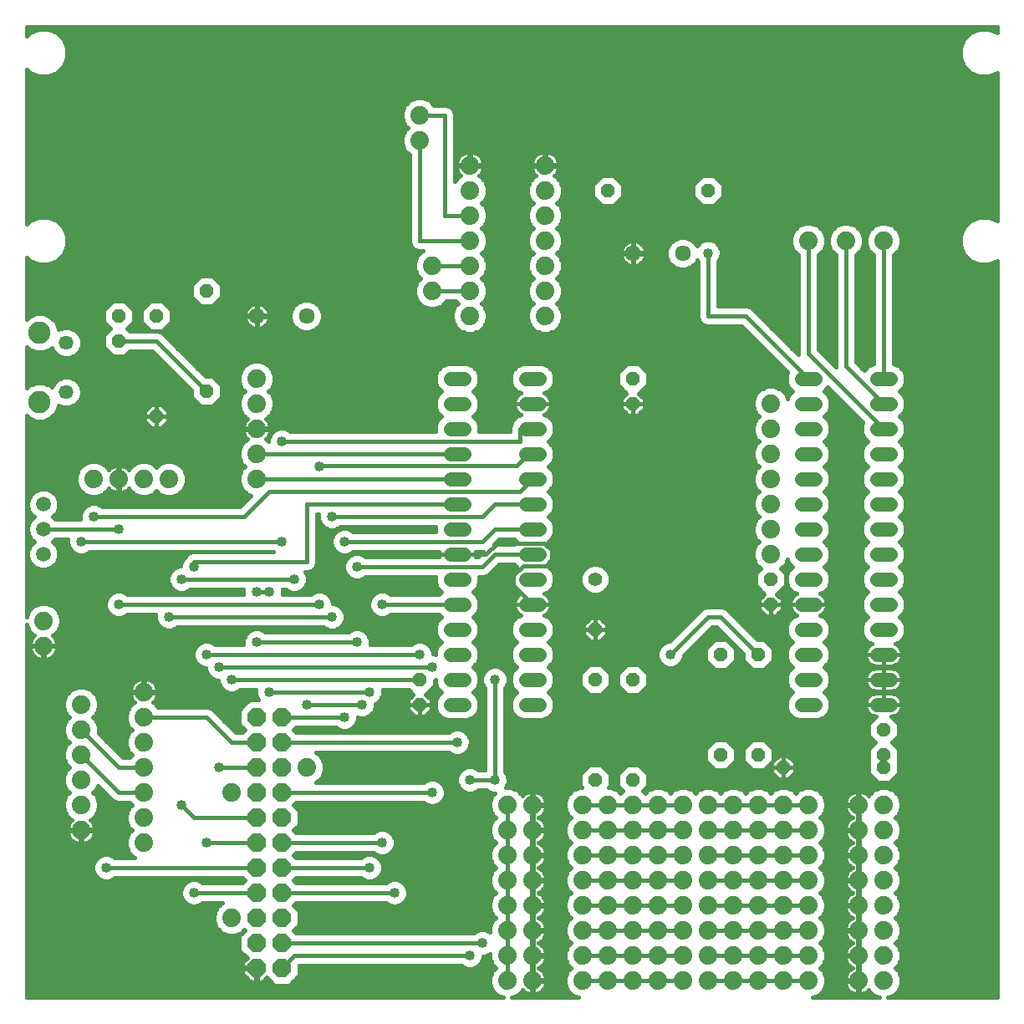
<source format=gbl>
G75*
%MOIN*%
%OFA0B0*%
%FSLAX25Y25*%
%IPPOS*%
%LPD*%
%AMOC8*
5,1,8,0,0,1.08239X$1,22.5*
%
%ADD10C,0.05600*%
%ADD11C,0.05746*%
%ADD12C,0.08858*%
%ADD13C,0.07400*%
%ADD14C,0.05943*%
%ADD15OC8,0.05600*%
%ADD16C,0.06337*%
%ADD17C,0.05600*%
%ADD18OC8,0.07400*%
%ADD19C,0.01600*%
%ADD20C,0.04000*%
D10*
X0263450Y0121800D02*
X0269050Y0121800D01*
X0269050Y0131800D02*
X0263450Y0131800D01*
X0263450Y0141800D02*
X0269050Y0141800D01*
X0269050Y0151800D02*
X0263450Y0151800D01*
X0263450Y0161800D02*
X0269050Y0161800D01*
X0269050Y0171800D02*
X0263450Y0171800D01*
X0263450Y0181800D02*
X0269050Y0181800D01*
X0269050Y0191800D02*
X0263450Y0191800D01*
X0263450Y0201800D02*
X0269050Y0201800D01*
X0269050Y0211800D02*
X0263450Y0211800D01*
X0263450Y0221800D02*
X0269050Y0221800D01*
X0269050Y0231800D02*
X0263450Y0231800D01*
X0263450Y0241800D02*
X0269050Y0241800D01*
X0269050Y0251800D02*
X0263450Y0251800D01*
X0293450Y0251800D02*
X0299050Y0251800D01*
X0299050Y0241800D02*
X0293450Y0241800D01*
X0293450Y0231800D02*
X0299050Y0231800D01*
X0299050Y0221800D02*
X0293450Y0221800D01*
X0293450Y0211800D02*
X0299050Y0211800D01*
X0299050Y0201800D02*
X0293450Y0201800D01*
X0293450Y0191800D02*
X0299050Y0191800D01*
X0299050Y0181800D02*
X0293450Y0181800D01*
X0293450Y0171800D02*
X0299050Y0171800D01*
X0299050Y0161800D02*
X0293450Y0161800D01*
X0293450Y0151800D02*
X0299050Y0151800D01*
X0299050Y0141800D02*
X0293450Y0141800D01*
X0293450Y0131800D02*
X0299050Y0131800D01*
X0299050Y0121800D02*
X0293450Y0121800D01*
X0403450Y0121800D02*
X0409050Y0121800D01*
X0409050Y0131800D02*
X0403450Y0131800D01*
X0403450Y0141800D02*
X0409050Y0141800D01*
X0409050Y0151800D02*
X0403450Y0151800D01*
X0403450Y0161800D02*
X0409050Y0161800D01*
X0409050Y0171800D02*
X0403450Y0171800D01*
X0403450Y0181800D02*
X0409050Y0181800D01*
X0409050Y0191800D02*
X0403450Y0191800D01*
X0403450Y0201800D02*
X0409050Y0201800D01*
X0409050Y0211800D02*
X0403450Y0211800D01*
X0403450Y0221800D02*
X0409050Y0221800D01*
X0409050Y0231800D02*
X0403450Y0231800D01*
X0403450Y0241800D02*
X0409050Y0241800D01*
X0409050Y0251800D02*
X0403450Y0251800D01*
X0433450Y0251800D02*
X0439050Y0251800D01*
X0439050Y0241800D02*
X0433450Y0241800D01*
X0433450Y0231800D02*
X0439050Y0231800D01*
X0439050Y0221800D02*
X0433450Y0221800D01*
X0433450Y0211800D02*
X0439050Y0211800D01*
X0439050Y0201800D02*
X0433450Y0201800D01*
X0433450Y0191800D02*
X0439050Y0191800D01*
X0439050Y0181800D02*
X0433450Y0181800D01*
X0433450Y0171800D02*
X0439050Y0171800D01*
X0439050Y0161800D02*
X0433450Y0161800D01*
X0433450Y0151800D02*
X0439050Y0151800D01*
X0439050Y0141800D02*
X0433450Y0141800D01*
X0433450Y0131800D02*
X0439050Y0131800D01*
X0439050Y0121800D02*
X0433450Y0121800D01*
D11*
X0110380Y0246457D03*
X0110380Y0266143D03*
D12*
X0099750Y0270080D03*
X0099750Y0242520D03*
D13*
X0121250Y0211800D03*
X0131250Y0211800D03*
X0141250Y0211800D03*
X0151250Y0211800D03*
X0186250Y0211800D03*
X0186250Y0221800D03*
X0186250Y0231800D03*
X0186250Y0241800D03*
X0186250Y0251800D03*
X0256250Y0286800D03*
X0256250Y0296800D03*
X0271250Y0296800D03*
X0271250Y0306800D03*
X0271250Y0316800D03*
X0271250Y0326800D03*
X0271250Y0336800D03*
X0251250Y0346800D03*
X0251250Y0356800D03*
X0301250Y0336800D03*
X0301250Y0326800D03*
X0301250Y0316800D03*
X0301250Y0306800D03*
X0301250Y0296800D03*
X0301250Y0286800D03*
X0301250Y0276800D03*
X0271250Y0276800D03*
X0271250Y0286800D03*
X0391250Y0241800D03*
X0391250Y0231800D03*
X0391250Y0221800D03*
X0391250Y0211800D03*
X0391250Y0201800D03*
X0391250Y0191800D03*
X0391250Y0181800D03*
X0386250Y0081800D03*
X0386250Y0071800D03*
X0376250Y0071800D03*
X0376250Y0081800D03*
X0366250Y0081800D03*
X0366250Y0071800D03*
X0366250Y0061800D03*
X0376250Y0061800D03*
X0386250Y0061800D03*
X0396250Y0061800D03*
X0406250Y0061800D03*
X0406250Y0051800D03*
X0406250Y0041800D03*
X0396250Y0041800D03*
X0396250Y0051800D03*
X0386250Y0051800D03*
X0386250Y0041800D03*
X0376250Y0041800D03*
X0376250Y0051800D03*
X0366250Y0051800D03*
X0366250Y0041800D03*
X0366250Y0031800D03*
X0366250Y0021800D03*
X0376250Y0021800D03*
X0376250Y0031800D03*
X0386250Y0031800D03*
X0386250Y0021800D03*
X0396250Y0021800D03*
X0396250Y0031800D03*
X0406250Y0031800D03*
X0406250Y0021800D03*
X0406250Y0011800D03*
X0396250Y0011800D03*
X0386250Y0011800D03*
X0376250Y0011800D03*
X0366250Y0011800D03*
X0356250Y0011800D03*
X0346250Y0011800D03*
X0336250Y0011800D03*
X0326250Y0011800D03*
X0316250Y0011800D03*
X0316250Y0021800D03*
X0316250Y0031800D03*
X0326250Y0031800D03*
X0326250Y0021800D03*
X0336250Y0021800D03*
X0336250Y0031800D03*
X0346250Y0031800D03*
X0346250Y0021800D03*
X0356250Y0021800D03*
X0356250Y0031800D03*
X0356250Y0041800D03*
X0356250Y0051800D03*
X0346250Y0051800D03*
X0346250Y0041800D03*
X0336250Y0041800D03*
X0336250Y0051800D03*
X0326250Y0051800D03*
X0326250Y0041800D03*
X0316250Y0041800D03*
X0316250Y0051800D03*
X0316250Y0061800D03*
X0326250Y0061800D03*
X0336250Y0061800D03*
X0346250Y0061800D03*
X0356250Y0061800D03*
X0356250Y0071800D03*
X0356250Y0081800D03*
X0346250Y0081800D03*
X0346250Y0071800D03*
X0336250Y0071800D03*
X0336250Y0081800D03*
X0326250Y0081800D03*
X0326250Y0071800D03*
X0316250Y0071800D03*
X0316250Y0081800D03*
X0296250Y0081800D03*
X0296250Y0071800D03*
X0286250Y0071800D03*
X0286250Y0081800D03*
X0286250Y0061800D03*
X0296250Y0061800D03*
X0296250Y0051800D03*
X0296250Y0041800D03*
X0286250Y0041800D03*
X0286250Y0051800D03*
X0286250Y0031800D03*
X0286250Y0021800D03*
X0296250Y0021800D03*
X0296250Y0031800D03*
X0296250Y0011800D03*
X0286250Y0011800D03*
X0176250Y0036800D03*
X0141250Y0066800D03*
X0141250Y0076800D03*
X0141250Y0086800D03*
X0141250Y0096800D03*
X0141250Y0106800D03*
X0141250Y0116800D03*
X0141250Y0126800D03*
X0116250Y0121800D03*
X0116250Y0111800D03*
X0116250Y0101800D03*
X0116250Y0091800D03*
X0116250Y0081800D03*
X0116250Y0071800D03*
X0176250Y0086800D03*
X0206250Y0096800D03*
X0101250Y0145300D03*
X0101250Y0155300D03*
X0396250Y0081800D03*
X0396250Y0071800D03*
X0406250Y0071800D03*
X0406250Y0081800D03*
X0426250Y0081800D03*
X0426250Y0071800D03*
X0436250Y0071800D03*
X0436250Y0081800D03*
X0436250Y0061800D03*
X0426250Y0061800D03*
X0426250Y0051800D03*
X0426250Y0041800D03*
X0436250Y0041800D03*
X0436250Y0051800D03*
X0436250Y0031800D03*
X0436250Y0021800D03*
X0426250Y0021800D03*
X0426250Y0031800D03*
X0426250Y0011800D03*
X0436250Y0011800D03*
X0436250Y0306800D03*
X0421250Y0306800D03*
X0406250Y0306800D03*
D14*
X0101250Y0201643D03*
X0101250Y0191800D03*
X0101250Y0181957D03*
D15*
X0146250Y0236800D03*
X0166250Y0246800D03*
X0146250Y0276800D03*
X0131250Y0276800D03*
X0131250Y0266800D03*
X0166250Y0286800D03*
X0326250Y0326800D03*
X0366250Y0326800D03*
X0336250Y0251800D03*
X0336250Y0241800D03*
X0391250Y0171800D03*
X0391250Y0161800D03*
X0386250Y0141800D03*
X0371250Y0141800D03*
X0336250Y0131800D03*
X0321250Y0131800D03*
X0321250Y0151800D03*
X0371250Y0101800D03*
X0386250Y0101800D03*
X0396250Y0096800D03*
X0436250Y0096800D03*
X0436250Y0101800D03*
X0436250Y0111800D03*
X0336250Y0091800D03*
X0321250Y0091800D03*
X0251250Y0121800D03*
X0251250Y0131800D03*
D16*
X0206093Y0276800D03*
X0186407Y0276800D03*
X0336407Y0301800D03*
X0356093Y0301800D03*
D17*
X0321250Y0171800D03*
D18*
X0196250Y0116800D03*
X0186250Y0116800D03*
X0186250Y0106800D03*
X0186250Y0096800D03*
X0196250Y0096800D03*
X0196250Y0106800D03*
X0196250Y0086800D03*
X0196250Y0076800D03*
X0186250Y0076800D03*
X0186250Y0086800D03*
X0186250Y0066800D03*
X0186250Y0056800D03*
X0196250Y0056800D03*
X0196250Y0066800D03*
X0196250Y0046800D03*
X0196250Y0036800D03*
X0186250Y0036800D03*
X0186250Y0046800D03*
X0186250Y0026800D03*
X0186250Y0016800D03*
X0196250Y0016800D03*
X0196250Y0026800D03*
D19*
X0094450Y0005000D02*
X0094450Y0153686D01*
X0095400Y0151391D01*
X0097341Y0149450D01*
X0097540Y0149368D01*
X0097055Y0148883D01*
X0096546Y0148183D01*
X0096153Y0147411D01*
X0095885Y0146588D01*
X0095750Y0145733D01*
X0095750Y0145500D01*
X0101050Y0145500D01*
X0101050Y0145100D01*
X0101450Y0145100D01*
X0101450Y0145500D01*
X0106750Y0145500D01*
X0106750Y0145733D01*
X0106615Y0146588D01*
X0106347Y0147411D01*
X0105954Y0148183D01*
X0105445Y0148883D01*
X0104960Y0149368D01*
X0105159Y0149450D01*
X0107100Y0151391D01*
X0108150Y0153927D01*
X0108150Y0156672D01*
X0107100Y0159209D01*
X0105159Y0161150D01*
X0102622Y0162200D01*
X0099877Y0162200D01*
X0097341Y0161150D01*
X0095400Y0159209D01*
X0094450Y0156914D01*
X0094450Y0237031D01*
X0095428Y0236053D01*
X0098232Y0234891D01*
X0101268Y0234891D01*
X0104072Y0236053D01*
X0106218Y0238199D01*
X0107379Y0241003D01*
X0107379Y0241127D01*
X0109172Y0240384D01*
X0111588Y0240384D01*
X0113820Y0241309D01*
X0115529Y0243017D01*
X0116453Y0245249D01*
X0116453Y0247666D01*
X0115529Y0249898D01*
X0113820Y0251606D01*
X0111588Y0252531D01*
X0109172Y0252531D01*
X0106940Y0251606D01*
X0105231Y0249898D01*
X0104625Y0248434D01*
X0104072Y0248988D01*
X0101268Y0250150D01*
X0098232Y0250150D01*
X0095428Y0248988D01*
X0094450Y0248010D01*
X0094450Y0264590D01*
X0095428Y0263612D01*
X0098232Y0262450D01*
X0101268Y0262450D01*
X0104072Y0263612D01*
X0104625Y0264166D01*
X0105231Y0262702D01*
X0106940Y0260994D01*
X0109172Y0260069D01*
X0111588Y0260069D01*
X0113820Y0260994D01*
X0115529Y0262702D01*
X0116453Y0264934D01*
X0116453Y0267351D01*
X0115529Y0269583D01*
X0113820Y0271291D01*
X0111588Y0272216D01*
X0109172Y0272216D01*
X0107379Y0271473D01*
X0107379Y0271597D01*
X0106218Y0274401D01*
X0104072Y0276547D01*
X0101268Y0277709D01*
X0098232Y0277709D01*
X0095428Y0276547D01*
X0094450Y0275569D01*
X0094450Y0300236D01*
X0095897Y0298789D01*
X0099370Y0297350D01*
X0103130Y0297350D01*
X0106603Y0298789D01*
X0109261Y0301447D01*
X0110700Y0304920D01*
X0110700Y0308680D01*
X0109261Y0312153D01*
X0106603Y0314811D01*
X0103130Y0316250D01*
X0099370Y0316250D01*
X0095897Y0314811D01*
X0094450Y0313364D01*
X0094450Y0375236D01*
X0095897Y0373789D01*
X0099370Y0372350D01*
X0103130Y0372350D01*
X0106603Y0373789D01*
X0109261Y0376447D01*
X0110700Y0379920D01*
X0110700Y0383680D01*
X0109261Y0387153D01*
X0106603Y0389811D01*
X0103130Y0391250D01*
X0099370Y0391250D01*
X0095897Y0389811D01*
X0094450Y0388364D01*
X0094450Y0392301D01*
X0481751Y0392301D01*
X0481751Y0389663D01*
X0481603Y0389811D01*
X0478130Y0391250D01*
X0474370Y0391250D01*
X0470897Y0389811D01*
X0468239Y0387153D01*
X0466800Y0383680D01*
X0466800Y0379920D01*
X0468239Y0376447D01*
X0470897Y0373789D01*
X0474370Y0372350D01*
X0478130Y0372350D01*
X0481603Y0373789D01*
X0481751Y0373936D01*
X0481751Y0314663D01*
X0481603Y0314811D01*
X0478130Y0316250D01*
X0474370Y0316250D01*
X0470897Y0314811D01*
X0468239Y0312153D01*
X0466800Y0308680D01*
X0466800Y0304920D01*
X0468239Y0301447D01*
X0470897Y0298789D01*
X0474370Y0297350D01*
X0478130Y0297350D01*
X0481603Y0298789D01*
X0481751Y0298936D01*
X0481751Y0005000D01*
X0437864Y0005000D01*
X0440159Y0005950D01*
X0442100Y0007891D01*
X0443150Y0010427D01*
X0443150Y0013172D01*
X0442100Y0015709D01*
X0441008Y0016800D01*
X0442100Y0017891D01*
X0443150Y0020427D01*
X0443150Y0023172D01*
X0442100Y0025709D01*
X0441008Y0026800D01*
X0442100Y0027891D01*
X0443150Y0030427D01*
X0443150Y0033172D01*
X0442100Y0035709D01*
X0441008Y0036800D01*
X0442100Y0037891D01*
X0443150Y0040427D01*
X0443150Y0043172D01*
X0442100Y0045709D01*
X0441008Y0046800D01*
X0442100Y0047891D01*
X0443150Y0050427D01*
X0443150Y0053172D01*
X0442100Y0055709D01*
X0441008Y0056800D01*
X0442100Y0057891D01*
X0443150Y0060427D01*
X0443150Y0063172D01*
X0442100Y0065709D01*
X0441008Y0066800D01*
X0442100Y0067891D01*
X0443150Y0070427D01*
X0443150Y0073172D01*
X0442100Y0075709D01*
X0441008Y0076800D01*
X0442100Y0077891D01*
X0443150Y0080427D01*
X0443150Y0083172D01*
X0442100Y0085709D01*
X0440159Y0087650D01*
X0437622Y0088700D01*
X0434877Y0088700D01*
X0432341Y0087650D01*
X0430400Y0085709D01*
X0430318Y0085510D01*
X0429833Y0085995D01*
X0429133Y0086504D01*
X0428361Y0086897D01*
X0427538Y0087165D01*
X0426683Y0087300D01*
X0426450Y0087300D01*
X0426450Y0082000D01*
X0426050Y0082000D01*
X0426050Y0087300D01*
X0425817Y0087300D01*
X0424962Y0087165D01*
X0424139Y0086897D01*
X0423367Y0086504D01*
X0422667Y0085995D01*
X0422055Y0085383D01*
X0421546Y0084683D01*
X0421153Y0083911D01*
X0420885Y0083088D01*
X0420750Y0082233D01*
X0420750Y0082000D01*
X0426050Y0082000D01*
X0426050Y0081600D01*
X0420750Y0081600D01*
X0420750Y0081367D01*
X0420885Y0080512D01*
X0421153Y0079689D01*
X0421546Y0078917D01*
X0422055Y0078217D01*
X0422667Y0077605D01*
X0423367Y0077096D01*
X0423948Y0076800D01*
X0423367Y0076504D01*
X0422667Y0075995D01*
X0422055Y0075383D01*
X0421546Y0074683D01*
X0421153Y0073911D01*
X0420885Y0073088D01*
X0420750Y0072233D01*
X0420750Y0072000D01*
X0426050Y0072000D01*
X0426050Y0081600D01*
X0426450Y0081600D01*
X0426450Y0076300D01*
X0426450Y0072000D01*
X0426050Y0072000D01*
X0426050Y0071600D01*
X0420750Y0071600D01*
X0420750Y0071367D01*
X0420885Y0070512D01*
X0421153Y0069689D01*
X0421546Y0068917D01*
X0422055Y0068217D01*
X0422667Y0067605D01*
X0423367Y0067096D01*
X0423948Y0066800D01*
X0423367Y0066504D01*
X0422667Y0065995D01*
X0422055Y0065383D01*
X0421546Y0064683D01*
X0421153Y0063911D01*
X0420885Y0063088D01*
X0420750Y0062233D01*
X0420750Y0062000D01*
X0426050Y0062000D01*
X0426050Y0071600D01*
X0426450Y0071600D01*
X0426450Y0066300D01*
X0426450Y0062000D01*
X0426050Y0062000D01*
X0426050Y0061600D01*
X0420750Y0061600D01*
X0420750Y0061367D01*
X0420885Y0060512D01*
X0421153Y0059689D01*
X0421546Y0058917D01*
X0422055Y0058217D01*
X0422667Y0057605D01*
X0423367Y0057096D01*
X0423948Y0056800D01*
X0423367Y0056504D01*
X0422667Y0055995D01*
X0422055Y0055383D01*
X0421546Y0054683D01*
X0421153Y0053911D01*
X0420885Y0053088D01*
X0420750Y0052233D01*
X0420750Y0052000D01*
X0426050Y0052000D01*
X0426050Y0061600D01*
X0426450Y0061600D01*
X0426450Y0056300D01*
X0426450Y0052000D01*
X0426050Y0052000D01*
X0426050Y0051600D01*
X0420750Y0051600D01*
X0420750Y0051367D01*
X0420885Y0050512D01*
X0421153Y0049689D01*
X0421546Y0048917D01*
X0422055Y0048217D01*
X0422667Y0047605D01*
X0423367Y0047096D01*
X0423948Y0046800D01*
X0423367Y0046504D01*
X0422667Y0045995D01*
X0422055Y0045383D01*
X0421546Y0044683D01*
X0421153Y0043911D01*
X0420885Y0043088D01*
X0420750Y0042233D01*
X0420750Y0042000D01*
X0426050Y0042000D01*
X0426050Y0051600D01*
X0426450Y0051600D01*
X0426450Y0046300D01*
X0426450Y0042000D01*
X0426050Y0042000D01*
X0426050Y0041600D01*
X0420750Y0041600D01*
X0420750Y0041367D01*
X0420885Y0040512D01*
X0421153Y0039689D01*
X0421546Y0038917D01*
X0422055Y0038217D01*
X0422667Y0037605D01*
X0423367Y0037096D01*
X0423948Y0036800D01*
X0423367Y0036504D01*
X0422667Y0035995D01*
X0422055Y0035383D01*
X0421546Y0034683D01*
X0421153Y0033911D01*
X0420885Y0033088D01*
X0420750Y0032233D01*
X0420750Y0032000D01*
X0426050Y0032000D01*
X0426050Y0041600D01*
X0426450Y0041600D01*
X0426450Y0036300D01*
X0426450Y0032000D01*
X0426050Y0032000D01*
X0426050Y0031600D01*
X0420750Y0031600D01*
X0420750Y0031367D01*
X0420885Y0030512D01*
X0421153Y0029689D01*
X0421546Y0028917D01*
X0422055Y0028217D01*
X0422667Y0027605D01*
X0423367Y0027096D01*
X0423948Y0026800D01*
X0423367Y0026504D01*
X0422667Y0025995D01*
X0422055Y0025383D01*
X0421546Y0024683D01*
X0421153Y0023911D01*
X0420885Y0023088D01*
X0420750Y0022233D01*
X0420750Y0022000D01*
X0426050Y0022000D01*
X0426050Y0031600D01*
X0426450Y0031600D01*
X0426450Y0026300D01*
X0426450Y0022000D01*
X0426050Y0022000D01*
X0426050Y0021600D01*
X0420750Y0021600D01*
X0420750Y0021367D01*
X0420885Y0020512D01*
X0421153Y0019689D01*
X0421546Y0018917D01*
X0422055Y0018217D01*
X0422667Y0017605D01*
X0423367Y0017096D01*
X0423948Y0016800D01*
X0423367Y0016504D01*
X0422667Y0015995D01*
X0422055Y0015383D01*
X0421546Y0014683D01*
X0421153Y0013911D01*
X0420885Y0013088D01*
X0420750Y0012233D01*
X0420750Y0012000D01*
X0426050Y0012000D01*
X0426050Y0021600D01*
X0426450Y0021600D01*
X0426450Y0016300D01*
X0426450Y0012000D01*
X0426050Y0012000D01*
X0426050Y0011600D01*
X0426450Y0011600D01*
X0426450Y0006300D01*
X0426683Y0006300D01*
X0427538Y0006435D01*
X0428361Y0006703D01*
X0429133Y0007096D01*
X0429833Y0007605D01*
X0430318Y0008090D01*
X0430400Y0007891D01*
X0432341Y0005950D01*
X0434636Y0005000D01*
X0407864Y0005000D01*
X0410159Y0005950D01*
X0412100Y0007891D01*
X0413150Y0010427D01*
X0413150Y0013172D01*
X0412100Y0015709D01*
X0411008Y0016800D01*
X0412100Y0017891D01*
X0413150Y0020427D01*
X0413150Y0023172D01*
X0412100Y0025709D01*
X0411008Y0026800D01*
X0412100Y0027891D01*
X0413150Y0030427D01*
X0413150Y0033172D01*
X0412100Y0035709D01*
X0411008Y0036800D01*
X0412100Y0037891D01*
X0413150Y0040427D01*
X0413150Y0043172D01*
X0412100Y0045709D01*
X0411008Y0046800D01*
X0412100Y0047891D01*
X0413150Y0050427D01*
X0413150Y0053172D01*
X0412100Y0055709D01*
X0411008Y0056800D01*
X0412100Y0057891D01*
X0413150Y0060427D01*
X0413150Y0063172D01*
X0412100Y0065709D01*
X0411008Y0066800D01*
X0412100Y0067891D01*
X0413150Y0070427D01*
X0413150Y0073172D01*
X0412100Y0075709D01*
X0411008Y0076800D01*
X0412100Y0077891D01*
X0413150Y0080427D01*
X0413150Y0083172D01*
X0412100Y0085709D01*
X0410159Y0087650D01*
X0407622Y0088700D01*
X0404877Y0088700D01*
X0402341Y0087650D01*
X0401250Y0086558D01*
X0400159Y0087650D01*
X0397622Y0088700D01*
X0394877Y0088700D01*
X0392341Y0087650D01*
X0391250Y0086558D01*
X0390159Y0087650D01*
X0387622Y0088700D01*
X0384877Y0088700D01*
X0382341Y0087650D01*
X0381250Y0086558D01*
X0380159Y0087650D01*
X0377622Y0088700D01*
X0374877Y0088700D01*
X0372341Y0087650D01*
X0371250Y0086558D01*
X0370159Y0087650D01*
X0367622Y0088700D01*
X0364877Y0088700D01*
X0362341Y0087650D01*
X0361250Y0086558D01*
X0360159Y0087650D01*
X0357622Y0088700D01*
X0354877Y0088700D01*
X0352341Y0087650D01*
X0351250Y0086558D01*
X0350159Y0087650D01*
X0347622Y0088700D01*
X0344877Y0088700D01*
X0342341Y0087650D01*
X0341250Y0086558D01*
X0340372Y0087436D01*
X0342250Y0089315D01*
X0342250Y0094285D01*
X0338735Y0097800D01*
X0333765Y0097800D01*
X0330250Y0094285D01*
X0330250Y0089315D01*
X0332128Y0087436D01*
X0331250Y0086558D01*
X0330159Y0087650D01*
X0327622Y0088700D01*
X0326635Y0088700D01*
X0327250Y0089315D01*
X0327250Y0094285D01*
X0323735Y0097800D01*
X0318765Y0097800D01*
X0315250Y0094285D01*
X0315250Y0089315D01*
X0315865Y0088700D01*
X0314877Y0088700D01*
X0312341Y0087650D01*
X0310400Y0085709D01*
X0309350Y0083172D01*
X0309350Y0080427D01*
X0310400Y0077891D01*
X0311492Y0076800D01*
X0310400Y0075709D01*
X0309350Y0073172D01*
X0309350Y0070427D01*
X0310400Y0067891D01*
X0311492Y0066800D01*
X0310400Y0065709D01*
X0309350Y0063172D01*
X0309350Y0060427D01*
X0310400Y0057891D01*
X0311492Y0056800D01*
X0310400Y0055709D01*
X0309350Y0053172D01*
X0309350Y0050427D01*
X0310400Y0047891D01*
X0311492Y0046800D01*
X0310400Y0045709D01*
X0309350Y0043172D01*
X0309350Y0040427D01*
X0310400Y0037891D01*
X0311492Y0036800D01*
X0310400Y0035709D01*
X0309350Y0033172D01*
X0309350Y0030427D01*
X0310400Y0027891D01*
X0311492Y0026800D01*
X0310400Y0025709D01*
X0309350Y0023172D01*
X0309350Y0020427D01*
X0310400Y0017891D01*
X0311492Y0016800D01*
X0310400Y0015709D01*
X0309350Y0013172D01*
X0309350Y0010427D01*
X0310400Y0007891D01*
X0312341Y0005950D01*
X0314636Y0005000D01*
X0287864Y0005000D01*
X0290159Y0005950D01*
X0292100Y0007891D01*
X0292182Y0008090D01*
X0292667Y0007605D01*
X0293367Y0007096D01*
X0294139Y0006703D01*
X0294962Y0006435D01*
X0295817Y0006300D01*
X0296050Y0006300D01*
X0296050Y0011600D01*
X0296450Y0011600D01*
X0296450Y0012000D01*
X0301750Y0012000D01*
X0301750Y0012233D01*
X0301615Y0013088D01*
X0301347Y0013911D01*
X0300954Y0014683D01*
X0300445Y0015383D01*
X0299833Y0015995D01*
X0299133Y0016504D01*
X0298552Y0016800D01*
X0299133Y0017096D01*
X0299833Y0017605D01*
X0300445Y0018217D01*
X0300954Y0018917D01*
X0301347Y0019689D01*
X0301615Y0020512D01*
X0301750Y0021367D01*
X0301750Y0021600D01*
X0296450Y0021600D01*
X0296450Y0022000D01*
X0301750Y0022000D01*
X0301750Y0022233D01*
X0301615Y0023088D01*
X0301347Y0023911D01*
X0300954Y0024683D01*
X0300445Y0025383D01*
X0299833Y0025995D01*
X0299133Y0026504D01*
X0298552Y0026800D01*
X0299133Y0027096D01*
X0299833Y0027605D01*
X0300445Y0028217D01*
X0300954Y0028917D01*
X0301347Y0029689D01*
X0301615Y0030512D01*
X0301750Y0031367D01*
X0301750Y0031600D01*
X0296450Y0031600D01*
X0296450Y0032000D01*
X0301750Y0032000D01*
X0301750Y0032233D01*
X0301615Y0033088D01*
X0301347Y0033911D01*
X0300954Y0034683D01*
X0300445Y0035383D01*
X0299833Y0035995D01*
X0299133Y0036504D01*
X0298552Y0036800D01*
X0299133Y0037096D01*
X0299833Y0037605D01*
X0300445Y0038217D01*
X0300954Y0038917D01*
X0301347Y0039689D01*
X0301615Y0040512D01*
X0301750Y0041367D01*
X0301750Y0041600D01*
X0296450Y0041600D01*
X0296450Y0042000D01*
X0301750Y0042000D01*
X0301750Y0042233D01*
X0301615Y0043088D01*
X0301347Y0043911D01*
X0300954Y0044683D01*
X0300445Y0045383D01*
X0299833Y0045995D01*
X0299133Y0046504D01*
X0298552Y0046800D01*
X0299133Y0047096D01*
X0299833Y0047605D01*
X0300445Y0048217D01*
X0300954Y0048917D01*
X0301347Y0049689D01*
X0301615Y0050512D01*
X0301750Y0051367D01*
X0301750Y0051600D01*
X0296450Y0051600D01*
X0296450Y0052000D01*
X0301750Y0052000D01*
X0301750Y0052233D01*
X0301615Y0053088D01*
X0301347Y0053911D01*
X0300954Y0054683D01*
X0300445Y0055383D01*
X0299833Y0055995D01*
X0299133Y0056504D01*
X0298552Y0056800D01*
X0299133Y0057096D01*
X0299833Y0057605D01*
X0300445Y0058217D01*
X0300954Y0058917D01*
X0301347Y0059689D01*
X0301615Y0060512D01*
X0301750Y0061367D01*
X0301750Y0061600D01*
X0296450Y0061600D01*
X0296450Y0062000D01*
X0301750Y0062000D01*
X0301750Y0062233D01*
X0301615Y0063088D01*
X0301347Y0063911D01*
X0300954Y0064683D01*
X0300445Y0065383D01*
X0299833Y0065995D01*
X0299133Y0066504D01*
X0298552Y0066800D01*
X0299133Y0067096D01*
X0299833Y0067605D01*
X0300445Y0068217D01*
X0300954Y0068917D01*
X0301347Y0069689D01*
X0301615Y0070512D01*
X0301750Y0071367D01*
X0301750Y0071600D01*
X0296450Y0071600D01*
X0296450Y0072000D01*
X0301750Y0072000D01*
X0301750Y0072233D01*
X0301615Y0073088D01*
X0301347Y0073911D01*
X0300954Y0074683D01*
X0300445Y0075383D01*
X0299833Y0075995D01*
X0299133Y0076504D01*
X0298552Y0076800D01*
X0299133Y0077096D01*
X0299833Y0077605D01*
X0300445Y0078217D01*
X0300954Y0078917D01*
X0301347Y0079689D01*
X0301615Y0080512D01*
X0301750Y0081367D01*
X0301750Y0081600D01*
X0296450Y0081600D01*
X0296450Y0082000D01*
X0296050Y0082000D01*
X0296050Y0087300D01*
X0295817Y0087300D01*
X0294962Y0087165D01*
X0294139Y0086897D01*
X0293367Y0086504D01*
X0292667Y0085995D01*
X0292182Y0085510D01*
X0292100Y0085709D01*
X0290159Y0087650D01*
X0287622Y0088700D01*
X0285504Y0088700D01*
X0285658Y0088854D01*
X0286450Y0090766D01*
X0286450Y0092834D01*
X0285658Y0094746D01*
X0285250Y0095154D01*
X0285250Y0128446D01*
X0285658Y0128854D01*
X0286450Y0130766D01*
X0286450Y0132834D01*
X0285658Y0134746D01*
X0284196Y0136208D01*
X0282284Y0137000D01*
X0280216Y0137000D01*
X0278304Y0136208D01*
X0276842Y0134746D01*
X0276050Y0132834D01*
X0276050Y0130766D01*
X0276842Y0128854D01*
X0277250Y0128446D01*
X0277250Y0095800D01*
X0274604Y0095800D01*
X0274196Y0096208D01*
X0272284Y0097000D01*
X0270216Y0097000D01*
X0268304Y0096208D01*
X0266842Y0094746D01*
X0266050Y0092834D01*
X0266050Y0090766D01*
X0266842Y0088854D01*
X0268304Y0087392D01*
X0270216Y0086600D01*
X0272284Y0086600D01*
X0274196Y0087392D01*
X0274604Y0087800D01*
X0277896Y0087800D01*
X0278304Y0087392D01*
X0280216Y0086600D01*
X0281292Y0086600D01*
X0280400Y0085709D01*
X0279350Y0083172D01*
X0279350Y0080427D01*
X0280400Y0077891D01*
X0281492Y0076800D01*
X0280400Y0075709D01*
X0279350Y0073172D01*
X0279350Y0070427D01*
X0280400Y0067891D01*
X0281492Y0066800D01*
X0280400Y0065709D01*
X0279350Y0063172D01*
X0279350Y0060427D01*
X0280400Y0057891D01*
X0281492Y0056800D01*
X0280400Y0055709D01*
X0279350Y0053172D01*
X0279350Y0050427D01*
X0280400Y0047891D01*
X0281492Y0046800D01*
X0280400Y0045709D01*
X0279350Y0043172D01*
X0279350Y0040427D01*
X0280400Y0037891D01*
X0281492Y0036800D01*
X0280400Y0035709D01*
X0279350Y0033172D01*
X0279350Y0031054D01*
X0279196Y0031208D01*
X0277284Y0032000D01*
X0275216Y0032000D01*
X0273304Y0031208D01*
X0272896Y0030800D01*
X0202008Y0030800D01*
X0201008Y0031800D01*
X0203150Y0033942D01*
X0203150Y0039658D01*
X0201008Y0041800D01*
X0202008Y0042800D01*
X0237896Y0042800D01*
X0238304Y0042392D01*
X0240216Y0041600D01*
X0242284Y0041600D01*
X0244196Y0042392D01*
X0245658Y0043854D01*
X0246450Y0045766D01*
X0246450Y0047834D01*
X0245658Y0049746D01*
X0244196Y0051208D01*
X0242284Y0052000D01*
X0240216Y0052000D01*
X0238304Y0051208D01*
X0237896Y0050800D01*
X0202008Y0050800D01*
X0201008Y0051800D01*
X0202008Y0052800D01*
X0227896Y0052800D01*
X0228304Y0052392D01*
X0230216Y0051600D01*
X0232284Y0051600D01*
X0234196Y0052392D01*
X0235658Y0053854D01*
X0236450Y0055766D01*
X0236450Y0057834D01*
X0235658Y0059746D01*
X0234196Y0061208D01*
X0232284Y0062000D01*
X0230216Y0062000D01*
X0228304Y0061208D01*
X0227896Y0060800D01*
X0202008Y0060800D01*
X0201008Y0061800D01*
X0202008Y0062800D01*
X0232896Y0062800D01*
X0233304Y0062392D01*
X0235216Y0061600D01*
X0237284Y0061600D01*
X0239196Y0062392D01*
X0240658Y0063854D01*
X0241450Y0065766D01*
X0241450Y0067834D01*
X0240658Y0069746D01*
X0239196Y0071208D01*
X0237284Y0072000D01*
X0235216Y0072000D01*
X0233304Y0071208D01*
X0232896Y0070800D01*
X0202008Y0070800D01*
X0201008Y0071800D01*
X0203150Y0073942D01*
X0203150Y0079658D01*
X0201008Y0081800D01*
X0202008Y0082800D01*
X0252896Y0082800D01*
X0253304Y0082392D01*
X0255216Y0081600D01*
X0257284Y0081600D01*
X0259196Y0082392D01*
X0260658Y0083854D01*
X0261450Y0085766D01*
X0261450Y0087834D01*
X0260658Y0089746D01*
X0259196Y0091208D01*
X0257284Y0092000D01*
X0255216Y0092000D01*
X0253304Y0091208D01*
X0252896Y0090800D01*
X0209795Y0090800D01*
X0210159Y0090950D01*
X0212100Y0092891D01*
X0213150Y0095427D01*
X0213150Y0098172D01*
X0212100Y0100709D01*
X0210159Y0102650D01*
X0209795Y0102800D01*
X0262896Y0102800D01*
X0263304Y0102392D01*
X0265216Y0101600D01*
X0267284Y0101600D01*
X0269196Y0102392D01*
X0270658Y0103854D01*
X0271450Y0105766D01*
X0271450Y0107834D01*
X0270658Y0109746D01*
X0269196Y0111208D01*
X0267284Y0112000D01*
X0265216Y0112000D01*
X0263304Y0111208D01*
X0262896Y0110800D01*
X0202008Y0110800D01*
X0201008Y0111800D01*
X0202008Y0112800D01*
X0217896Y0112800D01*
X0218304Y0112392D01*
X0220216Y0111600D01*
X0222284Y0111600D01*
X0224196Y0112392D01*
X0225658Y0113854D01*
X0226450Y0115766D01*
X0226450Y0116963D01*
X0227327Y0116600D01*
X0229395Y0116600D01*
X0231307Y0117392D01*
X0232769Y0118854D01*
X0233561Y0120766D01*
X0233561Y0122129D01*
X0234196Y0122392D01*
X0235658Y0123854D01*
X0236450Y0125766D01*
X0236450Y0127800D01*
X0246765Y0127800D01*
X0248755Y0125810D01*
X0246650Y0123705D01*
X0246650Y0121800D01*
X0251250Y0121800D01*
X0255850Y0121800D01*
X0255850Y0123705D01*
X0253745Y0125810D01*
X0257250Y0129315D01*
X0257250Y0131600D01*
X0257284Y0131600D01*
X0257450Y0131669D01*
X0257450Y0130607D01*
X0258363Y0128401D01*
X0259965Y0126800D01*
X0258363Y0125199D01*
X0257450Y0122993D01*
X0257450Y0120607D01*
X0258363Y0118401D01*
X0260051Y0116713D01*
X0262257Y0115800D01*
X0270243Y0115800D01*
X0272449Y0116713D01*
X0274137Y0118401D01*
X0275050Y0120607D01*
X0275050Y0122993D01*
X0274137Y0125199D01*
X0272535Y0126800D01*
X0274137Y0128401D01*
X0275050Y0130607D01*
X0275050Y0132993D01*
X0274137Y0135199D01*
X0272535Y0136800D01*
X0274137Y0138401D01*
X0275050Y0140607D01*
X0275050Y0142993D01*
X0274137Y0145199D01*
X0272535Y0146800D01*
X0274137Y0148401D01*
X0275050Y0150607D01*
X0275050Y0152993D01*
X0274137Y0155199D01*
X0272535Y0156800D01*
X0274137Y0158401D01*
X0275050Y0160607D01*
X0275050Y0162993D01*
X0274137Y0165199D01*
X0272535Y0166800D01*
X0274137Y0168401D01*
X0275050Y0170607D01*
X0275050Y0172800D01*
X0277046Y0172800D01*
X0278516Y0173409D01*
X0279641Y0174534D01*
X0282907Y0177800D01*
X0288965Y0177800D01*
X0289965Y0176800D01*
X0288363Y0175199D01*
X0287450Y0172993D01*
X0287450Y0170607D01*
X0288363Y0168401D01*
X0290051Y0166713D01*
X0291656Y0166049D01*
X0291039Y0165734D01*
X0290453Y0165309D01*
X0289941Y0164797D01*
X0289516Y0164211D01*
X0289187Y0163566D01*
X0288963Y0162877D01*
X0288850Y0162162D01*
X0288850Y0161800D01*
X0296250Y0161800D01*
X0288650Y0169400D01*
X0288650Y0173457D01*
X0292493Y0177300D01*
X0301507Y0177300D01*
X0303850Y0179643D01*
X0303850Y0183457D01*
X0301007Y0186300D01*
X0282139Y0186300D01*
X0277639Y0181800D01*
X0266250Y0181800D01*
X0273650Y0181800D01*
X0273650Y0182162D01*
X0273549Y0182800D01*
X0276593Y0182800D01*
X0274593Y0180800D01*
X0273549Y0180800D01*
X0273650Y0181438D01*
X0273650Y0181800D01*
X0266250Y0181800D01*
X0266250Y0181800D01*
X0266250Y0181800D01*
X0258850Y0181800D01*
X0258850Y0182162D01*
X0258951Y0182800D01*
X0224604Y0182800D01*
X0224196Y0182392D01*
X0222284Y0181600D01*
X0220216Y0181600D01*
X0218304Y0182392D01*
X0216842Y0183854D01*
X0216050Y0185766D01*
X0216050Y0187834D01*
X0216842Y0189746D01*
X0218304Y0191208D01*
X0220216Y0192000D01*
X0222284Y0192000D01*
X0224196Y0191208D01*
X0224604Y0190800D01*
X0257450Y0190800D01*
X0257450Y0192800D01*
X0219604Y0192800D01*
X0219196Y0192392D01*
X0217284Y0191600D01*
X0215216Y0191600D01*
X0213304Y0192392D01*
X0211842Y0193854D01*
X0211050Y0195766D01*
X0211050Y0197800D01*
X0210250Y0197800D01*
X0210250Y0178004D01*
X0209641Y0176534D01*
X0208516Y0175409D01*
X0207046Y0174800D01*
X0205604Y0174800D01*
X0205658Y0174746D01*
X0206450Y0172834D01*
X0206450Y0170766D01*
X0205658Y0168854D01*
X0204196Y0167392D01*
X0202284Y0166600D01*
X0200216Y0166600D01*
X0198304Y0167392D01*
X0197896Y0167800D01*
X0196450Y0167800D01*
X0196450Y0165800D01*
X0207896Y0165800D01*
X0208304Y0166208D01*
X0210216Y0167000D01*
X0212284Y0167000D01*
X0214196Y0166208D01*
X0215658Y0164746D01*
X0216450Y0162834D01*
X0216450Y0162000D01*
X0217284Y0162000D01*
X0219196Y0161208D01*
X0220658Y0159746D01*
X0221450Y0157834D01*
X0221450Y0155766D01*
X0220658Y0153854D01*
X0219196Y0152392D01*
X0217284Y0151600D01*
X0215216Y0151600D01*
X0213304Y0152392D01*
X0212896Y0152800D01*
X0154604Y0152800D01*
X0154196Y0152392D01*
X0152284Y0151600D01*
X0150216Y0151600D01*
X0148304Y0152392D01*
X0146842Y0153854D01*
X0146050Y0155766D01*
X0146050Y0157800D01*
X0134604Y0157800D01*
X0134196Y0157392D01*
X0132284Y0156600D01*
X0130216Y0156600D01*
X0128304Y0157392D01*
X0126842Y0158854D01*
X0126050Y0160766D01*
X0126050Y0162834D01*
X0126842Y0164746D01*
X0128304Y0166208D01*
X0130216Y0167000D01*
X0132284Y0167000D01*
X0134196Y0166208D01*
X0134604Y0165800D01*
X0181050Y0165800D01*
X0181050Y0167800D01*
X0159604Y0167800D01*
X0159196Y0167392D01*
X0157284Y0166600D01*
X0155216Y0166600D01*
X0153304Y0167392D01*
X0151842Y0168854D01*
X0151050Y0170766D01*
X0151050Y0172834D01*
X0151842Y0174746D01*
X0153304Y0176208D01*
X0155216Y0177000D01*
X0156050Y0177000D01*
X0156050Y0177834D01*
X0156842Y0179746D01*
X0157645Y0180549D01*
X0157859Y0181066D01*
X0158984Y0182191D01*
X0160454Y0182800D01*
X0192896Y0182800D01*
X0192896Y0182800D01*
X0119604Y0182800D01*
X0119196Y0182392D01*
X0117284Y0181600D01*
X0115216Y0181600D01*
X0113304Y0182392D01*
X0111842Y0183854D01*
X0111050Y0185766D01*
X0111050Y0187800D01*
X0105978Y0187800D01*
X0105057Y0186879D01*
X0106482Y0185453D01*
X0107422Y0183185D01*
X0107422Y0180730D01*
X0106482Y0178462D01*
X0104746Y0176725D01*
X0102478Y0175786D01*
X0100022Y0175786D01*
X0097754Y0176725D01*
X0096018Y0178462D01*
X0095078Y0180730D01*
X0095078Y0183185D01*
X0096018Y0185453D01*
X0097443Y0186879D01*
X0096018Y0188304D01*
X0095078Y0190572D01*
X0095078Y0193028D01*
X0096018Y0195296D01*
X0097443Y0196721D01*
X0096018Y0198147D01*
X0095078Y0200415D01*
X0095078Y0202870D01*
X0096018Y0205138D01*
X0097754Y0206875D01*
X0100022Y0207814D01*
X0102478Y0207814D01*
X0104746Y0206875D01*
X0106482Y0205138D01*
X0107422Y0202870D01*
X0107422Y0200415D01*
X0106482Y0198147D01*
X0105057Y0196721D01*
X0105978Y0195800D01*
X0116050Y0195800D01*
X0116050Y0197834D01*
X0116842Y0199746D01*
X0118304Y0201208D01*
X0120216Y0202000D01*
X0122284Y0202000D01*
X0124196Y0201208D01*
X0124604Y0200800D01*
X0179593Y0200800D01*
X0184040Y0205247D01*
X0182341Y0205950D01*
X0180400Y0207891D01*
X0179350Y0210427D01*
X0179350Y0213172D01*
X0180400Y0215709D01*
X0181492Y0216800D01*
X0180400Y0217891D01*
X0179350Y0220427D01*
X0179350Y0223172D01*
X0180400Y0225709D01*
X0182341Y0227650D01*
X0182540Y0227732D01*
X0182055Y0228217D01*
X0181546Y0228917D01*
X0181153Y0229689D01*
X0180885Y0230512D01*
X0180750Y0231367D01*
X0180750Y0231600D01*
X0186050Y0231600D01*
X0186050Y0232000D01*
X0180750Y0232000D01*
X0180750Y0232233D01*
X0180885Y0233088D01*
X0181153Y0233911D01*
X0181546Y0234683D01*
X0182055Y0235383D01*
X0182540Y0235868D01*
X0182341Y0235950D01*
X0180400Y0237891D01*
X0179350Y0240427D01*
X0179350Y0243172D01*
X0180400Y0245709D01*
X0181492Y0246800D01*
X0180400Y0247891D01*
X0179350Y0250427D01*
X0179350Y0253172D01*
X0180400Y0255709D01*
X0182341Y0257650D01*
X0184877Y0258700D01*
X0187622Y0258700D01*
X0190159Y0257650D01*
X0192100Y0255709D01*
X0193150Y0253172D01*
X0193150Y0250427D01*
X0192100Y0247891D01*
X0191008Y0246800D01*
X0192100Y0245709D01*
X0193150Y0243172D01*
X0193150Y0240427D01*
X0192100Y0237891D01*
X0190159Y0235950D01*
X0189960Y0235868D01*
X0190445Y0235383D01*
X0190954Y0234683D01*
X0191347Y0233911D01*
X0191615Y0233088D01*
X0191750Y0232233D01*
X0191750Y0232000D01*
X0186450Y0232000D01*
X0186450Y0231600D01*
X0191750Y0231600D01*
X0191750Y0231367D01*
X0191615Y0230512D01*
X0191347Y0229689D01*
X0190954Y0228917D01*
X0190445Y0228217D01*
X0189960Y0227732D01*
X0190159Y0227650D01*
X0191050Y0226758D01*
X0191050Y0227834D01*
X0191842Y0229746D01*
X0193304Y0231208D01*
X0195216Y0232000D01*
X0197284Y0232000D01*
X0199196Y0231208D01*
X0199604Y0230800D01*
X0257450Y0230800D01*
X0257450Y0232993D01*
X0258363Y0235199D01*
X0259965Y0236800D01*
X0258363Y0238401D01*
X0257450Y0240607D01*
X0257450Y0242993D01*
X0258363Y0245199D01*
X0259965Y0246800D01*
X0258363Y0248401D01*
X0257450Y0250607D01*
X0257450Y0252993D01*
X0258363Y0255199D01*
X0260051Y0256887D01*
X0262257Y0257800D01*
X0270243Y0257800D01*
X0272449Y0256887D01*
X0274137Y0255199D01*
X0275050Y0252993D01*
X0275050Y0250607D01*
X0274137Y0248401D01*
X0272535Y0246800D01*
X0274137Y0245199D01*
X0275050Y0242993D01*
X0275050Y0240607D01*
X0274137Y0238401D01*
X0272535Y0236800D01*
X0274137Y0235199D01*
X0275050Y0232993D01*
X0275050Y0230800D01*
X0287250Y0230800D01*
X0287250Y0232596D01*
X0287859Y0234066D01*
X0287919Y0234126D01*
X0288363Y0235199D01*
X0290051Y0236887D01*
X0291656Y0237551D01*
X0291039Y0237866D01*
X0290453Y0238291D01*
X0289941Y0238803D01*
X0289516Y0239389D01*
X0289187Y0240034D01*
X0288963Y0240723D01*
X0288850Y0241438D01*
X0288850Y0241800D01*
X0296250Y0241800D01*
X0303650Y0241800D01*
X0303650Y0242162D01*
X0303537Y0242877D01*
X0303313Y0243566D01*
X0302984Y0244211D01*
X0302559Y0244797D01*
X0302047Y0245309D01*
X0301461Y0245734D01*
X0300844Y0246049D01*
X0302449Y0246713D01*
X0304137Y0248401D01*
X0305050Y0250607D01*
X0305050Y0252993D01*
X0304137Y0255199D01*
X0302449Y0256887D01*
X0300243Y0257800D01*
X0292257Y0257800D01*
X0290051Y0256887D01*
X0288363Y0255199D01*
X0287450Y0252993D01*
X0287450Y0250607D01*
X0288363Y0248401D01*
X0290051Y0246713D01*
X0291656Y0246049D01*
X0291039Y0245734D01*
X0290453Y0245309D01*
X0289941Y0244797D01*
X0289516Y0244211D01*
X0289187Y0243566D01*
X0288963Y0242877D01*
X0288850Y0242162D01*
X0288850Y0241800D01*
X0296250Y0241800D01*
X0296250Y0241800D01*
X0296250Y0241800D01*
X0303650Y0241800D01*
X0303650Y0241438D01*
X0303537Y0240723D01*
X0303313Y0240034D01*
X0302984Y0239389D01*
X0302559Y0238803D01*
X0302047Y0238291D01*
X0301461Y0237866D01*
X0300844Y0237551D01*
X0302449Y0236887D01*
X0304137Y0235199D01*
X0305050Y0232993D01*
X0305050Y0230607D01*
X0304137Y0228401D01*
X0302535Y0226800D01*
X0304137Y0225199D01*
X0305050Y0222993D01*
X0305050Y0220607D01*
X0304137Y0218401D01*
X0302535Y0216800D01*
X0304137Y0215199D01*
X0305050Y0212993D01*
X0305050Y0210607D01*
X0304137Y0208401D01*
X0302535Y0206800D01*
X0304137Y0205199D01*
X0305050Y0202993D01*
X0305050Y0200607D01*
X0304137Y0198401D01*
X0302535Y0196800D01*
X0304137Y0195199D01*
X0305050Y0192993D01*
X0305050Y0190607D01*
X0304137Y0188401D01*
X0302535Y0186800D01*
X0304137Y0185199D01*
X0305050Y0182993D01*
X0305050Y0180607D01*
X0304137Y0178401D01*
X0302535Y0176800D01*
X0304137Y0175199D01*
X0305050Y0172993D01*
X0305050Y0170607D01*
X0304137Y0168401D01*
X0302449Y0166713D01*
X0300844Y0166049D01*
X0301461Y0165734D01*
X0302047Y0165309D01*
X0302559Y0164797D01*
X0302984Y0164211D01*
X0303313Y0163566D01*
X0303537Y0162877D01*
X0303650Y0162162D01*
X0303650Y0161800D01*
X0296250Y0161800D01*
X0296250Y0161800D01*
X0303650Y0161800D01*
X0303650Y0161438D01*
X0303537Y0160723D01*
X0303313Y0160034D01*
X0302984Y0159389D01*
X0302559Y0158803D01*
X0302047Y0158291D01*
X0301461Y0157866D01*
X0300844Y0157551D01*
X0302449Y0156887D01*
X0304137Y0155199D01*
X0305050Y0152993D01*
X0305050Y0150607D01*
X0304137Y0148401D01*
X0302535Y0146800D01*
X0304137Y0145199D01*
X0305050Y0142993D01*
X0305050Y0140607D01*
X0304137Y0138401D01*
X0302535Y0136800D01*
X0304137Y0135199D01*
X0305050Y0132993D01*
X0305050Y0130607D01*
X0304137Y0128401D01*
X0302535Y0126800D01*
X0304137Y0125199D01*
X0305050Y0122993D01*
X0305050Y0120607D01*
X0304137Y0118401D01*
X0302449Y0116713D01*
X0300243Y0115800D01*
X0292257Y0115800D01*
X0290051Y0116713D01*
X0288363Y0118401D01*
X0287450Y0120607D01*
X0287450Y0122993D01*
X0288363Y0125199D01*
X0289965Y0126800D01*
X0288363Y0128401D01*
X0287450Y0130607D01*
X0287450Y0132993D01*
X0288363Y0135199D01*
X0289965Y0136800D01*
X0288363Y0138401D01*
X0287450Y0140607D01*
X0287450Y0142993D01*
X0288363Y0145199D01*
X0289965Y0146800D01*
X0288363Y0148401D01*
X0287450Y0150607D01*
X0287450Y0152993D01*
X0288363Y0155199D01*
X0290051Y0156887D01*
X0291656Y0157551D01*
X0291039Y0157866D01*
X0290453Y0158291D01*
X0289941Y0158803D01*
X0289516Y0159389D01*
X0289187Y0160034D01*
X0288963Y0160723D01*
X0288850Y0161438D01*
X0288850Y0161800D01*
X0296250Y0161800D01*
X0296250Y0161800D01*
X0302209Y0158454D02*
X0362247Y0158454D01*
X0362859Y0159066D02*
X0350793Y0147000D01*
X0350216Y0147000D01*
X0348304Y0146208D01*
X0346842Y0144746D01*
X0346050Y0142834D01*
X0346050Y0140766D01*
X0346842Y0138854D01*
X0348304Y0137392D01*
X0350216Y0136600D01*
X0352284Y0136600D01*
X0354196Y0137392D01*
X0355658Y0138854D01*
X0356450Y0140766D01*
X0356450Y0141343D01*
X0367907Y0152800D01*
X0369593Y0152800D01*
X0380250Y0142143D01*
X0380250Y0139315D01*
X0383765Y0135800D01*
X0388735Y0135800D01*
X0392250Y0139315D01*
X0392250Y0144285D01*
X0388735Y0147800D01*
X0385907Y0147800D01*
X0373516Y0160191D01*
X0372046Y0160800D01*
X0365454Y0160800D01*
X0363984Y0160191D01*
X0362859Y0159066D01*
X0362859Y0159066D01*
X0363846Y0160053D02*
X0303319Y0160053D01*
X0303650Y0161651D02*
X0386650Y0161651D01*
X0386650Y0161800D02*
X0386650Y0159895D01*
X0389345Y0157200D01*
X0391250Y0157200D01*
X0393155Y0157200D01*
X0395850Y0159895D01*
X0395850Y0161800D01*
X0395850Y0163705D01*
X0393745Y0165810D01*
X0397250Y0169315D01*
X0397250Y0174285D01*
X0395372Y0176164D01*
X0397100Y0177891D01*
X0397837Y0179672D01*
X0398363Y0178401D01*
X0399965Y0176800D01*
X0398363Y0175199D01*
X0397450Y0172993D01*
X0397450Y0170607D01*
X0398363Y0168401D01*
X0400051Y0166713D01*
X0401656Y0166049D01*
X0401039Y0165734D01*
X0400453Y0165309D01*
X0399941Y0164797D01*
X0399516Y0164211D01*
X0399187Y0163566D01*
X0398963Y0162877D01*
X0398850Y0162162D01*
X0398850Y0161800D01*
X0406250Y0161800D01*
X0413650Y0161800D01*
X0413650Y0162162D01*
X0413537Y0162877D01*
X0413313Y0163566D01*
X0412984Y0164211D01*
X0412559Y0164797D01*
X0412047Y0165309D01*
X0411461Y0165734D01*
X0410844Y0166049D01*
X0412449Y0166713D01*
X0414137Y0168401D01*
X0415050Y0170607D01*
X0415050Y0172993D01*
X0414137Y0175199D01*
X0412535Y0176800D01*
X0414137Y0178401D01*
X0415050Y0180607D01*
X0415050Y0182993D01*
X0414137Y0185199D01*
X0412535Y0186800D01*
X0414137Y0188401D01*
X0415050Y0190607D01*
X0415050Y0192993D01*
X0414137Y0195199D01*
X0412535Y0196800D01*
X0414137Y0198401D01*
X0415050Y0200607D01*
X0415050Y0202993D01*
X0414137Y0205199D01*
X0412535Y0206800D01*
X0414137Y0208401D01*
X0415050Y0210607D01*
X0415050Y0212993D01*
X0414137Y0215199D01*
X0412535Y0216800D01*
X0414137Y0218401D01*
X0415050Y0220607D01*
X0415050Y0222993D01*
X0414137Y0225199D01*
X0412535Y0226800D01*
X0414137Y0228401D01*
X0415050Y0230607D01*
X0415050Y0232993D01*
X0414137Y0235199D01*
X0412535Y0236800D01*
X0414137Y0238401D01*
X0415050Y0240607D01*
X0415050Y0242993D01*
X0414137Y0245199D01*
X0412535Y0246800D01*
X0414064Y0248329D01*
X0428021Y0234372D01*
X0427450Y0232993D01*
X0427450Y0230607D01*
X0428363Y0228401D01*
X0429965Y0226800D01*
X0428363Y0225199D01*
X0427450Y0222993D01*
X0427450Y0220607D01*
X0428363Y0218401D01*
X0429965Y0216800D01*
X0428363Y0215199D01*
X0427450Y0212993D01*
X0427450Y0210607D01*
X0428363Y0208401D01*
X0429965Y0206800D01*
X0428363Y0205199D01*
X0427450Y0202993D01*
X0427450Y0200607D01*
X0428363Y0198401D01*
X0429965Y0196800D01*
X0428363Y0195199D01*
X0427450Y0192993D01*
X0427450Y0190607D01*
X0428363Y0188401D01*
X0429965Y0186800D01*
X0428363Y0185199D01*
X0427450Y0182993D01*
X0427450Y0180607D01*
X0428363Y0178401D01*
X0429965Y0176800D01*
X0428363Y0175199D01*
X0427450Y0172993D01*
X0427450Y0170607D01*
X0428363Y0168401D01*
X0429965Y0166800D01*
X0428363Y0165199D01*
X0427450Y0162993D01*
X0427450Y0160607D01*
X0428363Y0158401D01*
X0429965Y0156800D01*
X0428363Y0155199D01*
X0427450Y0152993D01*
X0427450Y0150607D01*
X0428363Y0148401D01*
X0430051Y0146713D01*
X0431656Y0146049D01*
X0431039Y0145734D01*
X0430453Y0145309D01*
X0429941Y0144797D01*
X0429516Y0144211D01*
X0429187Y0143566D01*
X0428963Y0142877D01*
X0428850Y0142162D01*
X0428850Y0141800D01*
X0436250Y0141800D01*
X0443650Y0141800D01*
X0443650Y0142162D01*
X0443537Y0142877D01*
X0443313Y0143566D01*
X0442984Y0144211D01*
X0442559Y0144797D01*
X0442047Y0145309D01*
X0441461Y0145734D01*
X0440844Y0146049D01*
X0442449Y0146713D01*
X0444137Y0148401D01*
X0445050Y0150607D01*
X0445050Y0152993D01*
X0444137Y0155199D01*
X0442535Y0156800D01*
X0444137Y0158401D01*
X0445050Y0160607D01*
X0445050Y0162993D01*
X0444137Y0165199D01*
X0442535Y0166800D01*
X0444137Y0168401D01*
X0445050Y0170607D01*
X0445050Y0172993D01*
X0444137Y0175199D01*
X0442535Y0176800D01*
X0444137Y0178401D01*
X0445050Y0180607D01*
X0445050Y0182993D01*
X0444137Y0185199D01*
X0442535Y0186800D01*
X0444137Y0188401D01*
X0445050Y0190607D01*
X0445050Y0192993D01*
X0444137Y0195199D01*
X0442535Y0196800D01*
X0444137Y0198401D01*
X0445050Y0200607D01*
X0445050Y0202993D01*
X0444137Y0205199D01*
X0442535Y0206800D01*
X0444137Y0208401D01*
X0445050Y0210607D01*
X0445050Y0212993D01*
X0444137Y0215199D01*
X0442535Y0216800D01*
X0444137Y0218401D01*
X0445050Y0220607D01*
X0445050Y0222993D01*
X0444137Y0225199D01*
X0442535Y0226800D01*
X0444137Y0228401D01*
X0445050Y0230607D01*
X0445050Y0232993D01*
X0444137Y0235199D01*
X0442535Y0236800D01*
X0444137Y0238401D01*
X0445050Y0240607D01*
X0445050Y0242993D01*
X0444137Y0245199D01*
X0442535Y0246800D01*
X0444137Y0248401D01*
X0445050Y0250607D01*
X0445050Y0252993D01*
X0444137Y0255199D01*
X0442449Y0256887D01*
X0440250Y0257797D01*
X0440250Y0301042D01*
X0442100Y0302891D01*
X0443150Y0305427D01*
X0443150Y0308172D01*
X0442100Y0310709D01*
X0440159Y0312650D01*
X0437622Y0313700D01*
X0434877Y0313700D01*
X0432341Y0312650D01*
X0430400Y0310709D01*
X0429350Y0308172D01*
X0429350Y0305427D01*
X0430400Y0302891D01*
X0432250Y0301042D01*
X0432250Y0257797D01*
X0430051Y0256887D01*
X0428436Y0255271D01*
X0425250Y0258457D01*
X0425250Y0301042D01*
X0427100Y0302891D01*
X0428150Y0305427D01*
X0428150Y0308172D01*
X0427100Y0310709D01*
X0425159Y0312650D01*
X0422622Y0313700D01*
X0419877Y0313700D01*
X0417341Y0312650D01*
X0415400Y0310709D01*
X0414350Y0308172D01*
X0414350Y0305427D01*
X0415400Y0302891D01*
X0417250Y0301042D01*
X0417250Y0256457D01*
X0410250Y0263457D01*
X0410250Y0301042D01*
X0412100Y0302891D01*
X0413150Y0305427D01*
X0413150Y0308172D01*
X0412100Y0310709D01*
X0410159Y0312650D01*
X0407622Y0313700D01*
X0404877Y0313700D01*
X0402341Y0312650D01*
X0400400Y0310709D01*
X0399350Y0308172D01*
X0399350Y0305427D01*
X0400400Y0302891D01*
X0402250Y0301042D01*
X0402250Y0261457D01*
X0384641Y0279066D01*
X0383516Y0280191D01*
X0382046Y0280800D01*
X0370250Y0280800D01*
X0370250Y0298604D01*
X0370658Y0299012D01*
X0371450Y0300923D01*
X0371450Y0302992D01*
X0370658Y0304903D01*
X0369196Y0306366D01*
X0367284Y0307157D01*
X0365216Y0307157D01*
X0363304Y0306366D01*
X0361842Y0304903D01*
X0361771Y0304733D01*
X0361491Y0305407D01*
X0359700Y0307199D01*
X0357359Y0308168D01*
X0354826Y0308168D01*
X0352485Y0307199D01*
X0350694Y0305407D01*
X0349724Y0303067D01*
X0349724Y0300533D01*
X0350694Y0298193D01*
X0352485Y0296401D01*
X0354826Y0295431D01*
X0357359Y0295431D01*
X0359700Y0296401D01*
X0361491Y0298193D01*
X0361836Y0299025D01*
X0361842Y0299012D01*
X0362250Y0298604D01*
X0362250Y0276004D01*
X0362859Y0274534D01*
X0363984Y0273409D01*
X0365454Y0272800D01*
X0379593Y0272800D01*
X0398021Y0254372D01*
X0397450Y0252993D01*
X0397450Y0250607D01*
X0398363Y0248401D01*
X0399965Y0246800D01*
X0398363Y0245199D01*
X0397837Y0243928D01*
X0397100Y0245709D01*
X0395159Y0247650D01*
X0392622Y0248700D01*
X0389877Y0248700D01*
X0387341Y0247650D01*
X0385400Y0245709D01*
X0384350Y0243172D01*
X0384350Y0240427D01*
X0385400Y0237891D01*
X0386492Y0236800D01*
X0385400Y0235709D01*
X0384350Y0233172D01*
X0384350Y0230427D01*
X0385400Y0227891D01*
X0386492Y0226800D01*
X0385400Y0225709D01*
X0384350Y0223172D01*
X0384350Y0220427D01*
X0385400Y0217891D01*
X0386492Y0216800D01*
X0385400Y0215709D01*
X0384350Y0213172D01*
X0384350Y0210427D01*
X0385400Y0207891D01*
X0386492Y0206800D01*
X0385400Y0205709D01*
X0384350Y0203172D01*
X0384350Y0200427D01*
X0385400Y0197891D01*
X0386492Y0196800D01*
X0385400Y0195709D01*
X0384350Y0193172D01*
X0384350Y0190427D01*
X0385400Y0187891D01*
X0386492Y0186800D01*
X0385400Y0185709D01*
X0384350Y0183172D01*
X0384350Y0180427D01*
X0385400Y0177891D01*
X0387128Y0176164D01*
X0385250Y0174285D01*
X0385250Y0169315D01*
X0388755Y0165810D01*
X0386650Y0163705D01*
X0386650Y0161800D01*
X0391250Y0161800D01*
X0395850Y0161800D01*
X0391250Y0161800D01*
X0391250Y0161800D01*
X0391250Y0157200D01*
X0391250Y0161800D01*
X0391250Y0161800D01*
X0391250Y0161800D01*
X0386650Y0161800D01*
X0386650Y0163250D02*
X0303416Y0163250D01*
X0302507Y0164848D02*
X0387793Y0164848D01*
X0388118Y0166447D02*
X0324005Y0166447D01*
X0324649Y0166713D02*
X0326337Y0168401D01*
X0327250Y0170607D01*
X0327250Y0172993D01*
X0326337Y0175199D01*
X0324649Y0176887D01*
X0322443Y0177800D01*
X0320057Y0177800D01*
X0317851Y0176887D01*
X0316163Y0175199D01*
X0315250Y0172993D01*
X0315250Y0170607D01*
X0316163Y0168401D01*
X0317851Y0166713D01*
X0320057Y0165800D01*
X0322443Y0165800D01*
X0324649Y0166713D01*
X0325980Y0168045D02*
X0386520Y0168045D01*
X0385250Y0169644D02*
X0326851Y0169644D01*
X0327250Y0171242D02*
X0385250Y0171242D01*
X0385250Y0172841D02*
X0327250Y0172841D01*
X0326651Y0174439D02*
X0385404Y0174439D01*
X0387002Y0176038D02*
X0325498Y0176038D01*
X0322839Y0177636D02*
X0385656Y0177636D01*
X0384844Y0179235D02*
X0304482Y0179235D01*
X0305050Y0180833D02*
X0384350Y0180833D01*
X0384350Y0182432D02*
X0305050Y0182432D01*
X0304621Y0184030D02*
X0384705Y0184030D01*
X0385367Y0185629D02*
X0303706Y0185629D01*
X0302963Y0187227D02*
X0386065Y0187227D01*
X0385013Y0188826D02*
X0304312Y0188826D01*
X0304975Y0190424D02*
X0384351Y0190424D01*
X0384350Y0192023D02*
X0305050Y0192023D01*
X0304790Y0193621D02*
X0384536Y0193621D01*
X0385198Y0195220D02*
X0304115Y0195220D01*
X0302554Y0196818D02*
X0386474Y0196818D01*
X0385183Y0198417D02*
X0304143Y0198417D01*
X0304805Y0200015D02*
X0384521Y0200015D01*
X0384350Y0201614D02*
X0305050Y0201614D01*
X0304959Y0203212D02*
X0384367Y0203212D01*
X0385029Y0204811D02*
X0304297Y0204811D01*
X0302926Y0206409D02*
X0386101Y0206409D01*
X0385352Y0208008D02*
X0303743Y0208008D01*
X0304636Y0209606D02*
X0384690Y0209606D01*
X0384350Y0211205D02*
X0305050Y0211205D01*
X0305050Y0212803D02*
X0384350Y0212803D01*
X0384859Y0214402D02*
X0304467Y0214402D01*
X0303335Y0216001D02*
X0385692Y0216001D01*
X0385693Y0217599D02*
X0303334Y0217599D01*
X0304466Y0219198D02*
X0384859Y0219198D01*
X0384350Y0220796D02*
X0305050Y0220796D01*
X0305050Y0222395D02*
X0384350Y0222395D01*
X0384690Y0223993D02*
X0304636Y0223993D01*
X0303744Y0225592D02*
X0385352Y0225592D01*
X0386102Y0227190D02*
X0302925Y0227190D01*
X0304297Y0228789D02*
X0385029Y0228789D01*
X0384367Y0230387D02*
X0304959Y0230387D01*
X0305050Y0231986D02*
X0384350Y0231986D01*
X0384521Y0233584D02*
X0304805Y0233584D01*
X0304143Y0235183D02*
X0385183Y0235183D01*
X0386473Y0236781D02*
X0302554Y0236781D01*
X0302135Y0238380D02*
X0333165Y0238380D01*
X0334345Y0237200D02*
X0331650Y0239895D01*
X0331650Y0241800D01*
X0336250Y0241800D01*
X0340850Y0241800D01*
X0340850Y0243705D01*
X0338745Y0245810D01*
X0342250Y0249315D01*
X0342250Y0254285D01*
X0338735Y0257800D01*
X0333765Y0257800D01*
X0330250Y0254285D01*
X0330250Y0249315D01*
X0333755Y0245810D01*
X0331650Y0243705D01*
X0331650Y0241800D01*
X0336250Y0241800D01*
X0336250Y0241800D01*
X0336250Y0241800D01*
X0340850Y0241800D01*
X0340850Y0239895D01*
X0338155Y0237200D01*
X0336250Y0237200D01*
X0336250Y0241800D01*
X0336250Y0241800D01*
X0336250Y0237200D01*
X0334345Y0237200D01*
X0336250Y0238380D02*
X0336250Y0238380D01*
X0336250Y0239978D02*
X0336250Y0239978D01*
X0336250Y0241577D02*
X0336250Y0241577D01*
X0339335Y0238380D02*
X0385198Y0238380D01*
X0384536Y0239978D02*
X0340850Y0239978D01*
X0340850Y0241577D02*
X0384350Y0241577D01*
X0384351Y0243175D02*
X0340850Y0243175D01*
X0339782Y0244774D02*
X0385013Y0244774D01*
X0386064Y0246372D02*
X0339307Y0246372D01*
X0340906Y0247971D02*
X0388117Y0247971D01*
X0394383Y0247971D02*
X0398794Y0247971D01*
X0399537Y0246372D02*
X0396436Y0246372D01*
X0397487Y0244774D02*
X0398187Y0244774D01*
X0397880Y0249569D02*
X0342250Y0249569D01*
X0342250Y0251168D02*
X0397450Y0251168D01*
X0397450Y0252766D02*
X0342250Y0252766D01*
X0342170Y0254365D02*
X0398018Y0254365D01*
X0396430Y0255963D02*
X0340572Y0255963D01*
X0338973Y0257562D02*
X0394831Y0257562D01*
X0393233Y0259160D02*
X0159547Y0259160D01*
X0161145Y0257562D02*
X0182254Y0257562D01*
X0180655Y0255963D02*
X0162744Y0255963D01*
X0164342Y0254365D02*
X0179844Y0254365D01*
X0179350Y0252766D02*
X0168769Y0252766D01*
X0168735Y0252800D02*
X0165907Y0252800D01*
X0148516Y0270191D01*
X0147046Y0270800D01*
X0135735Y0270800D01*
X0134735Y0271800D01*
X0137250Y0274315D01*
X0137250Y0279285D01*
X0133735Y0282800D01*
X0128765Y0282800D01*
X0125250Y0279285D01*
X0125250Y0274315D01*
X0127765Y0271800D01*
X0125250Y0269285D01*
X0125250Y0264315D01*
X0128765Y0260800D01*
X0133735Y0260800D01*
X0135735Y0262800D01*
X0144593Y0262800D01*
X0160250Y0247143D01*
X0160250Y0244315D01*
X0163765Y0240800D01*
X0168735Y0240800D01*
X0172250Y0244315D01*
X0172250Y0249285D01*
X0168735Y0252800D01*
X0170367Y0251168D02*
X0179350Y0251168D01*
X0179705Y0249569D02*
X0171966Y0249569D01*
X0172250Y0247971D02*
X0180368Y0247971D01*
X0181064Y0246372D02*
X0172250Y0246372D01*
X0172250Y0244774D02*
X0180013Y0244774D01*
X0179351Y0243175D02*
X0171110Y0243175D01*
X0169512Y0241577D02*
X0179350Y0241577D01*
X0179536Y0239978D02*
X0149577Y0239978D01*
X0150850Y0238705D02*
X0148155Y0241400D01*
X0146250Y0241400D01*
X0146250Y0236800D01*
X0146250Y0236800D01*
X0150850Y0236800D01*
X0150850Y0238705D01*
X0150850Y0238380D02*
X0180198Y0238380D01*
X0181511Y0236781D02*
X0150850Y0236781D01*
X0150850Y0236800D02*
X0146250Y0236800D01*
X0146250Y0236800D01*
X0146250Y0236800D01*
X0141650Y0236800D01*
X0141650Y0238705D01*
X0144345Y0241400D01*
X0146250Y0241400D01*
X0146250Y0236800D01*
X0146250Y0232200D01*
X0148155Y0232200D01*
X0150850Y0234895D01*
X0150850Y0236800D01*
X0150850Y0235183D02*
X0181909Y0235183D01*
X0181047Y0233584D02*
X0149540Y0233584D01*
X0146250Y0233584D02*
X0146250Y0233584D01*
X0146250Y0232200D02*
X0146250Y0236800D01*
X0146250Y0236800D01*
X0141650Y0236800D01*
X0141650Y0234895D01*
X0144345Y0232200D01*
X0146250Y0232200D01*
X0146250Y0235183D02*
X0146250Y0235183D01*
X0146250Y0236781D02*
X0146250Y0236781D01*
X0146250Y0238380D02*
X0146250Y0238380D01*
X0146250Y0239978D02*
X0146250Y0239978D01*
X0142923Y0239978D02*
X0106955Y0239978D01*
X0106293Y0238380D02*
X0141650Y0238380D01*
X0141650Y0236781D02*
X0104800Y0236781D01*
X0101971Y0235183D02*
X0141650Y0235183D01*
X0142960Y0233584D02*
X0094450Y0233584D01*
X0094450Y0231986D02*
X0186050Y0231986D01*
X0186450Y0231986D02*
X0195181Y0231986D01*
X0197319Y0231986D02*
X0257450Y0231986D01*
X0257695Y0233584D02*
X0191453Y0233584D01*
X0190591Y0235183D02*
X0258357Y0235183D01*
X0259946Y0236781D02*
X0190989Y0236781D01*
X0192302Y0238380D02*
X0258385Y0238380D01*
X0257710Y0239978D02*
X0192964Y0239978D01*
X0193150Y0241577D02*
X0257450Y0241577D01*
X0257525Y0243175D02*
X0193149Y0243175D01*
X0192487Y0244774D02*
X0258187Y0244774D01*
X0259537Y0246372D02*
X0191436Y0246372D01*
X0192132Y0247971D02*
X0258794Y0247971D01*
X0257880Y0249569D02*
X0192794Y0249569D01*
X0193150Y0251168D02*
X0257450Y0251168D01*
X0257450Y0252766D02*
X0193150Y0252766D01*
X0192656Y0254365D02*
X0258018Y0254365D01*
X0259128Y0255963D02*
X0191845Y0255963D01*
X0190246Y0257562D02*
X0261682Y0257562D01*
X0270818Y0257562D02*
X0291682Y0257562D01*
X0289128Y0255963D02*
X0273372Y0255963D01*
X0274482Y0254365D02*
X0288018Y0254365D01*
X0287450Y0252766D02*
X0275050Y0252766D01*
X0275050Y0251168D02*
X0287450Y0251168D01*
X0287880Y0249569D02*
X0274620Y0249569D01*
X0273706Y0247971D02*
X0288794Y0247971D01*
X0290875Y0246372D02*
X0272963Y0246372D01*
X0274313Y0244774D02*
X0289925Y0244774D01*
X0289060Y0243175D02*
X0274975Y0243175D01*
X0275050Y0241577D02*
X0288850Y0241577D01*
X0289216Y0239978D02*
X0274790Y0239978D01*
X0274115Y0238380D02*
X0290365Y0238380D01*
X0289946Y0236781D02*
X0272554Y0236781D01*
X0274143Y0235183D02*
X0288357Y0235183D01*
X0287659Y0233584D02*
X0274805Y0233584D01*
X0275050Y0231986D02*
X0287250Y0231986D01*
X0291250Y0231800D02*
X0291250Y0226800D01*
X0196250Y0226800D01*
X0191445Y0228789D02*
X0190860Y0228789D01*
X0191050Y0227190D02*
X0190618Y0227190D01*
X0191574Y0230387D02*
X0192483Y0230387D01*
X0186250Y0221800D02*
X0266250Y0221800D01*
X0266250Y0211800D02*
X0186250Y0211800D01*
X0180692Y0216001D02*
X0156808Y0216001D01*
X0157100Y0215709D02*
X0155159Y0217650D01*
X0152622Y0218700D01*
X0149877Y0218700D01*
X0147341Y0217650D01*
X0146250Y0216558D01*
X0145159Y0217650D01*
X0142622Y0218700D01*
X0139877Y0218700D01*
X0137341Y0217650D01*
X0135400Y0215709D01*
X0135318Y0215510D01*
X0134833Y0215995D01*
X0134133Y0216504D01*
X0133361Y0216897D01*
X0132538Y0217165D01*
X0131683Y0217300D01*
X0131450Y0217300D01*
X0131450Y0212000D01*
X0131050Y0212000D01*
X0131050Y0217300D01*
X0130817Y0217300D01*
X0129962Y0217165D01*
X0129139Y0216897D01*
X0128367Y0216504D01*
X0127667Y0215995D01*
X0127182Y0215510D01*
X0127100Y0215709D01*
X0125159Y0217650D01*
X0122622Y0218700D01*
X0119877Y0218700D01*
X0117341Y0217650D01*
X0115400Y0215709D01*
X0114350Y0213172D01*
X0114350Y0210427D01*
X0115400Y0207891D01*
X0117341Y0205950D01*
X0119877Y0204900D01*
X0122622Y0204900D01*
X0125159Y0205950D01*
X0127100Y0207891D01*
X0127182Y0208090D01*
X0127667Y0207605D01*
X0128367Y0207096D01*
X0129139Y0206703D01*
X0129962Y0206435D01*
X0130817Y0206300D01*
X0131050Y0206300D01*
X0131050Y0211600D01*
X0131450Y0211600D01*
X0131450Y0206300D01*
X0131683Y0206300D01*
X0132538Y0206435D01*
X0133361Y0206703D01*
X0134133Y0207096D01*
X0134833Y0207605D01*
X0135318Y0208090D01*
X0135400Y0207891D01*
X0137341Y0205950D01*
X0139877Y0204900D01*
X0142622Y0204900D01*
X0145159Y0205950D01*
X0146250Y0207042D01*
X0147341Y0205950D01*
X0149877Y0204900D01*
X0152622Y0204900D01*
X0155159Y0205950D01*
X0157100Y0207891D01*
X0158150Y0210427D01*
X0158150Y0213172D01*
X0157100Y0215709D01*
X0157641Y0214402D02*
X0179859Y0214402D01*
X0179350Y0212803D02*
X0158150Y0212803D01*
X0158150Y0211205D02*
X0179350Y0211205D01*
X0179690Y0209606D02*
X0157810Y0209606D01*
X0157148Y0208008D02*
X0180352Y0208008D01*
X0181882Y0206409D02*
X0155618Y0206409D01*
X0146882Y0206409D02*
X0145618Y0206409D01*
X0136882Y0206409D02*
X0132374Y0206409D01*
X0131450Y0206409D02*
X0131050Y0206409D01*
X0130126Y0206409D02*
X0125618Y0206409D01*
X0127148Y0208008D02*
X0127264Y0208008D01*
X0131050Y0208008D02*
X0131450Y0208008D01*
X0131450Y0209606D02*
X0131050Y0209606D01*
X0131050Y0211205D02*
X0131450Y0211205D01*
X0131450Y0212803D02*
X0131050Y0212803D01*
X0131050Y0214402D02*
X0131450Y0214402D01*
X0131450Y0216001D02*
X0131050Y0216001D01*
X0127674Y0216001D02*
X0126808Y0216001D01*
X0125209Y0217599D02*
X0137291Y0217599D01*
X0135692Y0216001D02*
X0134826Y0216001D01*
X0135236Y0208008D02*
X0135352Y0208008D01*
X0123216Y0201614D02*
X0180407Y0201614D01*
X0182006Y0203212D02*
X0107280Y0203212D01*
X0107422Y0201614D02*
X0119284Y0201614D01*
X0117111Y0200015D02*
X0107256Y0200015D01*
X0106594Y0198417D02*
X0116291Y0198417D01*
X0116050Y0196818D02*
X0105154Y0196818D01*
X0101250Y0191800D02*
X0131250Y0191800D01*
X0121250Y0196800D02*
X0181250Y0196800D01*
X0191250Y0206800D01*
X0291250Y0206800D01*
X0296250Y0211800D01*
X0290007Y0217300D02*
X0211750Y0217300D01*
X0211250Y0216800D01*
X0206250Y0201800D02*
X0206250Y0178800D01*
X0161250Y0178800D01*
X0161250Y0176800D01*
X0156630Y0179235D02*
X0106802Y0179235D01*
X0107422Y0180833D02*
X0157763Y0180833D01*
X0159565Y0182432D02*
X0119236Y0182432D01*
X0116250Y0186800D02*
X0196250Y0186800D01*
X0209145Y0176038D02*
X0221050Y0176038D01*
X0221050Y0175766D02*
X0221842Y0173854D01*
X0223304Y0172392D01*
X0225216Y0171600D01*
X0227284Y0171600D01*
X0229196Y0172392D01*
X0229604Y0172800D01*
X0257450Y0172800D01*
X0257450Y0170607D01*
X0258363Y0168401D01*
X0259965Y0166800D01*
X0258965Y0165800D01*
X0239604Y0165800D01*
X0239196Y0166208D01*
X0237284Y0167000D01*
X0235216Y0167000D01*
X0233304Y0166208D01*
X0231842Y0164746D01*
X0231050Y0162834D01*
X0231050Y0160766D01*
X0231842Y0158854D01*
X0233304Y0157392D01*
X0235216Y0156600D01*
X0237284Y0156600D01*
X0239196Y0157392D01*
X0239604Y0157800D01*
X0258965Y0157800D01*
X0259965Y0156800D01*
X0258363Y0155199D01*
X0257450Y0152993D01*
X0257450Y0150607D01*
X0258363Y0148401D01*
X0259965Y0146800D01*
X0258363Y0145199D01*
X0257450Y0142993D01*
X0257450Y0141931D01*
X0257284Y0142000D01*
X0256450Y0142000D01*
X0256450Y0142834D01*
X0255658Y0144746D01*
X0254196Y0146208D01*
X0252284Y0147000D01*
X0250216Y0147000D01*
X0248304Y0146208D01*
X0247896Y0145800D01*
X0231450Y0145800D01*
X0231450Y0147834D01*
X0230658Y0149746D01*
X0229196Y0151208D01*
X0227284Y0152000D01*
X0225216Y0152000D01*
X0223304Y0151208D01*
X0222896Y0150800D01*
X0189604Y0150800D01*
X0189196Y0151208D01*
X0187284Y0152000D01*
X0185216Y0152000D01*
X0183304Y0151208D01*
X0181842Y0149746D01*
X0181050Y0147834D01*
X0181050Y0145800D01*
X0169604Y0145800D01*
X0169196Y0146208D01*
X0167284Y0147000D01*
X0165216Y0147000D01*
X0163304Y0146208D01*
X0161842Y0144746D01*
X0161050Y0142834D01*
X0161050Y0140766D01*
X0161842Y0138854D01*
X0163304Y0137392D01*
X0165216Y0136600D01*
X0166050Y0136600D01*
X0166050Y0135766D01*
X0166842Y0133854D01*
X0168304Y0132392D01*
X0170216Y0131600D01*
X0171050Y0131600D01*
X0171050Y0130766D01*
X0171842Y0128854D01*
X0173304Y0127392D01*
X0175216Y0126600D01*
X0177284Y0126600D01*
X0179196Y0127392D01*
X0179604Y0127800D01*
X0186050Y0127800D01*
X0186050Y0125766D01*
X0186842Y0123854D01*
X0186996Y0123700D01*
X0183392Y0123700D01*
X0179350Y0119658D01*
X0179350Y0113942D01*
X0181492Y0111800D01*
X0180492Y0110800D01*
X0177907Y0110800D01*
X0168516Y0120191D01*
X0167046Y0120800D01*
X0147008Y0120800D01*
X0145159Y0122650D01*
X0144960Y0122732D01*
X0145445Y0123217D01*
X0145954Y0123917D01*
X0146347Y0124689D01*
X0146615Y0125512D01*
X0146750Y0126367D01*
X0146750Y0126600D01*
X0141450Y0126600D01*
X0141450Y0127000D01*
X0141050Y0127000D01*
X0141050Y0132300D01*
X0140817Y0132300D01*
X0139962Y0132165D01*
X0139139Y0131897D01*
X0138367Y0131504D01*
X0137667Y0130995D01*
X0137055Y0130383D01*
X0136546Y0129683D01*
X0136153Y0128911D01*
X0135885Y0128088D01*
X0135750Y0127233D01*
X0135750Y0127000D01*
X0141050Y0127000D01*
X0141050Y0126600D01*
X0135750Y0126600D01*
X0135750Y0126367D01*
X0135885Y0125512D01*
X0136153Y0124689D01*
X0136546Y0123917D01*
X0137055Y0123217D01*
X0137540Y0122732D01*
X0137341Y0122650D01*
X0135400Y0120709D01*
X0134350Y0118172D01*
X0134350Y0115427D01*
X0135400Y0112891D01*
X0136492Y0111800D01*
X0135400Y0110709D01*
X0134350Y0108172D01*
X0134350Y0105427D01*
X0135400Y0102891D01*
X0136492Y0101800D01*
X0135492Y0100800D01*
X0132907Y0100800D01*
X0123150Y0110557D01*
X0123150Y0113172D01*
X0122100Y0115709D01*
X0121008Y0116800D01*
X0122100Y0117891D01*
X0123150Y0120427D01*
X0123150Y0123172D01*
X0122100Y0125709D01*
X0120159Y0127650D01*
X0117622Y0128700D01*
X0114877Y0128700D01*
X0112341Y0127650D01*
X0110400Y0125709D01*
X0109350Y0123172D01*
X0109350Y0120427D01*
X0110400Y0117891D01*
X0111492Y0116800D01*
X0110400Y0115709D01*
X0109350Y0113172D01*
X0109350Y0110427D01*
X0110400Y0107891D01*
X0111492Y0106800D01*
X0110400Y0105709D01*
X0109350Y0103172D01*
X0109350Y0100427D01*
X0110400Y0097891D01*
X0111492Y0096800D01*
X0110400Y0095709D01*
X0109350Y0093172D01*
X0109350Y0090427D01*
X0110400Y0087891D01*
X0111492Y0086800D01*
X0110400Y0085709D01*
X0109350Y0083172D01*
X0109350Y0080427D01*
X0110400Y0077891D01*
X0112341Y0075950D01*
X0112540Y0075868D01*
X0112055Y0075383D01*
X0111546Y0074683D01*
X0111153Y0073911D01*
X0110885Y0073088D01*
X0110750Y0072233D01*
X0110750Y0072000D01*
X0116050Y0072000D01*
X0116050Y0071600D01*
X0116450Y0071600D01*
X0116450Y0072000D01*
X0121750Y0072000D01*
X0121750Y0072233D01*
X0121615Y0073088D01*
X0121347Y0073911D01*
X0120954Y0074683D01*
X0120445Y0075383D01*
X0119960Y0075868D01*
X0120159Y0075950D01*
X0122100Y0077891D01*
X0123150Y0080427D01*
X0123150Y0083172D01*
X0122100Y0085709D01*
X0121008Y0086800D01*
X0122100Y0087891D01*
X0122803Y0089590D01*
X0128984Y0083409D01*
X0130454Y0082800D01*
X0135492Y0082800D01*
X0136492Y0081800D01*
X0135400Y0080709D01*
X0134350Y0078172D01*
X0134350Y0075427D01*
X0135400Y0072891D01*
X0136492Y0071800D01*
X0135400Y0070709D01*
X0134350Y0068172D01*
X0134350Y0065427D01*
X0135400Y0062891D01*
X0137341Y0060950D01*
X0137705Y0060800D01*
X0129604Y0060800D01*
X0129196Y0061208D01*
X0127284Y0062000D01*
X0125216Y0062000D01*
X0123304Y0061208D01*
X0121842Y0059746D01*
X0121050Y0057834D01*
X0121050Y0055766D01*
X0121842Y0053854D01*
X0123304Y0052392D01*
X0125216Y0051600D01*
X0127284Y0051600D01*
X0129196Y0052392D01*
X0129604Y0052800D01*
X0180492Y0052800D01*
X0181492Y0051800D01*
X0180492Y0050800D01*
X0164604Y0050800D01*
X0164196Y0051208D01*
X0162284Y0052000D01*
X0160216Y0052000D01*
X0158304Y0051208D01*
X0156842Y0049746D01*
X0156050Y0047834D01*
X0156050Y0045766D01*
X0156842Y0043854D01*
X0158304Y0042392D01*
X0160216Y0041600D01*
X0162284Y0041600D01*
X0164196Y0042392D01*
X0164604Y0042800D01*
X0172705Y0042800D01*
X0172341Y0042650D01*
X0170400Y0040709D01*
X0169350Y0038172D01*
X0169350Y0035427D01*
X0170400Y0032891D01*
X0172341Y0030950D01*
X0174877Y0029900D01*
X0177622Y0029900D01*
X0180159Y0030950D01*
X0181250Y0032042D01*
X0181492Y0031800D01*
X0179350Y0029658D01*
X0179350Y0023942D01*
X0182482Y0020810D01*
X0180750Y0019078D01*
X0180750Y0017000D01*
X0186050Y0017000D01*
X0186050Y0016600D01*
X0186450Y0016600D01*
X0186450Y0011300D01*
X0188528Y0011300D01*
X0190260Y0013032D01*
X0193392Y0009900D01*
X0199108Y0009900D01*
X0203150Y0013942D01*
X0203150Y0017800D01*
X0267896Y0017800D01*
X0268304Y0017392D01*
X0270216Y0016600D01*
X0272284Y0016600D01*
X0274196Y0017392D01*
X0275658Y0018854D01*
X0276450Y0020766D01*
X0276450Y0021600D01*
X0277284Y0021600D01*
X0279196Y0022392D01*
X0279350Y0022546D01*
X0279350Y0020427D01*
X0280400Y0017891D01*
X0281492Y0016800D01*
X0280400Y0015709D01*
X0279350Y0013172D01*
X0279350Y0010427D01*
X0280400Y0007891D01*
X0282341Y0005950D01*
X0284636Y0005000D01*
X0094450Y0005000D01*
X0094450Y0006596D02*
X0281696Y0006596D01*
X0280275Y0008194D02*
X0094450Y0008194D01*
X0094450Y0009793D02*
X0279613Y0009793D01*
X0279350Y0011391D02*
X0200599Y0011391D01*
X0202198Y0012990D02*
X0279350Y0012990D01*
X0279936Y0014588D02*
X0203150Y0014588D01*
X0203150Y0016187D02*
X0280879Y0016187D01*
X0280507Y0017785D02*
X0274589Y0017785D01*
X0275878Y0019384D02*
X0279782Y0019384D01*
X0279350Y0020982D02*
X0276450Y0020982D01*
X0271250Y0021800D02*
X0201250Y0021800D01*
X0196250Y0016800D01*
X0203150Y0017785D02*
X0267911Y0017785D01*
X0276250Y0026800D02*
X0196250Y0026800D01*
X0201380Y0032172D02*
X0279350Y0032172D01*
X0279598Y0033770D02*
X0202978Y0033770D01*
X0203150Y0035369D02*
X0280260Y0035369D01*
X0281325Y0036967D02*
X0203150Y0036967D01*
X0203150Y0038566D02*
X0280121Y0038566D01*
X0279459Y0040164D02*
X0202644Y0040164D01*
X0201045Y0041763D02*
X0239823Y0041763D01*
X0242677Y0041763D02*
X0279350Y0041763D01*
X0279428Y0043361D02*
X0245165Y0043361D01*
X0246116Y0044960D02*
X0280090Y0044960D01*
X0281250Y0046558D02*
X0246450Y0046558D01*
X0246316Y0048157D02*
X0280291Y0048157D01*
X0279628Y0049755D02*
X0245649Y0049755D01*
X0243844Y0051354D02*
X0279350Y0051354D01*
X0279350Y0052952D02*
X0234756Y0052952D01*
X0235947Y0054551D02*
X0279921Y0054551D01*
X0280841Y0056149D02*
X0236450Y0056149D01*
X0236450Y0057748D02*
X0280544Y0057748D01*
X0279798Y0059346D02*
X0235824Y0059346D01*
X0234459Y0060945D02*
X0279350Y0060945D01*
X0279350Y0062543D02*
X0239347Y0062543D01*
X0240777Y0064142D02*
X0279752Y0064142D01*
X0280432Y0065740D02*
X0241440Y0065740D01*
X0241450Y0067339D02*
X0280953Y0067339D01*
X0279967Y0068937D02*
X0240993Y0068937D01*
X0239868Y0070536D02*
X0279350Y0070536D01*
X0279350Y0072134D02*
X0201343Y0072134D01*
X0202941Y0073733D02*
X0279582Y0073733D01*
X0280244Y0075332D02*
X0203150Y0075332D01*
X0203150Y0076930D02*
X0281362Y0076930D01*
X0280137Y0078529D02*
X0203150Y0078529D01*
X0202681Y0080127D02*
X0279474Y0080127D01*
X0279350Y0081726D02*
X0257587Y0081726D01*
X0254912Y0081726D02*
X0201082Y0081726D01*
X0196250Y0086800D02*
X0256250Y0086800D01*
X0261101Y0084923D02*
X0280075Y0084923D01*
X0279413Y0083324D02*
X0260128Y0083324D01*
X0261450Y0086521D02*
X0281213Y0086521D01*
X0286016Y0089718D02*
X0315250Y0089718D01*
X0315250Y0091317D02*
X0286450Y0091317D01*
X0286417Y0092915D02*
X0315250Y0092915D01*
X0315478Y0094514D02*
X0285754Y0094514D01*
X0285250Y0096112D02*
X0317077Y0096112D01*
X0318675Y0097711D02*
X0285250Y0097711D01*
X0285250Y0099309D02*
X0365256Y0099309D01*
X0365250Y0099315D02*
X0368765Y0095800D01*
X0373735Y0095800D01*
X0377250Y0099315D01*
X0377250Y0104285D01*
X0373735Y0107800D01*
X0368765Y0107800D01*
X0365250Y0104285D01*
X0365250Y0099315D01*
X0365250Y0100908D02*
X0285250Y0100908D01*
X0285250Y0102506D02*
X0365250Y0102506D01*
X0365250Y0104105D02*
X0285250Y0104105D01*
X0285250Y0105703D02*
X0366668Y0105703D01*
X0368266Y0107302D02*
X0285250Y0107302D01*
X0285250Y0108900D02*
X0430664Y0108900D01*
X0430250Y0109315D02*
X0432765Y0106800D01*
X0430250Y0104285D01*
X0430250Y0099315D01*
X0430265Y0099300D01*
X0430250Y0099285D01*
X0430250Y0094315D01*
X0433765Y0090800D01*
X0438735Y0090800D01*
X0442250Y0094315D01*
X0442250Y0099285D01*
X0442235Y0099300D01*
X0442250Y0099315D01*
X0442250Y0104285D01*
X0439735Y0106800D01*
X0442250Y0109315D01*
X0442250Y0114285D01*
X0439335Y0117200D01*
X0439412Y0117200D01*
X0440127Y0117313D01*
X0440816Y0117537D01*
X0441461Y0117866D01*
X0442047Y0118291D01*
X0442559Y0118803D01*
X0442984Y0119389D01*
X0443313Y0120034D01*
X0443537Y0120723D01*
X0443650Y0121438D01*
X0443650Y0121800D01*
X0443650Y0122162D01*
X0443537Y0122877D01*
X0443313Y0123566D01*
X0442984Y0124211D01*
X0442559Y0124797D01*
X0442047Y0125309D01*
X0441461Y0125734D01*
X0440816Y0126063D01*
X0440127Y0126287D01*
X0439412Y0126400D01*
X0436250Y0126400D01*
X0436250Y0121800D01*
X0436250Y0121800D01*
X0443650Y0121800D01*
X0436250Y0121800D01*
X0436250Y0121800D01*
X0436250Y0121800D01*
X0428850Y0121800D01*
X0428850Y0122162D01*
X0428963Y0122877D01*
X0429187Y0123566D01*
X0429516Y0124211D01*
X0429941Y0124797D01*
X0430453Y0125309D01*
X0431039Y0125734D01*
X0431684Y0126063D01*
X0432373Y0126287D01*
X0433088Y0126400D01*
X0436250Y0126400D01*
X0436250Y0121800D01*
X0428850Y0121800D01*
X0428850Y0121438D01*
X0428963Y0120723D01*
X0429187Y0120034D01*
X0429516Y0119389D01*
X0429941Y0118803D01*
X0430453Y0118291D01*
X0431039Y0117866D01*
X0431684Y0117537D01*
X0432373Y0117313D01*
X0433088Y0117200D01*
X0433165Y0117200D01*
X0430250Y0114285D01*
X0430250Y0109315D01*
X0430250Y0110499D02*
X0285250Y0110499D01*
X0285250Y0112097D02*
X0430250Y0112097D01*
X0430250Y0113696D02*
X0285250Y0113696D01*
X0285250Y0115294D02*
X0431259Y0115294D01*
X0432858Y0116893D02*
X0412628Y0116893D01*
X0412449Y0116713D02*
X0414137Y0118401D01*
X0415050Y0120607D01*
X0415050Y0122993D01*
X0414137Y0125199D01*
X0412535Y0126800D01*
X0414137Y0128401D01*
X0415050Y0130607D01*
X0415050Y0132993D01*
X0414137Y0135199D01*
X0412535Y0136800D01*
X0414137Y0138401D01*
X0415050Y0140607D01*
X0415050Y0142993D01*
X0414137Y0145199D01*
X0412535Y0146800D01*
X0414137Y0148401D01*
X0415050Y0150607D01*
X0415050Y0152993D01*
X0414137Y0155199D01*
X0412449Y0156887D01*
X0410844Y0157551D01*
X0411461Y0157866D01*
X0412047Y0158291D01*
X0412559Y0158803D01*
X0412984Y0159389D01*
X0413313Y0160034D01*
X0413537Y0160723D01*
X0413650Y0161438D01*
X0413650Y0161800D01*
X0406250Y0161800D01*
X0406250Y0161800D01*
X0406250Y0161800D01*
X0398850Y0161800D01*
X0398850Y0161438D01*
X0398963Y0160723D01*
X0399187Y0160034D01*
X0399516Y0159389D01*
X0399941Y0158803D01*
X0400453Y0158291D01*
X0401039Y0157866D01*
X0401656Y0157551D01*
X0400051Y0156887D01*
X0398363Y0155199D01*
X0397450Y0152993D01*
X0397450Y0150607D01*
X0398363Y0148401D01*
X0399965Y0146800D01*
X0398363Y0145199D01*
X0397450Y0142993D01*
X0397450Y0140607D01*
X0398363Y0138401D01*
X0399965Y0136800D01*
X0398363Y0135199D01*
X0397450Y0132993D01*
X0397450Y0130607D01*
X0398363Y0128401D01*
X0399965Y0126800D01*
X0398363Y0125199D01*
X0397450Y0122993D01*
X0397450Y0120607D01*
X0398363Y0118401D01*
X0400051Y0116713D01*
X0402257Y0115800D01*
X0410243Y0115800D01*
X0412449Y0116713D01*
X0414174Y0118491D02*
X0430253Y0118491D01*
X0429169Y0120090D02*
X0414836Y0120090D01*
X0415050Y0121688D02*
X0428850Y0121688D01*
X0429096Y0123287D02*
X0414928Y0123287D01*
X0414266Y0124885D02*
X0430030Y0124885D01*
X0431684Y0127537D02*
X0432373Y0127313D01*
X0433088Y0127200D01*
X0436250Y0127200D01*
X0439412Y0127200D01*
X0440127Y0127313D01*
X0440816Y0127537D01*
X0441461Y0127866D01*
X0442047Y0128291D01*
X0442559Y0128803D01*
X0442984Y0129389D01*
X0443313Y0130034D01*
X0443537Y0130723D01*
X0443650Y0131438D01*
X0443650Y0131800D01*
X0443650Y0132162D01*
X0443537Y0132877D01*
X0443313Y0133566D01*
X0442984Y0134211D01*
X0442559Y0134797D01*
X0442047Y0135309D01*
X0441461Y0135734D01*
X0440816Y0136063D01*
X0440127Y0136287D01*
X0439412Y0136400D01*
X0436250Y0136400D01*
X0436250Y0131800D01*
X0436250Y0131800D01*
X0443650Y0131800D01*
X0436250Y0131800D01*
X0436250Y0131800D01*
X0436250Y0127200D01*
X0436250Y0131800D01*
X0436250Y0131800D01*
X0436250Y0131800D01*
X0428850Y0131800D01*
X0428850Y0132162D01*
X0428963Y0132877D01*
X0429187Y0133566D01*
X0429516Y0134211D01*
X0429941Y0134797D01*
X0430453Y0135309D01*
X0431039Y0135734D01*
X0431684Y0136063D01*
X0432373Y0136287D01*
X0433088Y0136400D01*
X0436250Y0136400D01*
X0436250Y0131800D01*
X0428850Y0131800D01*
X0428850Y0131438D01*
X0428963Y0130723D01*
X0429187Y0130034D01*
X0429516Y0129389D01*
X0429941Y0128803D01*
X0430453Y0128291D01*
X0431039Y0127866D01*
X0431684Y0127537D01*
X0430741Y0128082D02*
X0413818Y0128082D01*
X0414667Y0129681D02*
X0429367Y0129681D01*
X0428875Y0131279D02*
X0415050Y0131279D01*
X0415050Y0132878D02*
X0428964Y0132878D01*
X0429709Y0134476D02*
X0414436Y0134476D01*
X0413260Y0136075D02*
X0431721Y0136075D01*
X0432373Y0137313D02*
X0433088Y0137200D01*
X0436250Y0137200D01*
X0439412Y0137200D01*
X0440127Y0137313D01*
X0440816Y0137537D01*
X0441461Y0137866D01*
X0442047Y0138291D01*
X0442559Y0138803D01*
X0442984Y0139389D01*
X0443313Y0140034D01*
X0443537Y0140723D01*
X0443650Y0141438D01*
X0443650Y0141800D01*
X0436250Y0141800D01*
X0436250Y0141800D01*
X0436250Y0137200D01*
X0436250Y0141800D01*
X0436250Y0141800D01*
X0436250Y0141800D01*
X0428850Y0141800D01*
X0428850Y0141438D01*
X0428963Y0140723D01*
X0429187Y0140034D01*
X0429516Y0139389D01*
X0429941Y0138803D01*
X0430453Y0138291D01*
X0431039Y0137866D01*
X0431684Y0137537D01*
X0432373Y0137313D01*
X0431416Y0137673D02*
X0413409Y0137673D01*
X0414497Y0139272D02*
X0429601Y0139272D01*
X0428940Y0140870D02*
X0415050Y0140870D01*
X0415050Y0142469D02*
X0428899Y0142469D01*
X0429443Y0144068D02*
X0414605Y0144068D01*
X0413669Y0145666D02*
X0430945Y0145666D01*
X0429500Y0147265D02*
X0413000Y0147265D01*
X0414328Y0148863D02*
X0428172Y0148863D01*
X0427510Y0150462D02*
X0414990Y0150462D01*
X0415050Y0152060D02*
X0427450Y0152060D01*
X0427726Y0153659D02*
X0414774Y0153659D01*
X0414078Y0155257D02*
X0428422Y0155257D01*
X0429909Y0156856D02*
X0412480Y0156856D01*
X0412209Y0158454D02*
X0428342Y0158454D01*
X0427679Y0160053D02*
X0413319Y0160053D01*
X0413650Y0161651D02*
X0427450Y0161651D01*
X0427556Y0163250D02*
X0413416Y0163250D01*
X0412507Y0164848D02*
X0428218Y0164848D01*
X0429611Y0166447D02*
X0411805Y0166447D01*
X0413780Y0168045D02*
X0428720Y0168045D01*
X0427849Y0169644D02*
X0414651Y0169644D01*
X0415050Y0171242D02*
X0427450Y0171242D01*
X0427450Y0172841D02*
X0415050Y0172841D01*
X0414451Y0174439D02*
X0428049Y0174439D01*
X0429202Y0176038D02*
X0413298Y0176038D01*
X0413372Y0177636D02*
X0429128Y0177636D01*
X0428018Y0179235D02*
X0414482Y0179235D01*
X0415050Y0180833D02*
X0427450Y0180833D01*
X0427450Y0182432D02*
X0415050Y0182432D01*
X0414621Y0184030D02*
X0427879Y0184030D01*
X0428794Y0185629D02*
X0413706Y0185629D01*
X0412963Y0187227D02*
X0429537Y0187227D01*
X0428188Y0188826D02*
X0414312Y0188826D01*
X0414975Y0190424D02*
X0427525Y0190424D01*
X0427450Y0192023D02*
X0415050Y0192023D01*
X0414790Y0193621D02*
X0427710Y0193621D01*
X0428385Y0195220D02*
X0414115Y0195220D01*
X0412554Y0196818D02*
X0429946Y0196818D01*
X0428357Y0198417D02*
X0414143Y0198417D01*
X0414805Y0200015D02*
X0427695Y0200015D01*
X0427450Y0201614D02*
X0415050Y0201614D01*
X0414959Y0203212D02*
X0427541Y0203212D01*
X0428203Y0204811D02*
X0414297Y0204811D01*
X0412926Y0206409D02*
X0429574Y0206409D01*
X0428757Y0208008D02*
X0413743Y0208008D01*
X0414636Y0209606D02*
X0427864Y0209606D01*
X0427450Y0211205D02*
X0415050Y0211205D01*
X0415050Y0212803D02*
X0427450Y0212803D01*
X0428033Y0214402D02*
X0414467Y0214402D01*
X0413335Y0216001D02*
X0429165Y0216001D01*
X0429166Y0217599D02*
X0413334Y0217599D01*
X0414466Y0219198D02*
X0428034Y0219198D01*
X0427450Y0220796D02*
X0415050Y0220796D01*
X0415050Y0222395D02*
X0427450Y0222395D01*
X0427864Y0223993D02*
X0414636Y0223993D01*
X0413744Y0225592D02*
X0428756Y0225592D01*
X0429575Y0227190D02*
X0412925Y0227190D01*
X0414297Y0228789D02*
X0428203Y0228789D01*
X0427541Y0230387D02*
X0414959Y0230387D01*
X0415050Y0231986D02*
X0427450Y0231986D01*
X0427695Y0233584D02*
X0414805Y0233584D01*
X0414143Y0235183D02*
X0427210Y0235183D01*
X0425612Y0236781D02*
X0412554Y0236781D01*
X0414115Y0238380D02*
X0424013Y0238380D01*
X0422415Y0239978D02*
X0414790Y0239978D01*
X0415050Y0241577D02*
X0420816Y0241577D01*
X0419218Y0243175D02*
X0414975Y0243175D01*
X0414313Y0244774D02*
X0417619Y0244774D01*
X0416021Y0246372D02*
X0412963Y0246372D01*
X0413706Y0247971D02*
X0414422Y0247971D01*
X0406250Y0251800D02*
X0381250Y0276800D01*
X0366250Y0276800D01*
X0366250Y0301957D01*
X0371066Y0303919D02*
X0399975Y0303919D01*
X0399350Y0305517D02*
X0370044Y0305517D01*
X0367385Y0307116D02*
X0399350Y0307116D01*
X0399574Y0308714D02*
X0307926Y0308714D01*
X0308150Y0308172D02*
X0307100Y0310709D01*
X0306008Y0311800D01*
X0307100Y0312891D01*
X0308150Y0315427D01*
X0308150Y0318172D01*
X0307100Y0320709D01*
X0306008Y0321800D01*
X0307100Y0322891D01*
X0308150Y0325427D01*
X0308150Y0328172D01*
X0307100Y0330709D01*
X0305159Y0332650D01*
X0304960Y0332732D01*
X0305445Y0333217D01*
X0305954Y0333917D01*
X0306347Y0334689D01*
X0306615Y0335512D01*
X0306750Y0336367D01*
X0306750Y0336600D01*
X0301450Y0336600D01*
X0301450Y0337000D01*
X0306750Y0337000D01*
X0306750Y0337233D01*
X0306615Y0338088D01*
X0306347Y0338911D01*
X0305954Y0339683D01*
X0305445Y0340383D01*
X0304833Y0340995D01*
X0304133Y0341504D01*
X0303361Y0341897D01*
X0302538Y0342165D01*
X0301683Y0342300D01*
X0301450Y0342300D01*
X0301450Y0337000D01*
X0301050Y0337000D01*
X0301050Y0342300D01*
X0300817Y0342300D01*
X0299962Y0342165D01*
X0299139Y0341897D01*
X0298367Y0341504D01*
X0297667Y0340995D01*
X0297055Y0340383D01*
X0296546Y0339683D01*
X0296153Y0338911D01*
X0295885Y0338088D01*
X0295750Y0337233D01*
X0295750Y0337000D01*
X0301050Y0337000D01*
X0301050Y0336600D01*
X0295750Y0336600D01*
X0295750Y0336367D01*
X0295885Y0335512D01*
X0296153Y0334689D01*
X0296546Y0333917D01*
X0297055Y0333217D01*
X0297540Y0332732D01*
X0297341Y0332650D01*
X0295400Y0330709D01*
X0294350Y0328172D01*
X0294350Y0325427D01*
X0295400Y0322891D01*
X0296492Y0321800D01*
X0295400Y0320709D01*
X0294350Y0318172D01*
X0294350Y0315427D01*
X0295400Y0312891D01*
X0296492Y0311800D01*
X0295400Y0310709D01*
X0294350Y0308172D01*
X0294350Y0305427D01*
X0295400Y0302891D01*
X0296492Y0301800D01*
X0295400Y0300709D01*
X0294350Y0298172D01*
X0294350Y0295427D01*
X0295400Y0292891D01*
X0296492Y0291800D01*
X0295400Y0290709D01*
X0294350Y0288172D01*
X0294350Y0285427D01*
X0295400Y0282891D01*
X0296492Y0281800D01*
X0295400Y0280709D01*
X0294350Y0278172D01*
X0294350Y0275427D01*
X0295400Y0272891D01*
X0297341Y0270950D01*
X0299877Y0269900D01*
X0302622Y0269900D01*
X0305159Y0270950D01*
X0307100Y0272891D01*
X0308150Y0275427D01*
X0308150Y0278172D01*
X0307100Y0280709D01*
X0306008Y0281800D01*
X0307100Y0282891D01*
X0308150Y0285427D01*
X0308150Y0288172D01*
X0307100Y0290709D01*
X0306008Y0291800D01*
X0307100Y0292891D01*
X0308150Y0295427D01*
X0308150Y0298172D01*
X0307100Y0300709D01*
X0306008Y0301800D01*
X0307100Y0302891D01*
X0308150Y0305427D01*
X0308150Y0308172D01*
X0308150Y0307116D02*
X0352402Y0307116D01*
X0350803Y0305517D02*
X0339717Y0305517D01*
X0339644Y0305590D02*
X0339012Y0306049D01*
X0338315Y0306404D01*
X0337571Y0306646D01*
X0336799Y0306768D01*
X0336592Y0306768D01*
X0336592Y0301984D01*
X0341376Y0301984D01*
X0341376Y0302191D01*
X0341254Y0302963D01*
X0341012Y0303707D01*
X0340657Y0304404D01*
X0340197Y0305037D01*
X0339644Y0305590D01*
X0340904Y0303919D02*
X0350077Y0303919D01*
X0349724Y0302320D02*
X0341356Y0302320D01*
X0341376Y0301616D02*
X0336592Y0301616D01*
X0336592Y0301984D01*
X0336223Y0301984D01*
X0336223Y0301616D01*
X0331439Y0301616D01*
X0331439Y0301409D01*
X0331561Y0300637D01*
X0331803Y0299893D01*
X0332158Y0299196D01*
X0332618Y0298563D01*
X0333171Y0298010D01*
X0333803Y0297551D01*
X0334500Y0297196D01*
X0335244Y0296954D01*
X0336016Y0296831D01*
X0336223Y0296831D01*
X0336223Y0301616D01*
X0336592Y0301616D01*
X0336592Y0296831D01*
X0336799Y0296831D01*
X0337571Y0296954D01*
X0338315Y0297196D01*
X0339012Y0297551D01*
X0339644Y0298010D01*
X0340197Y0298563D01*
X0340657Y0299196D01*
X0341012Y0299893D01*
X0341254Y0300637D01*
X0341376Y0301409D01*
X0341376Y0301616D01*
X0341267Y0300722D02*
X0349724Y0300722D01*
X0350308Y0299123D02*
X0340604Y0299123D01*
X0338961Y0297525D02*
X0351362Y0297525D01*
X0353632Y0295926D02*
X0308150Y0295926D01*
X0308150Y0297525D02*
X0333854Y0297525D01*
X0332211Y0299123D02*
X0307756Y0299123D01*
X0307086Y0300722D02*
X0331548Y0300722D01*
X0331439Y0301984D02*
X0336223Y0301984D01*
X0336223Y0306768D01*
X0336016Y0306768D01*
X0335244Y0306646D01*
X0334500Y0306404D01*
X0333803Y0306049D01*
X0333171Y0305590D01*
X0332618Y0305037D01*
X0332158Y0304404D01*
X0331803Y0303707D01*
X0331561Y0302963D01*
X0331439Y0302191D01*
X0331439Y0301984D01*
X0331459Y0302320D02*
X0306528Y0302320D01*
X0307525Y0303919D02*
X0331911Y0303919D01*
X0333098Y0305517D02*
X0308150Y0305517D01*
X0307263Y0310313D02*
X0400237Y0310313D01*
X0401603Y0311911D02*
X0306119Y0311911D01*
X0307356Y0313510D02*
X0404418Y0313510D01*
X0408082Y0313510D02*
X0419418Y0313510D01*
X0416603Y0311911D02*
X0410897Y0311911D01*
X0412263Y0310313D02*
X0415237Y0310313D01*
X0414574Y0308714D02*
X0412926Y0308714D01*
X0413150Y0307116D02*
X0414350Y0307116D01*
X0414350Y0305517D02*
X0413150Y0305517D01*
X0412525Y0303919D02*
X0414975Y0303919D01*
X0415972Y0302320D02*
X0411528Y0302320D01*
X0410250Y0300722D02*
X0417250Y0300722D01*
X0417250Y0299123D02*
X0410250Y0299123D01*
X0410250Y0297525D02*
X0417250Y0297525D01*
X0417250Y0295926D02*
X0410250Y0295926D01*
X0410250Y0294328D02*
X0417250Y0294328D01*
X0417250Y0292729D02*
X0410250Y0292729D01*
X0410250Y0291131D02*
X0417250Y0291131D01*
X0417250Y0289532D02*
X0410250Y0289532D01*
X0410250Y0287934D02*
X0417250Y0287934D01*
X0417250Y0286335D02*
X0410250Y0286335D01*
X0410250Y0284737D02*
X0417250Y0284737D01*
X0417250Y0283138D02*
X0410250Y0283138D01*
X0410250Y0281539D02*
X0417250Y0281539D01*
X0417250Y0279941D02*
X0410250Y0279941D01*
X0410250Y0278342D02*
X0417250Y0278342D01*
X0417250Y0276744D02*
X0410250Y0276744D01*
X0410250Y0275145D02*
X0417250Y0275145D01*
X0417250Y0273547D02*
X0410250Y0273547D01*
X0410250Y0271948D02*
X0417250Y0271948D01*
X0417250Y0270350D02*
X0410250Y0270350D01*
X0410250Y0268751D02*
X0417250Y0268751D01*
X0417250Y0267153D02*
X0410250Y0267153D01*
X0410250Y0265554D02*
X0417250Y0265554D01*
X0417250Y0263956D02*
X0410250Y0263956D01*
X0411349Y0262357D02*
X0417250Y0262357D01*
X0417250Y0260759D02*
X0412948Y0260759D01*
X0414547Y0259160D02*
X0417250Y0259160D01*
X0417250Y0257562D02*
X0416145Y0257562D01*
X0421250Y0256800D02*
X0421250Y0306800D01*
X0427525Y0303919D02*
X0429975Y0303919D01*
X0429350Y0305517D02*
X0428150Y0305517D01*
X0428150Y0307116D02*
X0429350Y0307116D01*
X0429574Y0308714D02*
X0427926Y0308714D01*
X0427263Y0310313D02*
X0430237Y0310313D01*
X0431603Y0311911D02*
X0425897Y0311911D01*
X0423082Y0313510D02*
X0434418Y0313510D01*
X0438082Y0313510D02*
X0469595Y0313510D01*
X0468139Y0311911D02*
X0440897Y0311911D01*
X0442263Y0310313D02*
X0467476Y0310313D01*
X0466814Y0308714D02*
X0442926Y0308714D01*
X0443150Y0307116D02*
X0466800Y0307116D01*
X0466800Y0305517D02*
X0443150Y0305517D01*
X0442525Y0303919D02*
X0467215Y0303919D01*
X0467877Y0302320D02*
X0441528Y0302320D01*
X0440250Y0300722D02*
X0468964Y0300722D01*
X0470563Y0299123D02*
X0440250Y0299123D01*
X0440250Y0297525D02*
X0473949Y0297525D01*
X0478551Y0297525D02*
X0481751Y0297525D01*
X0481751Y0295926D02*
X0440250Y0295926D01*
X0440250Y0294328D02*
X0481751Y0294328D01*
X0481751Y0292729D02*
X0440250Y0292729D01*
X0440250Y0291131D02*
X0481751Y0291131D01*
X0481751Y0289532D02*
X0440250Y0289532D01*
X0440250Y0287934D02*
X0481751Y0287934D01*
X0481751Y0286335D02*
X0440250Y0286335D01*
X0440250Y0284737D02*
X0481751Y0284737D01*
X0481751Y0283138D02*
X0440250Y0283138D01*
X0440250Y0281539D02*
X0481751Y0281539D01*
X0481751Y0279941D02*
X0440250Y0279941D01*
X0440250Y0278342D02*
X0481751Y0278342D01*
X0481751Y0276744D02*
X0440250Y0276744D01*
X0440250Y0275145D02*
X0481751Y0275145D01*
X0481751Y0273547D02*
X0440250Y0273547D01*
X0440250Y0271948D02*
X0481751Y0271948D01*
X0481751Y0270350D02*
X0440250Y0270350D01*
X0440250Y0268751D02*
X0481751Y0268751D01*
X0481751Y0267153D02*
X0440250Y0267153D01*
X0440250Y0265554D02*
X0481751Y0265554D01*
X0481751Y0263956D02*
X0440250Y0263956D01*
X0440250Y0262357D02*
X0481751Y0262357D01*
X0481751Y0260759D02*
X0440250Y0260759D01*
X0440250Y0259160D02*
X0481751Y0259160D01*
X0481751Y0257562D02*
X0440818Y0257562D01*
X0443372Y0255963D02*
X0481751Y0255963D01*
X0481751Y0254365D02*
X0444482Y0254365D01*
X0445050Y0252766D02*
X0481751Y0252766D01*
X0481751Y0251168D02*
X0445050Y0251168D01*
X0444620Y0249569D02*
X0481751Y0249569D01*
X0481751Y0247971D02*
X0443706Y0247971D01*
X0442963Y0246372D02*
X0481751Y0246372D01*
X0481751Y0244774D02*
X0444313Y0244774D01*
X0444975Y0243175D02*
X0481751Y0243175D01*
X0481751Y0241577D02*
X0445050Y0241577D01*
X0444790Y0239978D02*
X0481751Y0239978D01*
X0481751Y0238380D02*
X0444115Y0238380D01*
X0442554Y0236781D02*
X0481751Y0236781D01*
X0481751Y0235183D02*
X0444143Y0235183D01*
X0444805Y0233584D02*
X0481751Y0233584D01*
X0481751Y0231986D02*
X0445050Y0231986D01*
X0444959Y0230387D02*
X0481751Y0230387D01*
X0481751Y0228789D02*
X0444297Y0228789D01*
X0442925Y0227190D02*
X0481751Y0227190D01*
X0481751Y0225592D02*
X0443744Y0225592D01*
X0444636Y0223993D02*
X0481751Y0223993D01*
X0481751Y0222395D02*
X0445050Y0222395D01*
X0445050Y0220796D02*
X0481751Y0220796D01*
X0481751Y0219198D02*
X0444466Y0219198D01*
X0443334Y0217599D02*
X0481751Y0217599D01*
X0481751Y0216001D02*
X0443335Y0216001D01*
X0444467Y0214402D02*
X0481751Y0214402D01*
X0481751Y0212803D02*
X0445050Y0212803D01*
X0445050Y0211205D02*
X0481751Y0211205D01*
X0481751Y0209606D02*
X0444636Y0209606D01*
X0443743Y0208008D02*
X0481751Y0208008D01*
X0481751Y0206409D02*
X0442926Y0206409D01*
X0444297Y0204811D02*
X0481751Y0204811D01*
X0481751Y0203212D02*
X0444959Y0203212D01*
X0445050Y0201614D02*
X0481751Y0201614D01*
X0481751Y0200015D02*
X0444805Y0200015D01*
X0444143Y0198417D02*
X0481751Y0198417D01*
X0481751Y0196818D02*
X0442554Y0196818D01*
X0444115Y0195220D02*
X0481751Y0195220D01*
X0481751Y0193621D02*
X0444790Y0193621D01*
X0445050Y0192023D02*
X0481751Y0192023D01*
X0481751Y0190424D02*
X0444975Y0190424D01*
X0444312Y0188826D02*
X0481751Y0188826D01*
X0481751Y0187227D02*
X0442963Y0187227D01*
X0443706Y0185629D02*
X0481751Y0185629D01*
X0481751Y0184030D02*
X0444621Y0184030D01*
X0445050Y0182432D02*
X0481751Y0182432D01*
X0481751Y0180833D02*
X0445050Y0180833D01*
X0444482Y0179235D02*
X0481751Y0179235D01*
X0481751Y0177636D02*
X0443372Y0177636D01*
X0443298Y0176038D02*
X0481751Y0176038D01*
X0481751Y0174439D02*
X0444451Y0174439D01*
X0445050Y0172841D02*
X0481751Y0172841D01*
X0481751Y0171242D02*
X0445050Y0171242D01*
X0444651Y0169644D02*
X0481751Y0169644D01*
X0481751Y0168045D02*
X0443780Y0168045D01*
X0442889Y0166447D02*
X0481751Y0166447D01*
X0481751Y0164848D02*
X0444282Y0164848D01*
X0444944Y0163250D02*
X0481751Y0163250D01*
X0481751Y0161651D02*
X0445050Y0161651D01*
X0444821Y0160053D02*
X0481751Y0160053D01*
X0481751Y0158454D02*
X0444158Y0158454D01*
X0442591Y0156856D02*
X0481751Y0156856D01*
X0481751Y0155257D02*
X0444078Y0155257D01*
X0444774Y0153659D02*
X0481751Y0153659D01*
X0481751Y0152060D02*
X0445050Y0152060D01*
X0444990Y0150462D02*
X0481751Y0150462D01*
X0481751Y0148863D02*
X0444328Y0148863D01*
X0443000Y0147265D02*
X0481751Y0147265D01*
X0481751Y0145666D02*
X0441555Y0145666D01*
X0443057Y0144068D02*
X0481751Y0144068D01*
X0481751Y0142469D02*
X0443601Y0142469D01*
X0443560Y0140870D02*
X0481751Y0140870D01*
X0481751Y0139272D02*
X0442899Y0139272D01*
X0441084Y0137673D02*
X0481751Y0137673D01*
X0481751Y0136075D02*
X0440779Y0136075D01*
X0442791Y0134476D02*
X0481751Y0134476D01*
X0481751Y0132878D02*
X0443536Y0132878D01*
X0443625Y0131279D02*
X0481751Y0131279D01*
X0481751Y0129681D02*
X0443133Y0129681D01*
X0441759Y0128082D02*
X0481751Y0128082D01*
X0481751Y0126484D02*
X0412851Y0126484D01*
X0399649Y0126484D02*
X0339419Y0126484D01*
X0338735Y0125800D02*
X0342250Y0129315D01*
X0342250Y0134285D01*
X0338735Y0137800D01*
X0333765Y0137800D01*
X0330250Y0134285D01*
X0330250Y0129315D01*
X0333765Y0125800D01*
X0338735Y0125800D01*
X0341018Y0128082D02*
X0398682Y0128082D01*
X0397833Y0129681D02*
X0342250Y0129681D01*
X0342250Y0131279D02*
X0397450Y0131279D01*
X0397450Y0132878D02*
X0342250Y0132878D01*
X0342059Y0134476D02*
X0398064Y0134476D01*
X0399240Y0136075D02*
X0389010Y0136075D01*
X0390609Y0137673D02*
X0399091Y0137673D01*
X0398003Y0139272D02*
X0392207Y0139272D01*
X0392250Y0140870D02*
X0397450Y0140870D01*
X0397450Y0142469D02*
X0392250Y0142469D01*
X0392250Y0144068D02*
X0397895Y0144068D01*
X0398831Y0145666D02*
X0390869Y0145666D01*
X0389271Y0147265D02*
X0399500Y0147265D01*
X0398172Y0148863D02*
X0384844Y0148863D01*
X0383245Y0150462D02*
X0397510Y0150462D01*
X0397450Y0152060D02*
X0381647Y0152060D01*
X0380048Y0153659D02*
X0397726Y0153659D01*
X0398422Y0155257D02*
X0378450Y0155257D01*
X0376851Y0156856D02*
X0400020Y0156856D01*
X0400291Y0158454D02*
X0394409Y0158454D01*
X0395850Y0160053D02*
X0399181Y0160053D01*
X0398850Y0161651D02*
X0395850Y0161651D01*
X0395850Y0163250D02*
X0399084Y0163250D01*
X0399993Y0164848D02*
X0394707Y0164848D01*
X0394382Y0166447D02*
X0400695Y0166447D01*
X0398720Y0168045D02*
X0395980Y0168045D01*
X0397250Y0169644D02*
X0397849Y0169644D01*
X0397450Y0171242D02*
X0397250Y0171242D01*
X0397250Y0172841D02*
X0397450Y0172841D01*
X0397096Y0174439D02*
X0398049Y0174439D01*
X0399202Y0176038D02*
X0395498Y0176038D01*
X0396844Y0177636D02*
X0399128Y0177636D01*
X0398018Y0179235D02*
X0397656Y0179235D01*
X0391250Y0161651D02*
X0391250Y0161651D01*
X0391250Y0160053D02*
X0391250Y0160053D01*
X0391250Y0158454D02*
X0391250Y0158454D01*
X0388091Y0158454D02*
X0375253Y0158454D01*
X0373654Y0160053D02*
X0386650Y0160053D01*
X0371250Y0156800D02*
X0386250Y0141800D01*
X0381891Y0137673D02*
X0375609Y0137673D01*
X0374010Y0136075D02*
X0383490Y0136075D01*
X0380293Y0139272D02*
X0377207Y0139272D01*
X0377250Y0139315D02*
X0373735Y0135800D01*
X0368765Y0135800D01*
X0365250Y0139315D01*
X0365250Y0144285D01*
X0368765Y0147800D01*
X0373735Y0147800D01*
X0377250Y0144285D01*
X0377250Y0139315D01*
X0377250Y0140870D02*
X0380250Y0140870D01*
X0379924Y0142469D02*
X0377250Y0142469D01*
X0377250Y0144068D02*
X0378326Y0144068D01*
X0376727Y0145666D02*
X0375869Y0145666D01*
X0375129Y0147265D02*
X0374271Y0147265D01*
X0373530Y0148863D02*
X0363970Y0148863D01*
X0365568Y0150462D02*
X0371932Y0150462D01*
X0370333Y0152060D02*
X0367167Y0152060D01*
X0366250Y0156800D02*
X0371250Y0156800D01*
X0366250Y0156800D02*
X0351250Y0141800D01*
X0347762Y0145666D02*
X0303669Y0145666D01*
X0303000Y0147265D02*
X0319280Y0147265D01*
X0319345Y0147200D02*
X0316650Y0149895D01*
X0316650Y0151800D01*
X0321250Y0151800D01*
X0321250Y0151800D01*
X0321250Y0156400D01*
X0323155Y0156400D01*
X0325850Y0153705D01*
X0325850Y0151800D01*
X0321250Y0151800D01*
X0321250Y0151800D01*
X0321250Y0151800D01*
X0321250Y0156400D01*
X0319345Y0156400D01*
X0316650Y0153705D01*
X0316650Y0151800D01*
X0321250Y0151800D01*
X0325850Y0151800D01*
X0325850Y0149895D01*
X0323155Y0147200D01*
X0321250Y0147200D01*
X0321250Y0151800D01*
X0321250Y0151800D01*
X0321250Y0147200D01*
X0319345Y0147200D01*
X0321250Y0147265D02*
X0321250Y0147265D01*
X0321250Y0148863D02*
X0321250Y0148863D01*
X0321250Y0150462D02*
X0321250Y0150462D01*
X0321250Y0152060D02*
X0321250Y0152060D01*
X0321250Y0153659D02*
X0321250Y0153659D01*
X0321250Y0155257D02*
X0321250Y0155257D01*
X0324298Y0155257D02*
X0359050Y0155257D01*
X0357452Y0153659D02*
X0325850Y0153659D01*
X0325850Y0152060D02*
X0355853Y0152060D01*
X0354255Y0150462D02*
X0325850Y0150462D01*
X0324818Y0148863D02*
X0352656Y0148863D01*
X0351058Y0147265D02*
X0323220Y0147265D01*
X0317682Y0148863D02*
X0304328Y0148863D01*
X0304990Y0150462D02*
X0316650Y0150462D01*
X0316650Y0152060D02*
X0305050Y0152060D01*
X0304774Y0153659D02*
X0316650Y0153659D01*
X0318202Y0155257D02*
X0304078Y0155257D01*
X0302480Y0156856D02*
X0360649Y0156856D01*
X0362371Y0147265D02*
X0368229Y0147265D01*
X0366631Y0145666D02*
X0360773Y0145666D01*
X0359174Y0144068D02*
X0365250Y0144068D01*
X0365250Y0142469D02*
X0357576Y0142469D01*
X0356450Y0140870D02*
X0365250Y0140870D01*
X0365293Y0139272D02*
X0355831Y0139272D01*
X0354477Y0137673D02*
X0366891Y0137673D01*
X0368490Y0136075D02*
X0340460Y0136075D01*
X0338862Y0137673D02*
X0348023Y0137673D01*
X0346669Y0139272D02*
X0304497Y0139272D01*
X0305050Y0140870D02*
X0346050Y0140870D01*
X0346050Y0142469D02*
X0305050Y0142469D01*
X0304605Y0144068D02*
X0346561Y0144068D01*
X0333638Y0137673D02*
X0323862Y0137673D01*
X0323735Y0137800D02*
X0318765Y0137800D01*
X0315250Y0134285D01*
X0315250Y0129315D01*
X0318765Y0125800D01*
X0323735Y0125800D01*
X0327250Y0129315D01*
X0327250Y0134285D01*
X0323735Y0137800D01*
X0325460Y0136075D02*
X0332040Y0136075D01*
X0330441Y0134476D02*
X0327059Y0134476D01*
X0327250Y0132878D02*
X0330250Y0132878D01*
X0330250Y0131279D02*
X0327250Y0131279D01*
X0327250Y0129681D02*
X0330250Y0129681D01*
X0331482Y0128082D02*
X0326018Y0128082D01*
X0324419Y0126484D02*
X0333081Y0126484D01*
X0318081Y0126484D02*
X0302851Y0126484D01*
X0303818Y0128082D02*
X0316482Y0128082D01*
X0315250Y0129681D02*
X0304667Y0129681D01*
X0305050Y0131279D02*
X0315250Y0131279D01*
X0315250Y0132878D02*
X0305050Y0132878D01*
X0304436Y0134476D02*
X0315441Y0134476D01*
X0317040Y0136075D02*
X0303260Y0136075D01*
X0303409Y0137673D02*
X0318638Y0137673D01*
X0304266Y0124885D02*
X0398234Y0124885D01*
X0397572Y0123287D02*
X0304928Y0123287D01*
X0305050Y0121688D02*
X0397450Y0121688D01*
X0397664Y0120090D02*
X0304836Y0120090D01*
X0304174Y0118491D02*
X0398326Y0118491D01*
X0399872Y0116893D02*
X0302628Y0116893D01*
X0289872Y0116893D02*
X0285250Y0116893D01*
X0285250Y0118491D02*
X0288326Y0118491D01*
X0287664Y0120090D02*
X0285250Y0120090D01*
X0285250Y0121688D02*
X0287450Y0121688D01*
X0287572Y0123287D02*
X0285250Y0123287D01*
X0285250Y0124885D02*
X0288234Y0124885D01*
X0289649Y0126484D02*
X0285250Y0126484D01*
X0285250Y0128082D02*
X0288682Y0128082D01*
X0287833Y0129681D02*
X0286001Y0129681D01*
X0286450Y0131279D02*
X0287450Y0131279D01*
X0287450Y0132878D02*
X0286432Y0132878D01*
X0285770Y0134476D02*
X0288064Y0134476D01*
X0289240Y0136075D02*
X0284329Y0136075D01*
X0288003Y0139272D02*
X0274497Y0139272D01*
X0275050Y0140870D02*
X0287450Y0140870D01*
X0287450Y0142469D02*
X0275050Y0142469D01*
X0274605Y0144068D02*
X0287895Y0144068D01*
X0288831Y0145666D02*
X0273669Y0145666D01*
X0273000Y0147265D02*
X0289500Y0147265D01*
X0288172Y0148863D02*
X0274328Y0148863D01*
X0274990Y0150462D02*
X0287510Y0150462D01*
X0287450Y0152060D02*
X0275050Y0152060D01*
X0274774Y0153659D02*
X0287726Y0153659D01*
X0288422Y0155257D02*
X0274078Y0155257D01*
X0272591Y0156856D02*
X0290020Y0156856D01*
X0290291Y0158454D02*
X0274158Y0158454D01*
X0274821Y0160053D02*
X0289181Y0160053D01*
X0288850Y0161651D02*
X0275050Y0161651D01*
X0274944Y0163250D02*
X0289084Y0163250D01*
X0289993Y0164848D02*
X0274282Y0164848D01*
X0272889Y0166447D02*
X0290695Y0166447D01*
X0288720Y0168045D02*
X0273780Y0168045D01*
X0274651Y0169644D02*
X0287849Y0169644D01*
X0287450Y0171242D02*
X0275050Y0171242D01*
X0277144Y0172841D02*
X0287450Y0172841D01*
X0288049Y0174439D02*
X0279546Y0174439D01*
X0281145Y0176038D02*
X0289202Y0176038D01*
X0289128Y0177636D02*
X0282743Y0177636D01*
X0281250Y0181800D02*
X0276250Y0176800D01*
X0226250Y0176800D01*
X0222855Y0172841D02*
X0206447Y0172841D01*
X0206450Y0171242D02*
X0257450Y0171242D01*
X0257849Y0169644D02*
X0205985Y0169644D01*
X0204849Y0168045D02*
X0258720Y0168045D01*
X0259611Y0166447D02*
X0238620Y0166447D01*
X0233880Y0166447D02*
X0213620Y0166447D01*
X0215556Y0164848D02*
X0231944Y0164848D01*
X0231222Y0163250D02*
X0216278Y0163250D01*
X0218127Y0161651D02*
X0231050Y0161651D01*
X0231345Y0160053D02*
X0220351Y0160053D01*
X0221193Y0158454D02*
X0232242Y0158454D01*
X0234599Y0156856D02*
X0221450Y0156856D01*
X0221239Y0155257D02*
X0258422Y0155257D01*
X0257726Y0153659D02*
X0220462Y0153659D01*
X0218395Y0152060D02*
X0257450Y0152060D01*
X0257510Y0150462D02*
X0229942Y0150462D01*
X0231024Y0148863D02*
X0258172Y0148863D01*
X0259500Y0147265D02*
X0231450Y0147265D01*
X0226250Y0146800D02*
X0186250Y0146800D01*
X0182558Y0150462D02*
X0106170Y0150462D01*
X0105460Y0148863D02*
X0181476Y0148863D01*
X0181050Y0147265D02*
X0106395Y0147265D01*
X0106750Y0145666D02*
X0162762Y0145666D01*
X0161561Y0144068D02*
X0106623Y0144068D01*
X0106615Y0144012D02*
X0106750Y0144867D01*
X0106750Y0145100D01*
X0101450Y0145100D01*
X0101450Y0139800D01*
X0101683Y0139800D01*
X0102538Y0139935D01*
X0103361Y0140203D01*
X0104133Y0140596D01*
X0104833Y0141105D01*
X0105445Y0141717D01*
X0105954Y0142417D01*
X0106347Y0143189D01*
X0106615Y0144012D01*
X0105980Y0142469D02*
X0161050Y0142469D01*
X0161050Y0140870D02*
X0104510Y0140870D01*
X0101450Y0140870D02*
X0101050Y0140870D01*
X0101050Y0139800D02*
X0101050Y0145100D01*
X0095750Y0145100D01*
X0095750Y0144867D01*
X0095885Y0144012D01*
X0096153Y0143189D01*
X0096546Y0142417D01*
X0097055Y0141717D01*
X0097667Y0141105D01*
X0098367Y0140596D01*
X0099139Y0140203D01*
X0099962Y0139935D01*
X0100817Y0139800D01*
X0101050Y0139800D01*
X0101050Y0142469D02*
X0101450Y0142469D01*
X0101450Y0144068D02*
X0101050Y0144068D01*
X0097990Y0140870D02*
X0094450Y0140870D01*
X0094450Y0139272D02*
X0161669Y0139272D01*
X0163023Y0137673D02*
X0094450Y0137673D01*
X0094450Y0136075D02*
X0166050Y0136075D01*
X0166584Y0134476D02*
X0094450Y0134476D01*
X0094450Y0132878D02*
X0167818Y0132878D01*
X0171050Y0131279D02*
X0144442Y0131279D01*
X0144133Y0131504D02*
X0143361Y0131897D01*
X0142538Y0132165D01*
X0141683Y0132300D01*
X0141450Y0132300D01*
X0141450Y0127000D01*
X0146750Y0127000D01*
X0146750Y0127233D01*
X0146615Y0128088D01*
X0146347Y0128911D01*
X0145954Y0129683D01*
X0145445Y0130383D01*
X0144833Y0130995D01*
X0144133Y0131504D01*
X0145955Y0129681D02*
X0171499Y0129681D01*
X0172614Y0128082D02*
X0146615Y0128082D01*
X0146750Y0126484D02*
X0186050Y0126484D01*
X0186415Y0124885D02*
X0146411Y0124885D01*
X0145496Y0123287D02*
X0182979Y0123287D01*
X0181380Y0121688D02*
X0146120Y0121688D01*
X0141250Y0116800D02*
X0166250Y0116800D01*
X0176250Y0106800D01*
X0186250Y0106800D01*
X0181195Y0112097D02*
X0176610Y0112097D01*
X0175011Y0113696D02*
X0179596Y0113696D01*
X0179350Y0115294D02*
X0173413Y0115294D01*
X0171814Y0116893D02*
X0179350Y0116893D01*
X0179350Y0118491D02*
X0170216Y0118491D01*
X0168617Y0120090D02*
X0179782Y0120090D01*
X0176250Y0131800D02*
X0251250Y0131800D01*
X0257250Y0131279D02*
X0257450Y0131279D01*
X0257250Y0129681D02*
X0257833Y0129681D01*
X0258682Y0128082D02*
X0256018Y0128082D01*
X0254419Y0126484D02*
X0259649Y0126484D01*
X0258234Y0124885D02*
X0254670Y0124885D01*
X0255850Y0123287D02*
X0257572Y0123287D01*
X0257450Y0121688D02*
X0255850Y0121688D01*
X0255850Y0121800D02*
X0251250Y0121800D01*
X0251250Y0121800D01*
X0251250Y0117200D01*
X0253155Y0117200D01*
X0255850Y0119895D01*
X0255850Y0121800D01*
X0255850Y0120090D02*
X0257664Y0120090D01*
X0258326Y0118491D02*
X0254447Y0118491D01*
X0251250Y0118491D02*
X0251250Y0118491D01*
X0251250Y0117200D02*
X0251250Y0121800D01*
X0251250Y0121800D01*
X0251250Y0121800D01*
X0246650Y0121800D01*
X0246650Y0119895D01*
X0249345Y0117200D01*
X0251250Y0117200D01*
X0251250Y0120090D02*
X0251250Y0120090D01*
X0251250Y0121688D02*
X0251250Y0121688D01*
X0248053Y0118491D02*
X0232406Y0118491D01*
X0233281Y0120090D02*
X0246650Y0120090D01*
X0246650Y0121688D02*
X0233561Y0121688D01*
X0235091Y0123287D02*
X0246650Y0123287D01*
X0247830Y0124885D02*
X0236085Y0124885D01*
X0236450Y0126484D02*
X0248081Y0126484D01*
X0256250Y0136800D02*
X0171250Y0136800D01*
X0166250Y0141800D02*
X0251250Y0141800D01*
X0254738Y0145666D02*
X0258831Y0145666D01*
X0257895Y0144068D02*
X0255939Y0144068D01*
X0256450Y0142469D02*
X0257450Y0142469D01*
X0273260Y0136075D02*
X0278171Y0136075D01*
X0276730Y0134476D02*
X0274436Y0134476D01*
X0275050Y0132878D02*
X0276068Y0132878D01*
X0276050Y0131279D02*
X0275050Y0131279D01*
X0274667Y0129681D02*
X0276499Y0129681D01*
X0277250Y0128082D02*
X0273818Y0128082D01*
X0272851Y0126484D02*
X0277250Y0126484D01*
X0277250Y0124885D02*
X0274266Y0124885D01*
X0274928Y0123287D02*
X0277250Y0123287D01*
X0277250Y0121688D02*
X0275050Y0121688D01*
X0274836Y0120090D02*
X0277250Y0120090D01*
X0277250Y0118491D02*
X0274174Y0118491D01*
X0272628Y0116893D02*
X0277250Y0116893D01*
X0277250Y0115294D02*
X0226255Y0115294D01*
X0226450Y0116893D02*
X0226620Y0116893D01*
X0225500Y0113696D02*
X0277250Y0113696D01*
X0277250Y0112097D02*
X0223485Y0112097D01*
X0219015Y0112097D02*
X0201305Y0112097D01*
X0196250Y0116800D02*
X0221250Y0116800D01*
X0228361Y0121800D02*
X0206250Y0121800D01*
X0191250Y0126800D02*
X0231250Y0126800D01*
X0230102Y0116893D02*
X0259872Y0116893D01*
X0269905Y0110499D02*
X0277250Y0110499D01*
X0277250Y0108900D02*
X0271008Y0108900D01*
X0271450Y0107302D02*
X0277250Y0107302D01*
X0277250Y0105703D02*
X0271424Y0105703D01*
X0270762Y0104105D02*
X0277250Y0104105D01*
X0277250Y0102506D02*
X0269310Y0102506D01*
X0266250Y0106800D02*
X0196250Y0106800D01*
X0186250Y0096800D02*
X0171250Y0096800D01*
X0156250Y0081800D02*
X0161250Y0076800D01*
X0186250Y0076800D01*
X0186250Y0066800D02*
X0166250Y0066800D01*
X0163844Y0051354D02*
X0181046Y0051354D01*
X0186250Y0046800D02*
X0161250Y0046800D01*
X0156384Y0044960D02*
X0094450Y0044960D01*
X0094450Y0046558D02*
X0156050Y0046558D01*
X0156184Y0048157D02*
X0094450Y0048157D01*
X0094450Y0049755D02*
X0156851Y0049755D01*
X0158656Y0051354D02*
X0094450Y0051354D01*
X0094450Y0052952D02*
X0122744Y0052952D01*
X0121553Y0054551D02*
X0094450Y0054551D01*
X0094450Y0056149D02*
X0121050Y0056149D01*
X0121050Y0057748D02*
X0094450Y0057748D01*
X0094450Y0059346D02*
X0121676Y0059346D01*
X0123041Y0060945D02*
X0094450Y0060945D01*
X0094450Y0062543D02*
X0135748Y0062543D01*
X0134882Y0064142D02*
X0094450Y0064142D01*
X0094450Y0065740D02*
X0134350Y0065740D01*
X0134350Y0067339D02*
X0119467Y0067339D01*
X0119133Y0067096D02*
X0119833Y0067605D01*
X0120445Y0068217D01*
X0120954Y0068917D01*
X0121347Y0069689D01*
X0121615Y0070512D01*
X0121750Y0071367D01*
X0121750Y0071600D01*
X0116450Y0071600D01*
X0116450Y0066300D01*
X0116683Y0066300D01*
X0117538Y0066435D01*
X0118361Y0066703D01*
X0119133Y0067096D01*
X0120964Y0068937D02*
X0134667Y0068937D01*
X0135329Y0070536D02*
X0121618Y0070536D01*
X0121750Y0072134D02*
X0136157Y0072134D01*
X0135052Y0073733D02*
X0121405Y0073733D01*
X0120483Y0075332D02*
X0134390Y0075332D01*
X0134350Y0076930D02*
X0121138Y0076930D01*
X0122363Y0078529D02*
X0134497Y0078529D01*
X0135160Y0080127D02*
X0123026Y0080127D01*
X0123150Y0081726D02*
X0136417Y0081726D01*
X0141250Y0086800D02*
X0131250Y0086800D01*
X0116250Y0101800D01*
X0109813Y0099309D02*
X0094450Y0099309D01*
X0094450Y0097711D02*
X0110581Y0097711D01*
X0110804Y0096112D02*
X0094450Y0096112D01*
X0094450Y0094514D02*
X0109906Y0094514D01*
X0109350Y0092915D02*
X0094450Y0092915D01*
X0094450Y0091317D02*
X0109350Y0091317D01*
X0109644Y0089718D02*
X0094450Y0089718D01*
X0094450Y0088120D02*
X0110306Y0088120D01*
X0111213Y0086521D02*
X0094450Y0086521D01*
X0094450Y0084923D02*
X0110075Y0084923D01*
X0109413Y0083324D02*
X0094450Y0083324D01*
X0094450Y0081726D02*
X0109350Y0081726D01*
X0109474Y0080127D02*
X0094450Y0080127D01*
X0094450Y0078529D02*
X0110137Y0078529D01*
X0111362Y0076930D02*
X0094450Y0076930D01*
X0094450Y0075332D02*
X0112017Y0075332D01*
X0111095Y0073733D02*
X0094450Y0073733D01*
X0094450Y0072134D02*
X0110750Y0072134D01*
X0110750Y0071600D02*
X0110750Y0071367D01*
X0110885Y0070512D01*
X0111153Y0069689D01*
X0111546Y0068917D01*
X0112055Y0068217D01*
X0112667Y0067605D01*
X0113367Y0067096D01*
X0114139Y0066703D01*
X0114962Y0066435D01*
X0115817Y0066300D01*
X0116050Y0066300D01*
X0116050Y0071600D01*
X0110750Y0071600D01*
X0110882Y0070536D02*
X0094450Y0070536D01*
X0094450Y0068937D02*
X0111536Y0068937D01*
X0113033Y0067339D02*
X0094450Y0067339D01*
X0116050Y0067339D02*
X0116450Y0067339D01*
X0116450Y0068937D02*
X0116050Y0068937D01*
X0116050Y0070536D02*
X0116450Y0070536D01*
X0123087Y0083324D02*
X0129189Y0083324D01*
X0127471Y0084923D02*
X0122425Y0084923D01*
X0121287Y0086521D02*
X0125872Y0086521D01*
X0124274Y0088120D02*
X0122194Y0088120D01*
X0131250Y0096800D02*
X0116250Y0111800D01*
X0109983Y0108900D02*
X0094450Y0108900D01*
X0094450Y0107302D02*
X0110990Y0107302D01*
X0110398Y0105703D02*
X0094450Y0105703D01*
X0094450Y0104105D02*
X0109736Y0104105D01*
X0109350Y0102506D02*
X0094450Y0102506D01*
X0094450Y0100908D02*
X0109350Y0100908D01*
X0109350Y0110499D02*
X0094450Y0110499D01*
X0094450Y0112097D02*
X0109350Y0112097D01*
X0109567Y0113696D02*
X0094450Y0113696D01*
X0094450Y0115294D02*
X0110229Y0115294D01*
X0111399Y0116893D02*
X0094450Y0116893D01*
X0094450Y0118491D02*
X0110152Y0118491D01*
X0109490Y0120090D02*
X0094450Y0120090D01*
X0094450Y0121688D02*
X0109350Y0121688D01*
X0109397Y0123287D02*
X0094450Y0123287D01*
X0094450Y0124885D02*
X0110059Y0124885D01*
X0111176Y0126484D02*
X0094450Y0126484D01*
X0094450Y0128082D02*
X0113386Y0128082D01*
X0119114Y0128082D02*
X0135885Y0128082D01*
X0135750Y0126484D02*
X0121324Y0126484D01*
X0122441Y0124885D02*
X0136089Y0124885D01*
X0137004Y0123287D02*
X0123103Y0123287D01*
X0123150Y0121688D02*
X0136380Y0121688D01*
X0135144Y0120090D02*
X0123010Y0120090D01*
X0122348Y0118491D02*
X0134482Y0118491D01*
X0134350Y0116893D02*
X0121101Y0116893D01*
X0122271Y0115294D02*
X0134405Y0115294D01*
X0135067Y0113696D02*
X0122933Y0113696D01*
X0123150Y0112097D02*
X0136195Y0112097D01*
X0135314Y0110499D02*
X0123208Y0110499D01*
X0124807Y0108900D02*
X0134651Y0108900D01*
X0134350Y0107302D02*
X0126405Y0107302D01*
X0128004Y0105703D02*
X0134350Y0105703D01*
X0134898Y0104105D02*
X0129602Y0104105D01*
X0131201Y0102506D02*
X0135786Y0102506D01*
X0135600Y0100908D02*
X0132799Y0100908D01*
X0131250Y0096800D02*
X0141250Y0096800D01*
X0141050Y0128082D02*
X0141450Y0128082D01*
X0141450Y0129681D02*
X0141050Y0129681D01*
X0141050Y0131279D02*
X0141450Y0131279D01*
X0138058Y0131279D02*
X0094450Y0131279D01*
X0094450Y0129681D02*
X0136545Y0129681D01*
X0149105Y0152060D02*
X0107376Y0152060D01*
X0108039Y0153659D02*
X0147038Y0153659D01*
X0146261Y0155257D02*
X0108150Y0155257D01*
X0108074Y0156856D02*
X0129599Y0156856D01*
X0127242Y0158454D02*
X0107412Y0158454D01*
X0106255Y0160053D02*
X0126345Y0160053D01*
X0126050Y0161651D02*
X0103948Y0161651D01*
X0098552Y0161651D02*
X0094450Y0161651D01*
X0094450Y0160053D02*
X0096245Y0160053D01*
X0095088Y0158454D02*
X0094450Y0158454D01*
X0094450Y0153659D02*
X0094461Y0153659D01*
X0094450Y0152060D02*
X0095124Y0152060D01*
X0094450Y0150462D02*
X0096330Y0150462D01*
X0097040Y0148863D02*
X0094450Y0148863D01*
X0094450Y0147265D02*
X0096105Y0147265D01*
X0095750Y0145666D02*
X0094450Y0145666D01*
X0094450Y0144068D02*
X0095877Y0144068D01*
X0096520Y0142469D02*
X0094450Y0142469D01*
X0094450Y0163250D02*
X0126222Y0163250D01*
X0126944Y0164848D02*
X0094450Y0164848D01*
X0094450Y0166447D02*
X0128880Y0166447D01*
X0133620Y0166447D02*
X0181050Y0166447D01*
X0186250Y0166800D02*
X0191250Y0166800D01*
X0196450Y0166447D02*
X0208880Y0166447D01*
X0211250Y0161800D02*
X0131250Y0161800D01*
X0132901Y0156856D02*
X0146050Y0156856D01*
X0151250Y0156800D02*
X0216250Y0156800D01*
X0214105Y0152060D02*
X0153395Y0152060D01*
X0152651Y0168045D02*
X0094450Y0168045D01*
X0094450Y0169644D02*
X0151515Y0169644D01*
X0151050Y0171242D02*
X0094450Y0171242D01*
X0094450Y0172841D02*
X0151053Y0172841D01*
X0151715Y0174439D02*
X0094450Y0174439D01*
X0094450Y0176038D02*
X0099414Y0176038D01*
X0096843Y0177636D02*
X0094450Y0177636D01*
X0094450Y0179235D02*
X0095698Y0179235D01*
X0095078Y0180833D02*
X0094450Y0180833D01*
X0094450Y0182432D02*
X0095078Y0182432D01*
X0095428Y0184030D02*
X0094450Y0184030D01*
X0094450Y0185629D02*
X0096193Y0185629D01*
X0097095Y0187227D02*
X0094450Y0187227D01*
X0094450Y0188826D02*
X0095802Y0188826D01*
X0095140Y0190424D02*
X0094450Y0190424D01*
X0094450Y0192023D02*
X0095078Y0192023D01*
X0095324Y0193621D02*
X0094450Y0193621D01*
X0094450Y0195220D02*
X0095986Y0195220D01*
X0097346Y0196818D02*
X0094450Y0196818D01*
X0094450Y0198417D02*
X0095906Y0198417D01*
X0095244Y0200015D02*
X0094450Y0200015D01*
X0094450Y0201614D02*
X0095078Y0201614D01*
X0095220Y0203212D02*
X0094450Y0203212D01*
X0094450Y0204811D02*
X0095882Y0204811D01*
X0097289Y0206409D02*
X0094450Y0206409D01*
X0094450Y0208008D02*
X0115352Y0208008D01*
X0114690Y0209606D02*
X0094450Y0209606D01*
X0094450Y0211205D02*
X0114350Y0211205D01*
X0114350Y0212803D02*
X0094450Y0212803D01*
X0094450Y0214402D02*
X0114859Y0214402D01*
X0115692Y0216001D02*
X0094450Y0216001D01*
X0094450Y0217599D02*
X0117291Y0217599D01*
X0116882Y0206409D02*
X0105211Y0206409D01*
X0106618Y0204811D02*
X0183604Y0204811D01*
X0180693Y0217599D02*
X0155209Y0217599D01*
X0147291Y0217599D02*
X0145209Y0217599D01*
X0162988Y0241577D02*
X0114088Y0241577D01*
X0115594Y0243175D02*
X0161390Y0243175D01*
X0160250Y0244774D02*
X0116256Y0244774D01*
X0116453Y0246372D02*
X0160250Y0246372D01*
X0159422Y0247971D02*
X0116327Y0247971D01*
X0115665Y0249569D02*
X0157824Y0249569D01*
X0156225Y0251168D02*
X0114258Y0251168D01*
X0106501Y0251168D02*
X0094450Y0251168D01*
X0094450Y0252766D02*
X0154627Y0252766D01*
X0153028Y0254365D02*
X0094450Y0254365D01*
X0094450Y0255963D02*
X0151430Y0255963D01*
X0149831Y0257562D02*
X0094450Y0257562D01*
X0094450Y0259160D02*
X0148233Y0259160D01*
X0146634Y0260759D02*
X0113253Y0260759D01*
X0115184Y0262357D02*
X0127207Y0262357D01*
X0125609Y0263956D02*
X0116048Y0263956D01*
X0116453Y0265554D02*
X0125250Y0265554D01*
X0125250Y0267153D02*
X0116453Y0267153D01*
X0115873Y0268751D02*
X0125250Y0268751D01*
X0126315Y0270350D02*
X0114761Y0270350D01*
X0112233Y0271948D02*
X0127616Y0271948D01*
X0126018Y0273547D02*
X0106571Y0273547D01*
X0107234Y0271948D02*
X0108527Y0271948D01*
X0105473Y0275145D02*
X0125250Y0275145D01*
X0125250Y0276744D02*
X0103597Y0276744D01*
X0095903Y0276744D02*
X0094450Y0276744D01*
X0094450Y0278342D02*
X0125250Y0278342D01*
X0125906Y0279941D02*
X0094450Y0279941D01*
X0094450Y0281539D02*
X0127504Y0281539D01*
X0134996Y0281539D02*
X0142504Y0281539D01*
X0143765Y0282800D02*
X0140250Y0279285D01*
X0140250Y0274315D01*
X0143765Y0270800D01*
X0148735Y0270800D01*
X0152250Y0274315D01*
X0152250Y0279285D01*
X0148735Y0282800D01*
X0143765Y0282800D01*
X0140906Y0279941D02*
X0136594Y0279941D01*
X0137250Y0278342D02*
X0140250Y0278342D01*
X0140250Y0276744D02*
X0137250Y0276744D01*
X0137250Y0275145D02*
X0140250Y0275145D01*
X0141018Y0273547D02*
X0136482Y0273547D01*
X0134884Y0271948D02*
X0142616Y0271948D01*
X0148132Y0270350D02*
X0268791Y0270350D01*
X0269877Y0269900D02*
X0272622Y0269900D01*
X0275159Y0270950D01*
X0277100Y0272891D01*
X0278150Y0275427D01*
X0278150Y0278172D01*
X0277100Y0280709D01*
X0276008Y0281800D01*
X0277100Y0282891D01*
X0278150Y0285427D01*
X0278150Y0288172D01*
X0277100Y0290709D01*
X0276008Y0291800D01*
X0277100Y0292891D01*
X0278150Y0295427D01*
X0278150Y0298172D01*
X0277100Y0300709D01*
X0276008Y0301800D01*
X0277100Y0302891D01*
X0278150Y0305427D01*
X0278150Y0308172D01*
X0277100Y0310709D01*
X0276008Y0311800D01*
X0277100Y0312891D01*
X0278150Y0315427D01*
X0278150Y0318172D01*
X0277100Y0320709D01*
X0276008Y0321800D01*
X0277100Y0322891D01*
X0278150Y0325427D01*
X0278150Y0328172D01*
X0277100Y0330709D01*
X0275159Y0332650D01*
X0274960Y0332732D01*
X0275445Y0333217D01*
X0275954Y0333917D01*
X0276347Y0334689D01*
X0276615Y0335512D01*
X0276750Y0336367D01*
X0276750Y0336600D01*
X0271450Y0336600D01*
X0271450Y0337000D01*
X0271050Y0337000D01*
X0271050Y0342300D01*
X0270817Y0342300D01*
X0269962Y0342165D01*
X0269139Y0341897D01*
X0268367Y0341504D01*
X0267667Y0340995D01*
X0267055Y0340383D01*
X0266546Y0339683D01*
X0266153Y0338911D01*
X0265885Y0338088D01*
X0265750Y0337233D01*
X0265750Y0337000D01*
X0271050Y0337000D01*
X0271050Y0336600D01*
X0265750Y0336600D01*
X0265750Y0336367D01*
X0265885Y0335512D01*
X0266153Y0334689D01*
X0266546Y0333917D01*
X0267055Y0333217D01*
X0267540Y0332732D01*
X0267341Y0332650D01*
X0265400Y0330709D01*
X0265250Y0330345D01*
X0265250Y0357596D01*
X0264641Y0359066D01*
X0263516Y0360191D01*
X0262046Y0360800D01*
X0257008Y0360800D01*
X0255159Y0362650D01*
X0252622Y0363700D01*
X0249877Y0363700D01*
X0247341Y0362650D01*
X0245400Y0360709D01*
X0244350Y0358172D01*
X0244350Y0355427D01*
X0245400Y0352891D01*
X0246492Y0351800D01*
X0245400Y0350709D01*
X0244350Y0348172D01*
X0244350Y0345427D01*
X0245400Y0342891D01*
X0247250Y0341042D01*
X0247250Y0306004D01*
X0247859Y0304534D01*
X0248984Y0303409D01*
X0250454Y0302800D01*
X0252705Y0302800D01*
X0252341Y0302650D01*
X0250400Y0300709D01*
X0249350Y0298172D01*
X0249350Y0295427D01*
X0250400Y0292891D01*
X0251492Y0291800D01*
X0250400Y0290709D01*
X0249350Y0288172D01*
X0249350Y0285427D01*
X0250400Y0282891D01*
X0252341Y0280950D01*
X0254877Y0279900D01*
X0257622Y0279900D01*
X0260159Y0280950D01*
X0262008Y0282800D01*
X0265492Y0282800D01*
X0266492Y0281800D01*
X0265400Y0280709D01*
X0264350Y0278172D01*
X0264350Y0275427D01*
X0265400Y0272891D01*
X0267341Y0270950D01*
X0269877Y0269900D01*
X0273709Y0270350D02*
X0298791Y0270350D01*
X0296344Y0271948D02*
X0276156Y0271948D01*
X0277371Y0273547D02*
X0295129Y0273547D01*
X0294467Y0275145D02*
X0278033Y0275145D01*
X0278150Y0276744D02*
X0294350Y0276744D01*
X0294420Y0278342D02*
X0278080Y0278342D01*
X0277417Y0279941D02*
X0295083Y0279941D01*
X0296231Y0281539D02*
X0276269Y0281539D01*
X0277202Y0283138D02*
X0295298Y0283138D01*
X0294636Y0284737D02*
X0277864Y0284737D01*
X0278150Y0286335D02*
X0294350Y0286335D01*
X0294350Y0287934D02*
X0278150Y0287934D01*
X0277587Y0289532D02*
X0294913Y0289532D01*
X0295822Y0291131D02*
X0276678Y0291131D01*
X0276937Y0292729D02*
X0295563Y0292729D01*
X0294806Y0294328D02*
X0277694Y0294328D01*
X0278150Y0295926D02*
X0294350Y0295926D01*
X0294350Y0297525D02*
X0278150Y0297525D01*
X0277756Y0299123D02*
X0294744Y0299123D01*
X0295414Y0300722D02*
X0277086Y0300722D01*
X0276528Y0302320D02*
X0295972Y0302320D01*
X0294975Y0303919D02*
X0277525Y0303919D01*
X0278150Y0305517D02*
X0294350Y0305517D01*
X0294350Y0307116D02*
X0278150Y0307116D01*
X0277926Y0308714D02*
X0294574Y0308714D01*
X0295237Y0310313D02*
X0277263Y0310313D01*
X0276119Y0311911D02*
X0296381Y0311911D01*
X0295144Y0313510D02*
X0277356Y0313510D01*
X0278018Y0315108D02*
X0294482Y0315108D01*
X0294350Y0316707D02*
X0278150Y0316707D01*
X0278095Y0318305D02*
X0294405Y0318305D01*
X0295067Y0319904D02*
X0277433Y0319904D01*
X0276306Y0321502D02*
X0296194Y0321502D01*
X0295314Y0323101D02*
X0277186Y0323101D01*
X0277848Y0324699D02*
X0294652Y0324699D01*
X0294350Y0326298D02*
X0278150Y0326298D01*
X0278150Y0327896D02*
X0294350Y0327896D01*
X0294898Y0329495D02*
X0277602Y0329495D01*
X0276715Y0331093D02*
X0295785Y0331093D01*
X0297444Y0332692D02*
X0275056Y0332692D01*
X0276144Y0334290D02*
X0296356Y0334290D01*
X0295826Y0335889D02*
X0276674Y0335889D01*
X0276750Y0337000D02*
X0276750Y0337233D01*
X0276615Y0338088D01*
X0276347Y0338911D01*
X0275954Y0339683D01*
X0275445Y0340383D01*
X0274833Y0340995D01*
X0274133Y0341504D01*
X0273361Y0341897D01*
X0272538Y0342165D01*
X0271683Y0342300D01*
X0271450Y0342300D01*
X0271450Y0337000D01*
X0276750Y0337000D01*
X0276710Y0337487D02*
X0295790Y0337487D01*
X0296242Y0339086D02*
X0276258Y0339086D01*
X0275144Y0340684D02*
X0297356Y0340684D01*
X0301050Y0340684D02*
X0301450Y0340684D01*
X0301450Y0339086D02*
X0301050Y0339086D01*
X0301050Y0337487D02*
X0301450Y0337487D01*
X0301450Y0342283D02*
X0301050Y0342283D01*
X0300709Y0342283D02*
X0271791Y0342283D01*
X0271450Y0342283D02*
X0271050Y0342283D01*
X0270709Y0342283D02*
X0265250Y0342283D01*
X0265250Y0343881D02*
X0481751Y0343881D01*
X0481751Y0342283D02*
X0301791Y0342283D01*
X0305144Y0340684D02*
X0481751Y0340684D01*
X0481751Y0339086D02*
X0306258Y0339086D01*
X0306710Y0337487D02*
X0481751Y0337487D01*
X0481751Y0335889D02*
X0306674Y0335889D01*
X0306144Y0334290D02*
X0481751Y0334290D01*
X0481751Y0332692D02*
X0368843Y0332692D01*
X0368735Y0332800D02*
X0363765Y0332800D01*
X0360250Y0329285D01*
X0360250Y0324315D01*
X0363765Y0320800D01*
X0368735Y0320800D01*
X0372250Y0324315D01*
X0372250Y0329285D01*
X0368735Y0332800D01*
X0370442Y0331093D02*
X0481751Y0331093D01*
X0481751Y0329495D02*
X0372040Y0329495D01*
X0372250Y0327896D02*
X0481751Y0327896D01*
X0481751Y0326298D02*
X0372250Y0326298D01*
X0372250Y0324699D02*
X0481751Y0324699D01*
X0481751Y0323101D02*
X0371036Y0323101D01*
X0369438Y0321502D02*
X0481751Y0321502D01*
X0481751Y0319904D02*
X0307433Y0319904D01*
X0308095Y0318305D02*
X0481751Y0318305D01*
X0481751Y0316707D02*
X0308150Y0316707D01*
X0308018Y0315108D02*
X0471614Y0315108D01*
X0480886Y0315108D02*
X0481751Y0315108D01*
X0481751Y0345480D02*
X0265250Y0345480D01*
X0265250Y0347078D02*
X0481751Y0347078D01*
X0481751Y0348677D02*
X0265250Y0348677D01*
X0265250Y0350275D02*
X0481751Y0350275D01*
X0481751Y0351874D02*
X0265250Y0351874D01*
X0265250Y0353472D02*
X0481751Y0353472D01*
X0481751Y0355071D02*
X0265250Y0355071D01*
X0265250Y0356670D02*
X0481751Y0356670D01*
X0481751Y0358268D02*
X0264971Y0358268D01*
X0263840Y0359867D02*
X0481751Y0359867D01*
X0481751Y0361465D02*
X0256343Y0361465D01*
X0254159Y0363064D02*
X0481751Y0363064D01*
X0481751Y0364662D02*
X0094450Y0364662D01*
X0094450Y0363064D02*
X0248341Y0363064D01*
X0246157Y0361465D02*
X0094450Y0361465D01*
X0094450Y0359867D02*
X0245052Y0359867D01*
X0244390Y0358268D02*
X0094450Y0358268D01*
X0094450Y0356670D02*
X0244350Y0356670D01*
X0244498Y0355071D02*
X0094450Y0355071D01*
X0094450Y0353472D02*
X0245160Y0353472D01*
X0246418Y0351874D02*
X0094450Y0351874D01*
X0094450Y0350275D02*
X0245221Y0350275D01*
X0244559Y0348677D02*
X0094450Y0348677D01*
X0094450Y0347078D02*
X0244350Y0347078D01*
X0244350Y0345480D02*
X0094450Y0345480D01*
X0094450Y0343881D02*
X0244990Y0343881D01*
X0246009Y0342283D02*
X0094450Y0342283D01*
X0094450Y0340684D02*
X0247250Y0340684D01*
X0247250Y0339086D02*
X0094450Y0339086D01*
X0094450Y0337487D02*
X0247250Y0337487D01*
X0247250Y0335889D02*
X0094450Y0335889D01*
X0094450Y0334290D02*
X0247250Y0334290D01*
X0247250Y0332692D02*
X0094450Y0332692D01*
X0094450Y0331093D02*
X0247250Y0331093D01*
X0247250Y0329495D02*
X0094450Y0329495D01*
X0094450Y0327896D02*
X0247250Y0327896D01*
X0247250Y0326298D02*
X0094450Y0326298D01*
X0094450Y0324699D02*
X0247250Y0324699D01*
X0247250Y0323101D02*
X0094450Y0323101D01*
X0094450Y0321502D02*
X0247250Y0321502D01*
X0247250Y0319904D02*
X0094450Y0319904D01*
X0094450Y0318305D02*
X0247250Y0318305D01*
X0247250Y0316707D02*
X0094450Y0316707D01*
X0094450Y0315108D02*
X0096614Y0315108D01*
X0094595Y0313510D02*
X0094450Y0313510D01*
X0105886Y0315108D02*
X0247250Y0315108D01*
X0247250Y0313510D02*
X0107905Y0313510D01*
X0109361Y0311911D02*
X0247250Y0311911D01*
X0247250Y0310313D02*
X0110024Y0310313D01*
X0110686Y0308714D02*
X0247250Y0308714D01*
X0247250Y0307116D02*
X0110700Y0307116D01*
X0110700Y0305517D02*
X0247452Y0305517D01*
X0248474Y0303919D02*
X0110285Y0303919D01*
X0109623Y0302320D02*
X0252012Y0302320D01*
X0250414Y0300722D02*
X0108536Y0300722D01*
X0106937Y0299123D02*
X0249744Y0299123D01*
X0249350Y0297525D02*
X0103551Y0297525D01*
X0098949Y0297525D02*
X0094450Y0297525D01*
X0094450Y0299123D02*
X0095563Y0299123D01*
X0094450Y0295926D02*
X0249350Y0295926D01*
X0249806Y0294328D02*
X0094450Y0294328D01*
X0094450Y0292729D02*
X0163694Y0292729D01*
X0163765Y0292800D02*
X0160250Y0289285D01*
X0160250Y0284315D01*
X0163765Y0280800D01*
X0168735Y0280800D01*
X0172250Y0284315D01*
X0172250Y0289285D01*
X0168735Y0292800D01*
X0163765Y0292800D01*
X0162095Y0291131D02*
X0094450Y0291131D01*
X0094450Y0289532D02*
X0160497Y0289532D01*
X0160250Y0287934D02*
X0094450Y0287934D01*
X0094450Y0286335D02*
X0160250Y0286335D01*
X0160250Y0284737D02*
X0094450Y0284737D01*
X0094450Y0283138D02*
X0161427Y0283138D01*
X0163025Y0281539D02*
X0149996Y0281539D01*
X0151594Y0279941D02*
X0182548Y0279941D01*
X0182618Y0280037D02*
X0182158Y0279404D01*
X0181803Y0278707D01*
X0181561Y0277963D01*
X0181439Y0277191D01*
X0181439Y0276984D01*
X0186223Y0276984D01*
X0186223Y0276616D01*
X0181439Y0276616D01*
X0181439Y0276409D01*
X0181561Y0275637D01*
X0181803Y0274893D01*
X0182158Y0274196D01*
X0182618Y0273563D01*
X0183171Y0273010D01*
X0183803Y0272551D01*
X0184500Y0272196D01*
X0185244Y0271954D01*
X0186016Y0271831D01*
X0186223Y0271831D01*
X0186223Y0276616D01*
X0186592Y0276616D01*
X0186592Y0276984D01*
X0191376Y0276984D01*
X0191376Y0277191D01*
X0191254Y0277963D01*
X0191012Y0278707D01*
X0190657Y0279404D01*
X0190197Y0280037D01*
X0189644Y0280590D01*
X0189012Y0281049D01*
X0188315Y0281404D01*
X0187571Y0281646D01*
X0186799Y0281768D01*
X0186592Y0281768D01*
X0186592Y0276984D01*
X0186223Y0276984D01*
X0186223Y0281768D01*
X0186016Y0281768D01*
X0185244Y0281646D01*
X0184500Y0281404D01*
X0183803Y0281049D01*
X0183171Y0280590D01*
X0182618Y0280037D01*
X0181684Y0278342D02*
X0152250Y0278342D01*
X0152250Y0276744D02*
X0186223Y0276744D01*
X0186592Y0276744D02*
X0199724Y0276744D01*
X0199724Y0275533D02*
X0200694Y0273193D01*
X0202485Y0271401D01*
X0204826Y0270431D01*
X0207359Y0270431D01*
X0209700Y0271401D01*
X0211491Y0273193D01*
X0212461Y0275533D01*
X0212461Y0278067D01*
X0211491Y0280407D01*
X0209700Y0282199D01*
X0207359Y0283168D01*
X0204826Y0283168D01*
X0202485Y0282199D01*
X0200694Y0280407D01*
X0199724Y0278067D01*
X0199724Y0275533D01*
X0199885Y0275145D02*
X0191094Y0275145D01*
X0191012Y0274893D02*
X0191254Y0275637D01*
X0191376Y0276409D01*
X0191376Y0276616D01*
X0186592Y0276616D01*
X0186592Y0271831D01*
X0186799Y0271831D01*
X0187571Y0271954D01*
X0188315Y0272196D01*
X0189012Y0272551D01*
X0189644Y0273010D01*
X0190197Y0273563D01*
X0190657Y0274196D01*
X0191012Y0274893D01*
X0190181Y0273547D02*
X0200547Y0273547D01*
X0201938Y0271948D02*
X0187537Y0271948D01*
X0186592Y0271948D02*
X0186223Y0271948D01*
X0185278Y0271948D02*
X0149884Y0271948D01*
X0151482Y0273547D02*
X0182634Y0273547D01*
X0181721Y0275145D02*
X0152250Y0275145D01*
X0149955Y0268751D02*
X0383642Y0268751D01*
X0385240Y0267153D02*
X0151554Y0267153D01*
X0153152Y0265554D02*
X0386839Y0265554D01*
X0388437Y0263956D02*
X0154751Y0263956D01*
X0156349Y0262357D02*
X0390036Y0262357D01*
X0391634Y0260759D02*
X0157948Y0260759D01*
X0145036Y0262357D02*
X0135293Y0262357D01*
X0131250Y0266800D02*
X0146250Y0266800D01*
X0166250Y0246800D01*
X0180926Y0230387D02*
X0094450Y0230387D01*
X0094450Y0228789D02*
X0181640Y0228789D01*
X0181882Y0227190D02*
X0094450Y0227190D01*
X0094450Y0225592D02*
X0180352Y0225592D01*
X0179690Y0223993D02*
X0094450Y0223993D01*
X0094450Y0222395D02*
X0179350Y0222395D01*
X0179350Y0220796D02*
X0094450Y0220796D01*
X0094450Y0219198D02*
X0179859Y0219198D01*
X0206250Y0201800D02*
X0266250Y0201800D01*
X0276250Y0196800D02*
X0216250Y0196800D01*
X0211050Y0196818D02*
X0210250Y0196818D01*
X0210250Y0195220D02*
X0211276Y0195220D01*
X0212075Y0193621D02*
X0210250Y0193621D01*
X0210250Y0192023D02*
X0214195Y0192023D01*
X0217520Y0190424D02*
X0210250Y0190424D01*
X0210250Y0188826D02*
X0216461Y0188826D01*
X0216050Y0187227D02*
X0210250Y0187227D01*
X0210250Y0185629D02*
X0216107Y0185629D01*
X0216769Y0184030D02*
X0210250Y0184030D01*
X0210250Y0182432D02*
X0218264Y0182432D01*
X0221842Y0179746D02*
X0221050Y0177834D01*
X0221050Y0175766D01*
X0221599Y0174439D02*
X0205785Y0174439D01*
X0201250Y0171800D02*
X0156250Y0171800D01*
X0153134Y0176038D02*
X0103086Y0176038D01*
X0105657Y0177636D02*
X0156050Y0177636D01*
X0113264Y0182432D02*
X0107422Y0182432D01*
X0107072Y0184030D02*
X0111769Y0184030D01*
X0111107Y0185629D02*
X0106307Y0185629D01*
X0105405Y0187227D02*
X0111050Y0187227D01*
X0097529Y0235183D02*
X0094450Y0235183D01*
X0094450Y0236781D02*
X0094700Y0236781D01*
X0094450Y0249569D02*
X0096831Y0249569D01*
X0102669Y0249569D02*
X0105095Y0249569D01*
X0107507Y0260759D02*
X0094450Y0260759D01*
X0094450Y0262357D02*
X0105576Y0262357D01*
X0104712Y0263956D02*
X0104416Y0263956D01*
X0095084Y0263956D02*
X0094450Y0263956D01*
X0169475Y0281539D02*
X0184916Y0281539D01*
X0186223Y0281539D02*
X0186592Y0281539D01*
X0187899Y0281539D02*
X0201826Y0281539D01*
X0200500Y0279941D02*
X0190267Y0279941D01*
X0191130Y0278342D02*
X0199838Y0278342D01*
X0204752Y0283138D02*
X0171073Y0283138D01*
X0172250Y0284737D02*
X0249636Y0284737D01*
X0249350Y0286335D02*
X0172250Y0286335D01*
X0172250Y0287934D02*
X0249350Y0287934D01*
X0249913Y0289532D02*
X0172003Y0289532D01*
X0170405Y0291131D02*
X0250822Y0291131D01*
X0250563Y0292729D02*
X0168806Y0292729D01*
X0186223Y0279941D02*
X0186592Y0279941D01*
X0186592Y0278342D02*
X0186223Y0278342D01*
X0186223Y0275145D02*
X0186592Y0275145D01*
X0186592Y0273547D02*
X0186223Y0273547D01*
X0207433Y0283138D02*
X0250298Y0283138D01*
X0251752Y0281539D02*
X0210359Y0281539D01*
X0211685Y0279941D02*
X0254779Y0279941D01*
X0257721Y0279941D02*
X0265083Y0279941D01*
X0264420Y0278342D02*
X0212347Y0278342D01*
X0212461Y0276744D02*
X0264350Y0276744D01*
X0264467Y0275145D02*
X0212300Y0275145D01*
X0211638Y0273547D02*
X0265129Y0273547D01*
X0266344Y0271948D02*
X0210247Y0271948D01*
X0251250Y0306800D02*
X0251250Y0346800D01*
X0251250Y0356800D02*
X0261250Y0356800D01*
X0261250Y0316800D01*
X0271250Y0316800D01*
X0271250Y0306800D02*
X0251250Y0306800D01*
X0256250Y0296800D02*
X0271250Y0296800D01*
X0271250Y0286800D02*
X0256250Y0286800D01*
X0260748Y0281539D02*
X0266231Y0281539D01*
X0300818Y0257562D02*
X0333527Y0257562D01*
X0331928Y0255963D02*
X0303372Y0255963D01*
X0304482Y0254365D02*
X0330330Y0254365D01*
X0330250Y0252766D02*
X0305050Y0252766D01*
X0305050Y0251168D02*
X0330250Y0251168D01*
X0330250Y0249569D02*
X0304620Y0249569D01*
X0303706Y0247971D02*
X0331594Y0247971D01*
X0333192Y0246372D02*
X0301625Y0246372D01*
X0302575Y0244774D02*
X0332718Y0244774D01*
X0331650Y0243175D02*
X0303440Y0243175D01*
X0303650Y0241577D02*
X0331650Y0241577D01*
X0331650Y0239978D02*
X0303284Y0239978D01*
X0296250Y0231800D02*
X0291250Y0231800D01*
X0294507Y0221800D02*
X0290007Y0217300D01*
X0294507Y0221800D02*
X0296250Y0221800D01*
X0296250Y0201800D02*
X0281250Y0201800D01*
X0276250Y0196800D01*
X0281250Y0191800D02*
X0276250Y0186800D01*
X0221250Y0186800D01*
X0224236Y0182432D02*
X0258893Y0182432D01*
X0258850Y0181800D02*
X0258850Y0181438D01*
X0258951Y0180800D01*
X0229604Y0180800D01*
X0229196Y0181208D01*
X0227284Y0182000D01*
X0225216Y0182000D01*
X0223304Y0181208D01*
X0221842Y0179746D01*
X0221630Y0179235D02*
X0210250Y0179235D01*
X0210250Y0180833D02*
X0222929Y0180833D01*
X0221050Y0177636D02*
X0210098Y0177636D01*
X0218305Y0192023D02*
X0257450Y0192023D01*
X0258850Y0181800D02*
X0266250Y0181800D01*
X0258946Y0180833D02*
X0229571Y0180833D01*
X0236250Y0161800D02*
X0266250Y0161800D01*
X0259909Y0156856D02*
X0237901Y0156856D01*
X0273409Y0137673D02*
X0289091Y0137673D01*
X0281250Y0131800D02*
X0281250Y0091800D01*
X0271250Y0091800D01*
X0267576Y0088120D02*
X0261332Y0088120D01*
X0260670Y0089718D02*
X0266484Y0089718D01*
X0266050Y0091317D02*
X0258934Y0091317D01*
X0266083Y0092915D02*
X0212109Y0092915D01*
X0212771Y0094514D02*
X0266746Y0094514D01*
X0268208Y0096112D02*
X0213150Y0096112D01*
X0213150Y0097711D02*
X0277250Y0097711D01*
X0277250Y0099309D02*
X0212679Y0099309D01*
X0211900Y0100908D02*
X0277250Y0100908D01*
X0277250Y0096112D02*
X0274292Y0096112D01*
X0263190Y0102506D02*
X0210302Y0102506D01*
X0210525Y0091317D02*
X0253566Y0091317D01*
X0236250Y0066800D02*
X0196250Y0066800D01*
X0201751Y0062543D02*
X0233153Y0062543D01*
X0228041Y0060945D02*
X0201863Y0060945D01*
X0196250Y0056800D02*
X0231250Y0056800D01*
X0238656Y0051354D02*
X0201454Y0051354D01*
X0196250Y0046800D02*
X0241250Y0046800D01*
X0286250Y0041800D02*
X0286250Y0031800D01*
X0286250Y0021800D01*
X0286250Y0011800D01*
X0290804Y0006596D02*
X0294469Y0006596D01*
X0296050Y0006596D02*
X0296450Y0006596D01*
X0296450Y0006300D02*
X0296683Y0006300D01*
X0297538Y0006435D01*
X0298361Y0006703D01*
X0299133Y0007096D01*
X0299833Y0007605D01*
X0300445Y0008217D01*
X0300954Y0008917D01*
X0301347Y0009689D01*
X0301615Y0010512D01*
X0301750Y0011367D01*
X0301750Y0011600D01*
X0296450Y0011600D01*
X0296450Y0006300D01*
X0298031Y0006596D02*
X0311696Y0006596D01*
X0310275Y0008194D02*
X0300422Y0008194D01*
X0301381Y0009793D02*
X0309613Y0009793D01*
X0309350Y0011391D02*
X0301750Y0011391D01*
X0301630Y0012990D02*
X0309350Y0012990D01*
X0309936Y0014588D02*
X0301002Y0014588D01*
X0299570Y0016187D02*
X0310879Y0016187D01*
X0310507Y0017785D02*
X0300013Y0017785D01*
X0301192Y0019384D02*
X0309782Y0019384D01*
X0309350Y0020982D02*
X0301689Y0020982D01*
X0301695Y0022581D02*
X0309350Y0022581D01*
X0309767Y0024179D02*
X0301211Y0024179D01*
X0300050Y0025778D02*
X0310470Y0025778D01*
X0310916Y0027376D02*
X0299518Y0027376D01*
X0300983Y0028975D02*
X0309952Y0028975D01*
X0309350Y0030573D02*
X0301624Y0030573D01*
X0301750Y0032172D02*
X0309350Y0032172D01*
X0309598Y0033770D02*
X0301393Y0033770D01*
X0300456Y0035369D02*
X0310260Y0035369D01*
X0311325Y0036967D02*
X0298880Y0036967D01*
X0300699Y0038566D02*
X0310121Y0038566D01*
X0309459Y0040164D02*
X0301502Y0040164D01*
X0301526Y0043361D02*
X0309428Y0043361D01*
X0309350Y0041763D02*
X0296450Y0041763D01*
X0296450Y0041600D02*
X0296450Y0036300D01*
X0296450Y0032000D01*
X0296050Y0032000D01*
X0296050Y0041600D01*
X0296450Y0041600D01*
X0296450Y0042000D02*
X0296050Y0042000D01*
X0296050Y0051600D01*
X0296450Y0051600D01*
X0296450Y0046300D01*
X0296450Y0042000D01*
X0296450Y0043361D02*
X0296050Y0043361D01*
X0296050Y0044960D02*
X0296450Y0044960D01*
X0296450Y0046558D02*
X0296050Y0046558D01*
X0296050Y0048157D02*
X0296450Y0048157D01*
X0296450Y0049755D02*
X0296050Y0049755D01*
X0296050Y0051354D02*
X0296450Y0051354D01*
X0296450Y0052000D02*
X0296050Y0052000D01*
X0296050Y0061600D01*
X0296450Y0061600D01*
X0296450Y0056300D01*
X0296450Y0052000D01*
X0296450Y0052952D02*
X0296050Y0052952D01*
X0296050Y0054551D02*
X0296450Y0054551D01*
X0296450Y0056149D02*
X0296050Y0056149D01*
X0296050Y0057748D02*
X0296450Y0057748D01*
X0296450Y0059346D02*
X0296050Y0059346D01*
X0296050Y0060945D02*
X0296450Y0060945D01*
X0296450Y0062000D02*
X0296050Y0062000D01*
X0296050Y0071600D01*
X0296450Y0071600D01*
X0296450Y0066300D01*
X0296450Y0062000D01*
X0296450Y0062543D02*
X0296050Y0062543D01*
X0296050Y0064142D02*
X0296450Y0064142D01*
X0296450Y0065740D02*
X0296050Y0065740D01*
X0296050Y0067339D02*
X0296450Y0067339D01*
X0296450Y0068937D02*
X0296050Y0068937D01*
X0296050Y0070536D02*
X0296450Y0070536D01*
X0296450Y0072000D02*
X0296050Y0072000D01*
X0296050Y0081600D01*
X0296450Y0081600D01*
X0296450Y0077300D01*
X0296450Y0072000D01*
X0296450Y0072134D02*
X0296050Y0072134D01*
X0296050Y0073733D02*
X0296450Y0073733D01*
X0296450Y0075332D02*
X0296050Y0075332D01*
X0296050Y0076930D02*
X0296450Y0076930D01*
X0296450Y0078529D02*
X0296050Y0078529D01*
X0296050Y0080127D02*
X0296450Y0080127D01*
X0296450Y0081726D02*
X0309350Y0081726D01*
X0309413Y0083324D02*
X0301538Y0083324D01*
X0301615Y0083088D02*
X0301347Y0083911D01*
X0300954Y0084683D01*
X0300445Y0085383D01*
X0299833Y0085995D01*
X0299133Y0086504D01*
X0298361Y0086897D01*
X0297538Y0087165D01*
X0296683Y0087300D01*
X0296450Y0087300D01*
X0296450Y0082000D01*
X0301750Y0082000D01*
X0301750Y0082233D01*
X0301615Y0083088D01*
X0300780Y0084923D02*
X0310075Y0084923D01*
X0311213Y0086521D02*
X0299099Y0086521D01*
X0296450Y0086521D02*
X0296050Y0086521D01*
X0296050Y0084923D02*
X0296450Y0084923D01*
X0296450Y0083324D02*
X0296050Y0083324D01*
X0293401Y0086521D02*
X0291287Y0086521D01*
X0289024Y0088120D02*
X0313476Y0088120D01*
X0316250Y0081800D02*
X0326250Y0081800D01*
X0336250Y0081800D01*
X0346250Y0081800D01*
X0356250Y0081800D01*
X0353476Y0088120D02*
X0349024Y0088120D01*
X0343476Y0088120D02*
X0341055Y0088120D01*
X0342250Y0089718D02*
X0481751Y0089718D01*
X0481751Y0088120D02*
X0439024Y0088120D01*
X0441287Y0086521D02*
X0481751Y0086521D01*
X0481751Y0084923D02*
X0442425Y0084923D01*
X0443087Y0083324D02*
X0481751Y0083324D01*
X0481751Y0081726D02*
X0443150Y0081726D01*
X0443026Y0080127D02*
X0481751Y0080127D01*
X0481751Y0078529D02*
X0442363Y0078529D01*
X0441138Y0076930D02*
X0481751Y0076930D01*
X0481751Y0075332D02*
X0442256Y0075332D01*
X0442918Y0073733D02*
X0481751Y0073733D01*
X0481751Y0072134D02*
X0443150Y0072134D01*
X0443150Y0070536D02*
X0481751Y0070536D01*
X0481751Y0068937D02*
X0442533Y0068937D01*
X0441547Y0067339D02*
X0481751Y0067339D01*
X0481751Y0065740D02*
X0442068Y0065740D01*
X0442748Y0064142D02*
X0481751Y0064142D01*
X0481751Y0062543D02*
X0443150Y0062543D01*
X0443150Y0060945D02*
X0481751Y0060945D01*
X0481751Y0059346D02*
X0442702Y0059346D01*
X0441956Y0057748D02*
X0481751Y0057748D01*
X0481751Y0056149D02*
X0441659Y0056149D01*
X0442579Y0054551D02*
X0481751Y0054551D01*
X0481751Y0052952D02*
X0443150Y0052952D01*
X0443150Y0051354D02*
X0481751Y0051354D01*
X0481751Y0049755D02*
X0442872Y0049755D01*
X0442209Y0048157D02*
X0481751Y0048157D01*
X0481751Y0046558D02*
X0441250Y0046558D01*
X0442410Y0044960D02*
X0481751Y0044960D01*
X0481751Y0043361D02*
X0443072Y0043361D01*
X0443150Y0041763D02*
X0481751Y0041763D01*
X0481751Y0040164D02*
X0443041Y0040164D01*
X0442379Y0038566D02*
X0481751Y0038566D01*
X0481751Y0036967D02*
X0441175Y0036967D01*
X0442240Y0035369D02*
X0481751Y0035369D01*
X0481751Y0033770D02*
X0442902Y0033770D01*
X0443150Y0032172D02*
X0481751Y0032172D01*
X0481751Y0030573D02*
X0443150Y0030573D01*
X0442548Y0028975D02*
X0481751Y0028975D01*
X0481751Y0027376D02*
X0441584Y0027376D01*
X0442030Y0025778D02*
X0481751Y0025778D01*
X0481751Y0024179D02*
X0442733Y0024179D01*
X0443150Y0022581D02*
X0481751Y0022581D01*
X0481751Y0020982D02*
X0443150Y0020982D01*
X0442718Y0019384D02*
X0481751Y0019384D01*
X0481751Y0017785D02*
X0441993Y0017785D01*
X0441621Y0016187D02*
X0481751Y0016187D01*
X0481751Y0014588D02*
X0442564Y0014588D01*
X0443150Y0012990D02*
X0481751Y0012990D01*
X0481751Y0011391D02*
X0443150Y0011391D01*
X0442887Y0009793D02*
X0481751Y0009793D01*
X0481751Y0008194D02*
X0442225Y0008194D01*
X0440804Y0006596D02*
X0481751Y0006596D01*
X0431696Y0006596D02*
X0428031Y0006596D01*
X0426450Y0006596D02*
X0426050Y0006596D01*
X0426050Y0006300D02*
X0426050Y0011600D01*
X0420750Y0011600D01*
X0420750Y0011367D01*
X0420885Y0010512D01*
X0421153Y0009689D01*
X0421546Y0008917D01*
X0422055Y0008217D01*
X0422667Y0007605D01*
X0423367Y0007096D01*
X0424139Y0006703D01*
X0424962Y0006435D01*
X0425817Y0006300D01*
X0426050Y0006300D01*
X0424469Y0006596D02*
X0410804Y0006596D01*
X0412225Y0008194D02*
X0422078Y0008194D01*
X0421119Y0009793D02*
X0412887Y0009793D01*
X0413150Y0011391D02*
X0420750Y0011391D01*
X0420870Y0012990D02*
X0413150Y0012990D01*
X0412564Y0014588D02*
X0421498Y0014588D01*
X0422930Y0016187D02*
X0411621Y0016187D01*
X0411993Y0017785D02*
X0422487Y0017785D01*
X0421308Y0019384D02*
X0412718Y0019384D01*
X0413150Y0020982D02*
X0420811Y0020982D01*
X0420805Y0022581D02*
X0413150Y0022581D01*
X0412733Y0024179D02*
X0421289Y0024179D01*
X0422450Y0025778D02*
X0412030Y0025778D01*
X0411584Y0027376D02*
X0422982Y0027376D01*
X0421517Y0028975D02*
X0412548Y0028975D01*
X0413150Y0030573D02*
X0420876Y0030573D01*
X0420750Y0032172D02*
X0413150Y0032172D01*
X0412902Y0033770D02*
X0421107Y0033770D01*
X0422044Y0035369D02*
X0412240Y0035369D01*
X0411175Y0036967D02*
X0423620Y0036967D01*
X0421801Y0038566D02*
X0412379Y0038566D01*
X0413041Y0040164D02*
X0420998Y0040164D01*
X0420974Y0043361D02*
X0413072Y0043361D01*
X0413150Y0041763D02*
X0426050Y0041763D01*
X0426050Y0043361D02*
X0426450Y0043361D01*
X0426450Y0044960D02*
X0426050Y0044960D01*
X0426050Y0046558D02*
X0426450Y0046558D01*
X0426450Y0048157D02*
X0426050Y0048157D01*
X0426050Y0049755D02*
X0426450Y0049755D01*
X0426450Y0051354D02*
X0426050Y0051354D01*
X0426050Y0052952D02*
X0426450Y0052952D01*
X0426450Y0054551D02*
X0426050Y0054551D01*
X0426050Y0056149D02*
X0426450Y0056149D01*
X0426450Y0057748D02*
X0426050Y0057748D01*
X0426050Y0059346D02*
X0426450Y0059346D01*
X0426450Y0060945D02*
X0426050Y0060945D01*
X0426050Y0062543D02*
X0426450Y0062543D01*
X0426450Y0064142D02*
X0426050Y0064142D01*
X0426050Y0065740D02*
X0426450Y0065740D01*
X0426450Y0067339D02*
X0426050Y0067339D01*
X0426050Y0068937D02*
X0426450Y0068937D01*
X0426450Y0070536D02*
X0426050Y0070536D01*
X0426050Y0072134D02*
X0426450Y0072134D01*
X0426450Y0073733D02*
X0426050Y0073733D01*
X0426050Y0075332D02*
X0426450Y0075332D01*
X0426450Y0076930D02*
X0426050Y0076930D01*
X0426050Y0078529D02*
X0426450Y0078529D01*
X0426450Y0080127D02*
X0426050Y0080127D01*
X0426050Y0081726D02*
X0413150Y0081726D01*
X0413087Y0083324D02*
X0420962Y0083324D01*
X0421720Y0084923D02*
X0412425Y0084923D01*
X0411287Y0086521D02*
X0423401Y0086521D01*
X0426050Y0086521D02*
X0426450Y0086521D01*
X0426450Y0084923D02*
X0426050Y0084923D01*
X0426050Y0083324D02*
X0426450Y0083324D01*
X0429099Y0086521D02*
X0431213Y0086521D01*
X0433476Y0088120D02*
X0409024Y0088120D01*
X0403476Y0088120D02*
X0399024Y0088120D01*
X0398155Y0092200D02*
X0400850Y0094895D01*
X0400850Y0096800D01*
X0400850Y0098705D01*
X0398155Y0101400D01*
X0396250Y0101400D01*
X0396250Y0096800D01*
X0400850Y0096800D01*
X0396250Y0096800D01*
X0396250Y0096800D01*
X0396250Y0096800D01*
X0396250Y0092200D01*
X0398155Y0092200D01*
X0398871Y0092915D02*
X0431650Y0092915D01*
X0430250Y0094514D02*
X0400469Y0094514D01*
X0400850Y0096112D02*
X0430250Y0096112D01*
X0430250Y0097711D02*
X0400850Y0097711D01*
X0400246Y0099309D02*
X0430256Y0099309D01*
X0430250Y0100908D02*
X0398648Y0100908D01*
X0396250Y0100908D02*
X0396250Y0100908D01*
X0396250Y0101400D02*
X0394345Y0101400D01*
X0391650Y0098705D01*
X0391650Y0096800D01*
X0396250Y0096800D01*
X0396250Y0096800D01*
X0396250Y0096800D01*
X0396250Y0101400D01*
X0396250Y0099309D02*
X0396250Y0099309D01*
X0396250Y0097711D02*
X0396250Y0097711D01*
X0396250Y0096800D02*
X0391650Y0096800D01*
X0391650Y0094895D01*
X0394345Y0092200D01*
X0396250Y0092200D01*
X0396250Y0096800D01*
X0396250Y0096112D02*
X0396250Y0096112D01*
X0396250Y0094514D02*
X0396250Y0094514D01*
X0396250Y0092915D02*
X0396250Y0092915D01*
X0393629Y0092915D02*
X0342250Y0092915D01*
X0342250Y0091317D02*
X0433248Y0091317D01*
X0439252Y0091317D02*
X0481751Y0091317D01*
X0481751Y0092915D02*
X0440850Y0092915D01*
X0442250Y0094514D02*
X0481751Y0094514D01*
X0481751Y0096112D02*
X0442250Y0096112D01*
X0442250Y0097711D02*
X0481751Y0097711D01*
X0481751Y0099309D02*
X0442244Y0099309D01*
X0442250Y0100908D02*
X0481751Y0100908D01*
X0481751Y0102506D02*
X0442250Y0102506D01*
X0442250Y0104105D02*
X0481751Y0104105D01*
X0481751Y0105703D02*
X0440832Y0105703D01*
X0440237Y0107302D02*
X0481751Y0107302D01*
X0481751Y0108900D02*
X0441836Y0108900D01*
X0442250Y0110499D02*
X0481751Y0110499D01*
X0481751Y0112097D02*
X0442250Y0112097D01*
X0442250Y0113696D02*
X0481751Y0113696D01*
X0481751Y0115294D02*
X0441241Y0115294D01*
X0439642Y0116893D02*
X0481751Y0116893D01*
X0481751Y0118491D02*
X0442247Y0118491D01*
X0443331Y0120090D02*
X0481751Y0120090D01*
X0481751Y0121688D02*
X0443650Y0121688D01*
X0443404Y0123287D02*
X0481751Y0123287D01*
X0481751Y0124885D02*
X0442470Y0124885D01*
X0436250Y0124885D02*
X0436250Y0124885D01*
X0436250Y0123287D02*
X0436250Y0123287D01*
X0436250Y0128082D02*
X0436250Y0128082D01*
X0436250Y0129681D02*
X0436250Y0129681D01*
X0436250Y0131279D02*
X0436250Y0131279D01*
X0436250Y0132878D02*
X0436250Y0132878D01*
X0436250Y0134476D02*
X0436250Y0134476D01*
X0436250Y0136075D02*
X0436250Y0136075D01*
X0436250Y0137673D02*
X0436250Y0137673D01*
X0436250Y0139272D02*
X0436250Y0139272D01*
X0436250Y0140870D02*
X0436250Y0140870D01*
X0432263Y0107302D02*
X0389234Y0107302D01*
X0388735Y0107800D02*
X0383765Y0107800D01*
X0380250Y0104285D01*
X0380250Y0099315D01*
X0383765Y0095800D01*
X0388735Y0095800D01*
X0392250Y0099315D01*
X0392250Y0104285D01*
X0388735Y0107800D01*
X0390832Y0105703D02*
X0431668Y0105703D01*
X0430250Y0104105D02*
X0392250Y0104105D01*
X0392250Y0102506D02*
X0430250Y0102506D01*
X0421011Y0080127D02*
X0413026Y0080127D01*
X0412363Y0078529D02*
X0421828Y0078529D01*
X0423693Y0076930D02*
X0411138Y0076930D01*
X0412256Y0075332D02*
X0422017Y0075332D01*
X0421095Y0073733D02*
X0412918Y0073733D01*
X0413150Y0072134D02*
X0420750Y0072134D01*
X0420882Y0070536D02*
X0413150Y0070536D01*
X0412533Y0068937D02*
X0421536Y0068937D01*
X0423033Y0067339D02*
X0411547Y0067339D01*
X0412068Y0065740D02*
X0422412Y0065740D01*
X0421270Y0064142D02*
X0412748Y0064142D01*
X0413150Y0062543D02*
X0420799Y0062543D01*
X0420817Y0060945D02*
X0413150Y0060945D01*
X0412702Y0059346D02*
X0421327Y0059346D01*
X0422524Y0057748D02*
X0411956Y0057748D01*
X0411659Y0056149D02*
X0422879Y0056149D01*
X0421479Y0054551D02*
X0412579Y0054551D01*
X0413150Y0052952D02*
X0420864Y0052952D01*
X0420752Y0051354D02*
X0413150Y0051354D01*
X0412872Y0049755D02*
X0421131Y0049755D01*
X0422115Y0048157D02*
X0412209Y0048157D01*
X0411250Y0046558D02*
X0423474Y0046558D01*
X0421747Y0044960D02*
X0412410Y0044960D01*
X0406250Y0041800D02*
X0396250Y0041800D01*
X0386250Y0041800D01*
X0376250Y0041800D01*
X0366250Y0041800D01*
X0366250Y0051800D02*
X0376250Y0051800D01*
X0386250Y0051800D01*
X0396250Y0051800D01*
X0406250Y0051800D01*
X0406250Y0061800D02*
X0396250Y0061800D01*
X0386250Y0061800D01*
X0376250Y0061800D01*
X0366250Y0061800D01*
X0366250Y0071800D02*
X0376250Y0071800D01*
X0386250Y0071800D01*
X0396250Y0071800D01*
X0406250Y0071800D01*
X0406250Y0081800D02*
X0396250Y0081800D01*
X0386250Y0081800D01*
X0376250Y0081800D01*
X0366250Y0081800D01*
X0363476Y0088120D02*
X0359024Y0088120D01*
X0369024Y0088120D02*
X0373476Y0088120D01*
X0379024Y0088120D02*
X0383476Y0088120D01*
X0389024Y0088120D02*
X0393476Y0088120D01*
X0392031Y0094514D02*
X0342022Y0094514D01*
X0340423Y0096112D02*
X0368453Y0096112D01*
X0366854Y0097711D02*
X0338825Y0097711D01*
X0333675Y0097711D02*
X0323825Y0097711D01*
X0325423Y0096112D02*
X0332077Y0096112D01*
X0330478Y0094514D02*
X0327022Y0094514D01*
X0327250Y0092915D02*
X0330250Y0092915D01*
X0330250Y0091317D02*
X0327250Y0091317D01*
X0327250Y0089718D02*
X0330250Y0089718D01*
X0331445Y0088120D02*
X0329024Y0088120D01*
X0326250Y0071800D02*
X0316250Y0071800D01*
X0309967Y0068937D02*
X0300964Y0068937D01*
X0301618Y0070536D02*
X0309350Y0070536D01*
X0309350Y0072134D02*
X0301750Y0072134D01*
X0301405Y0073733D02*
X0309582Y0073733D01*
X0310244Y0075332D02*
X0300483Y0075332D01*
X0298807Y0076930D02*
X0311362Y0076930D01*
X0310137Y0078529D02*
X0300672Y0078529D01*
X0301489Y0080127D02*
X0309474Y0080127D01*
X0326250Y0071800D02*
X0336250Y0071800D01*
X0346250Y0071800D01*
X0356250Y0071800D01*
X0356250Y0061800D02*
X0346250Y0061800D01*
X0336250Y0061800D01*
X0326250Y0061800D01*
X0316250Y0061800D01*
X0309798Y0059346D02*
X0301173Y0059346D01*
X0301683Y0060945D02*
X0309350Y0060945D01*
X0309350Y0062543D02*
X0301701Y0062543D01*
X0301230Y0064142D02*
X0309752Y0064142D01*
X0310432Y0065740D02*
X0300088Y0065740D01*
X0299467Y0067339D02*
X0310953Y0067339D01*
X0310544Y0057748D02*
X0299976Y0057748D01*
X0299621Y0056149D02*
X0310841Y0056149D01*
X0309921Y0054551D02*
X0301021Y0054551D01*
X0301636Y0052952D02*
X0309350Y0052952D01*
X0309350Y0051354D02*
X0301748Y0051354D01*
X0301369Y0049755D02*
X0309628Y0049755D01*
X0310291Y0048157D02*
X0300385Y0048157D01*
X0299026Y0046558D02*
X0311250Y0046558D01*
X0310090Y0044960D02*
X0300753Y0044960D01*
X0296450Y0040164D02*
X0296050Y0040164D01*
X0296050Y0038566D02*
X0296450Y0038566D01*
X0296450Y0036967D02*
X0296050Y0036967D01*
X0296050Y0035369D02*
X0296450Y0035369D01*
X0296450Y0033770D02*
X0296050Y0033770D01*
X0296050Y0032172D02*
X0296450Y0032172D01*
X0296450Y0031600D02*
X0296450Y0026300D01*
X0296450Y0022000D01*
X0296050Y0022000D01*
X0296050Y0031600D01*
X0296450Y0031600D01*
X0296450Y0030573D02*
X0296050Y0030573D01*
X0296050Y0028975D02*
X0296450Y0028975D01*
X0296450Y0027376D02*
X0296050Y0027376D01*
X0296050Y0025778D02*
X0296450Y0025778D01*
X0296450Y0024179D02*
X0296050Y0024179D01*
X0296050Y0022581D02*
X0296450Y0022581D01*
X0296450Y0021600D02*
X0296450Y0016300D01*
X0296450Y0012000D01*
X0296050Y0012000D01*
X0296050Y0021600D01*
X0296450Y0021600D01*
X0296450Y0020982D02*
X0296050Y0020982D01*
X0296050Y0019384D02*
X0296450Y0019384D01*
X0296450Y0017785D02*
X0296050Y0017785D01*
X0296050Y0016187D02*
X0296450Y0016187D01*
X0296450Y0014588D02*
X0296050Y0014588D01*
X0296050Y0012990D02*
X0296450Y0012990D01*
X0296450Y0011391D02*
X0296050Y0011391D01*
X0296050Y0009793D02*
X0296450Y0009793D01*
X0296450Y0008194D02*
X0296050Y0008194D01*
X0316250Y0011800D02*
X0326250Y0011800D01*
X0336250Y0011800D01*
X0346250Y0011800D01*
X0356250Y0011800D01*
X0356250Y0021800D02*
X0346250Y0021800D01*
X0336250Y0021800D01*
X0326250Y0021800D01*
X0316250Y0021800D01*
X0316250Y0031800D02*
X0326250Y0031800D01*
X0336250Y0031800D01*
X0346250Y0031800D01*
X0356250Y0031800D01*
X0356250Y0041800D02*
X0346250Y0041800D01*
X0336250Y0041800D01*
X0326250Y0041800D01*
X0316250Y0041800D01*
X0316250Y0051800D02*
X0326250Y0051800D01*
X0336250Y0051800D01*
X0346250Y0051800D01*
X0356250Y0051800D01*
X0366250Y0031800D02*
X0376250Y0031800D01*
X0386250Y0031800D01*
X0396250Y0031800D01*
X0406250Y0031800D01*
X0406250Y0021800D02*
X0396250Y0021800D01*
X0386250Y0021800D01*
X0376250Y0021800D01*
X0366250Y0021800D01*
X0366250Y0011800D02*
X0376250Y0011800D01*
X0386250Y0011800D01*
X0396250Y0011800D01*
X0406250Y0011800D01*
X0426050Y0011391D02*
X0426450Y0011391D01*
X0426450Y0009793D02*
X0426050Y0009793D01*
X0426050Y0008194D02*
X0426450Y0008194D01*
X0426450Y0012990D02*
X0426050Y0012990D01*
X0426050Y0014588D02*
X0426450Y0014588D01*
X0426450Y0016187D02*
X0426050Y0016187D01*
X0426050Y0017785D02*
X0426450Y0017785D01*
X0426450Y0019384D02*
X0426050Y0019384D01*
X0426050Y0020982D02*
X0426450Y0020982D01*
X0426450Y0022581D02*
X0426050Y0022581D01*
X0426050Y0024179D02*
X0426450Y0024179D01*
X0426450Y0025778D02*
X0426050Y0025778D01*
X0426050Y0027376D02*
X0426450Y0027376D01*
X0426450Y0028975D02*
X0426050Y0028975D01*
X0426050Y0030573D02*
X0426450Y0030573D01*
X0426450Y0032172D02*
X0426050Y0032172D01*
X0426050Y0033770D02*
X0426450Y0033770D01*
X0426450Y0035369D02*
X0426050Y0035369D01*
X0426050Y0036967D02*
X0426450Y0036967D01*
X0426450Y0038566D02*
X0426050Y0038566D01*
X0426050Y0040164D02*
X0426450Y0040164D01*
X0391650Y0096112D02*
X0389047Y0096112D01*
X0390646Y0097711D02*
X0391650Y0097711D01*
X0392244Y0099309D02*
X0392254Y0099309D01*
X0392250Y0100908D02*
X0393852Y0100908D01*
X0383453Y0096112D02*
X0374047Y0096112D01*
X0375646Y0097711D02*
X0381854Y0097711D01*
X0380256Y0099309D02*
X0377244Y0099309D01*
X0377250Y0100908D02*
X0380250Y0100908D01*
X0380250Y0102506D02*
X0377250Y0102506D01*
X0377250Y0104105D02*
X0380250Y0104105D01*
X0381668Y0105703D02*
X0375832Y0105703D01*
X0374234Y0107302D02*
X0383266Y0107302D01*
X0318495Y0166447D02*
X0301805Y0166447D01*
X0303780Y0168045D02*
X0316520Y0168045D01*
X0315649Y0169644D02*
X0304651Y0169644D01*
X0305050Y0171242D02*
X0315250Y0171242D01*
X0315250Y0172841D02*
X0305050Y0172841D01*
X0304451Y0174439D02*
X0315849Y0174439D01*
X0317002Y0176038D02*
X0303298Y0176038D01*
X0303372Y0177636D02*
X0319661Y0177636D01*
X0296250Y0181800D02*
X0281250Y0181800D01*
X0280907Y0185800D02*
X0282907Y0187800D01*
X0288965Y0187800D01*
X0289965Y0186800D01*
X0288965Y0185800D01*
X0280907Y0185800D01*
X0282334Y0187227D02*
X0289537Y0187227D01*
X0296250Y0191800D02*
X0281250Y0191800D01*
X0276225Y0182432D02*
X0273607Y0182432D01*
X0273554Y0180833D02*
X0274626Y0180833D01*
X0303709Y0270350D02*
X0382043Y0270350D01*
X0380445Y0271948D02*
X0306156Y0271948D01*
X0307371Y0273547D02*
X0363846Y0273547D01*
X0362606Y0275145D02*
X0308033Y0275145D01*
X0308150Y0276744D02*
X0362250Y0276744D01*
X0362250Y0278342D02*
X0308080Y0278342D01*
X0307417Y0279941D02*
X0362250Y0279941D01*
X0362250Y0281539D02*
X0306269Y0281539D01*
X0307202Y0283138D02*
X0362250Y0283138D01*
X0362250Y0284737D02*
X0307864Y0284737D01*
X0308150Y0286335D02*
X0362250Y0286335D01*
X0362250Y0287934D02*
X0308150Y0287934D01*
X0307587Y0289532D02*
X0362250Y0289532D01*
X0362250Y0291131D02*
X0306678Y0291131D01*
X0306937Y0292729D02*
X0362250Y0292729D01*
X0362250Y0294328D02*
X0307694Y0294328D01*
X0336223Y0297525D02*
X0336592Y0297525D01*
X0336592Y0299123D02*
X0336223Y0299123D01*
X0336223Y0300722D02*
X0336592Y0300722D01*
X0336592Y0302320D02*
X0336223Y0302320D01*
X0336223Y0303919D02*
X0336592Y0303919D01*
X0336592Y0305517D02*
X0336223Y0305517D01*
X0328735Y0320800D02*
X0323765Y0320800D01*
X0320250Y0324315D01*
X0320250Y0329285D01*
X0323765Y0332800D01*
X0328735Y0332800D01*
X0332250Y0329285D01*
X0332250Y0324315D01*
X0328735Y0320800D01*
X0329438Y0321502D02*
X0363062Y0321502D01*
X0361464Y0323101D02*
X0331036Y0323101D01*
X0332250Y0324699D02*
X0360250Y0324699D01*
X0360250Y0326298D02*
X0332250Y0326298D01*
X0332250Y0327896D02*
X0360250Y0327896D01*
X0360460Y0329495D02*
X0332040Y0329495D01*
X0330442Y0331093D02*
X0362058Y0331093D01*
X0363657Y0332692D02*
X0328843Y0332692D01*
X0323657Y0332692D02*
X0305056Y0332692D01*
X0306715Y0331093D02*
X0322058Y0331093D01*
X0320460Y0329495D02*
X0307602Y0329495D01*
X0308150Y0327896D02*
X0320250Y0327896D01*
X0320250Y0326298D02*
X0308150Y0326298D01*
X0307848Y0324699D02*
X0320250Y0324699D01*
X0321464Y0323101D02*
X0307186Y0323101D01*
X0306306Y0321502D02*
X0323062Y0321502D01*
X0359783Y0307116D02*
X0365115Y0307116D01*
X0362456Y0305517D02*
X0361382Y0305517D01*
X0370704Y0299123D02*
X0402250Y0299123D01*
X0402250Y0297525D02*
X0370250Y0297525D01*
X0370250Y0295926D02*
X0402250Y0295926D01*
X0402250Y0294328D02*
X0370250Y0294328D01*
X0370250Y0292729D02*
X0402250Y0292729D01*
X0402250Y0291131D02*
X0370250Y0291131D01*
X0370250Y0289532D02*
X0402250Y0289532D01*
X0402250Y0287934D02*
X0370250Y0287934D01*
X0370250Y0286335D02*
X0402250Y0286335D01*
X0402250Y0284737D02*
X0370250Y0284737D01*
X0370250Y0283138D02*
X0402250Y0283138D01*
X0402250Y0281539D02*
X0370250Y0281539D01*
X0383766Y0279941D02*
X0402250Y0279941D01*
X0402250Y0278342D02*
X0385364Y0278342D01*
X0386963Y0276744D02*
X0402250Y0276744D01*
X0402250Y0275145D02*
X0388561Y0275145D01*
X0390160Y0273547D02*
X0402250Y0273547D01*
X0402250Y0271948D02*
X0391758Y0271948D01*
X0393357Y0270350D02*
X0402250Y0270350D01*
X0402250Y0268751D02*
X0394955Y0268751D01*
X0396554Y0267153D02*
X0402250Y0267153D01*
X0402250Y0265554D02*
X0398152Y0265554D01*
X0399751Y0263956D02*
X0402250Y0263956D01*
X0402250Y0262357D02*
X0401349Y0262357D01*
X0406250Y0261800D02*
X0406250Y0306800D01*
X0400972Y0302320D02*
X0371450Y0302320D01*
X0371367Y0300722D02*
X0402250Y0300722D01*
X0425250Y0300722D02*
X0432250Y0300722D01*
X0432250Y0299123D02*
X0425250Y0299123D01*
X0425250Y0297525D02*
X0432250Y0297525D01*
X0432250Y0295926D02*
X0425250Y0295926D01*
X0425250Y0294328D02*
X0432250Y0294328D01*
X0432250Y0292729D02*
X0425250Y0292729D01*
X0425250Y0291131D02*
X0432250Y0291131D01*
X0432250Y0289532D02*
X0425250Y0289532D01*
X0425250Y0287934D02*
X0432250Y0287934D01*
X0432250Y0286335D02*
X0425250Y0286335D01*
X0425250Y0284737D02*
X0432250Y0284737D01*
X0432250Y0283138D02*
X0425250Y0283138D01*
X0425250Y0281539D02*
X0432250Y0281539D01*
X0432250Y0279941D02*
X0425250Y0279941D01*
X0425250Y0278342D02*
X0432250Y0278342D01*
X0432250Y0276744D02*
X0425250Y0276744D01*
X0425250Y0275145D02*
X0432250Y0275145D01*
X0432250Y0273547D02*
X0425250Y0273547D01*
X0425250Y0271948D02*
X0432250Y0271948D01*
X0432250Y0270350D02*
X0425250Y0270350D01*
X0425250Y0268751D02*
X0432250Y0268751D01*
X0432250Y0267153D02*
X0425250Y0267153D01*
X0425250Y0265554D02*
X0432250Y0265554D01*
X0432250Y0263956D02*
X0425250Y0263956D01*
X0425250Y0262357D02*
X0432250Y0262357D01*
X0432250Y0260759D02*
X0425250Y0260759D01*
X0425250Y0259160D02*
X0432250Y0259160D01*
X0431682Y0257562D02*
X0426145Y0257562D01*
X0427744Y0255963D02*
X0429128Y0255963D01*
X0421250Y0256800D02*
X0436250Y0241800D01*
X0436250Y0231800D02*
X0406250Y0261800D01*
X0436250Y0251800D02*
X0436250Y0306800D01*
X0430972Y0302320D02*
X0426528Y0302320D01*
X0362250Y0297525D02*
X0360824Y0297525D01*
X0362250Y0295926D02*
X0358553Y0295926D01*
X0271450Y0337487D02*
X0271050Y0337487D01*
X0271050Y0339086D02*
X0271450Y0339086D01*
X0271450Y0340684D02*
X0271050Y0340684D01*
X0267356Y0340684D02*
X0265250Y0340684D01*
X0265250Y0339086D02*
X0266242Y0339086D01*
X0265790Y0337487D02*
X0265250Y0337487D01*
X0265250Y0335889D02*
X0265826Y0335889D01*
X0266356Y0334290D02*
X0265250Y0334290D01*
X0265250Y0332692D02*
X0267444Y0332692D01*
X0265785Y0331093D02*
X0265250Y0331093D01*
X0110339Y0379049D02*
X0467161Y0379049D01*
X0466800Y0380647D02*
X0110700Y0380647D01*
X0110700Y0382246D02*
X0466800Y0382246D01*
X0466868Y0383844D02*
X0110632Y0383844D01*
X0109970Y0385443D02*
X0467530Y0385443D01*
X0468192Y0387041D02*
X0109308Y0387041D01*
X0107775Y0388640D02*
X0469725Y0388640D01*
X0471928Y0390238D02*
X0105572Y0390238D01*
X0096928Y0390238D02*
X0094450Y0390238D01*
X0094450Y0388640D02*
X0094725Y0388640D01*
X0094450Y0391837D02*
X0481751Y0391837D01*
X0481751Y0390238D02*
X0480572Y0390238D01*
X0467823Y0377450D02*
X0109677Y0377450D01*
X0108666Y0375852D02*
X0468834Y0375852D01*
X0470433Y0374253D02*
X0107067Y0374253D01*
X0103865Y0372655D02*
X0473635Y0372655D01*
X0478865Y0372655D02*
X0481751Y0372655D01*
X0481751Y0371056D02*
X0094450Y0371056D01*
X0094450Y0369458D02*
X0481751Y0369458D01*
X0481751Y0367859D02*
X0094450Y0367859D01*
X0094450Y0366261D02*
X0481751Y0366261D01*
X0286250Y0081800D02*
X0286250Y0071800D01*
X0286250Y0061800D01*
X0286250Y0051800D01*
X0286250Y0041800D01*
X0191901Y0011391D02*
X0188619Y0011391D01*
X0186450Y0011391D02*
X0186050Y0011391D01*
X0186050Y0011300D02*
X0186050Y0016600D01*
X0180750Y0016600D01*
X0180750Y0014522D01*
X0183972Y0011300D01*
X0186050Y0011300D01*
X0186050Y0012990D02*
X0186450Y0012990D01*
X0186450Y0014588D02*
X0186050Y0014588D01*
X0186050Y0016187D02*
X0186450Y0016187D01*
X0190218Y0012990D02*
X0190302Y0012990D01*
X0183881Y0011391D02*
X0094450Y0011391D01*
X0094450Y0012990D02*
X0182282Y0012990D01*
X0180750Y0014588D02*
X0094450Y0014588D01*
X0094450Y0016187D02*
X0180750Y0016187D01*
X0180750Y0017785D02*
X0094450Y0017785D01*
X0094450Y0019384D02*
X0181055Y0019384D01*
X0182310Y0020982D02*
X0094450Y0020982D01*
X0094450Y0022581D02*
X0180711Y0022581D01*
X0179350Y0024179D02*
X0094450Y0024179D01*
X0094450Y0025778D02*
X0179350Y0025778D01*
X0179350Y0027376D02*
X0094450Y0027376D01*
X0094450Y0028975D02*
X0179350Y0028975D01*
X0179248Y0030573D02*
X0180265Y0030573D01*
X0173252Y0030573D02*
X0094450Y0030573D01*
X0094450Y0032172D02*
X0171120Y0032172D01*
X0170036Y0033770D02*
X0094450Y0033770D01*
X0094450Y0035369D02*
X0169374Y0035369D01*
X0169350Y0036967D02*
X0094450Y0036967D01*
X0094450Y0038566D02*
X0169513Y0038566D01*
X0170175Y0040164D02*
X0094450Y0040164D01*
X0094450Y0041763D02*
X0159823Y0041763D01*
X0162677Y0041763D02*
X0171455Y0041763D01*
X0157335Y0043361D02*
X0094450Y0043361D01*
X0126250Y0056800D02*
X0186250Y0056800D01*
X0137355Y0060945D02*
X0129459Y0060945D01*
X0098635Y0372655D02*
X0094450Y0372655D01*
X0094450Y0374253D02*
X0095433Y0374253D01*
D20*
X0116250Y0251800D03*
X0121250Y0196800D03*
X0131250Y0191800D03*
X0116250Y0186800D03*
X0131250Y0161800D03*
X0151250Y0156800D03*
X0156250Y0171800D03*
X0161250Y0176800D03*
X0186250Y0166800D03*
X0191250Y0166800D03*
X0201250Y0171800D03*
X0211250Y0161800D03*
X0216250Y0156800D03*
X0226250Y0146800D03*
X0236250Y0161800D03*
X0226250Y0176800D03*
X0221250Y0186800D03*
X0216250Y0196800D03*
X0196250Y0186800D03*
X0211250Y0216800D03*
X0196250Y0226800D03*
X0186250Y0146800D03*
X0176250Y0131800D03*
X0171250Y0136800D03*
X0166250Y0141800D03*
X0191250Y0126800D03*
X0206250Y0121800D03*
X0221250Y0116800D03*
X0228361Y0121800D03*
X0231250Y0126800D03*
X0251250Y0141800D03*
X0256250Y0136800D03*
X0281250Y0131800D03*
X0266250Y0106800D03*
X0271250Y0091800D03*
X0281250Y0091800D03*
X0256250Y0086800D03*
X0236250Y0066800D03*
X0231250Y0056800D03*
X0241250Y0046800D03*
X0271250Y0021800D03*
X0276250Y0026800D03*
X0171250Y0096800D03*
X0156250Y0081800D03*
X0166250Y0066800D03*
X0161250Y0046800D03*
X0126250Y0056800D03*
X0351250Y0141800D03*
X0366250Y0301957D03*
M02*

</source>
